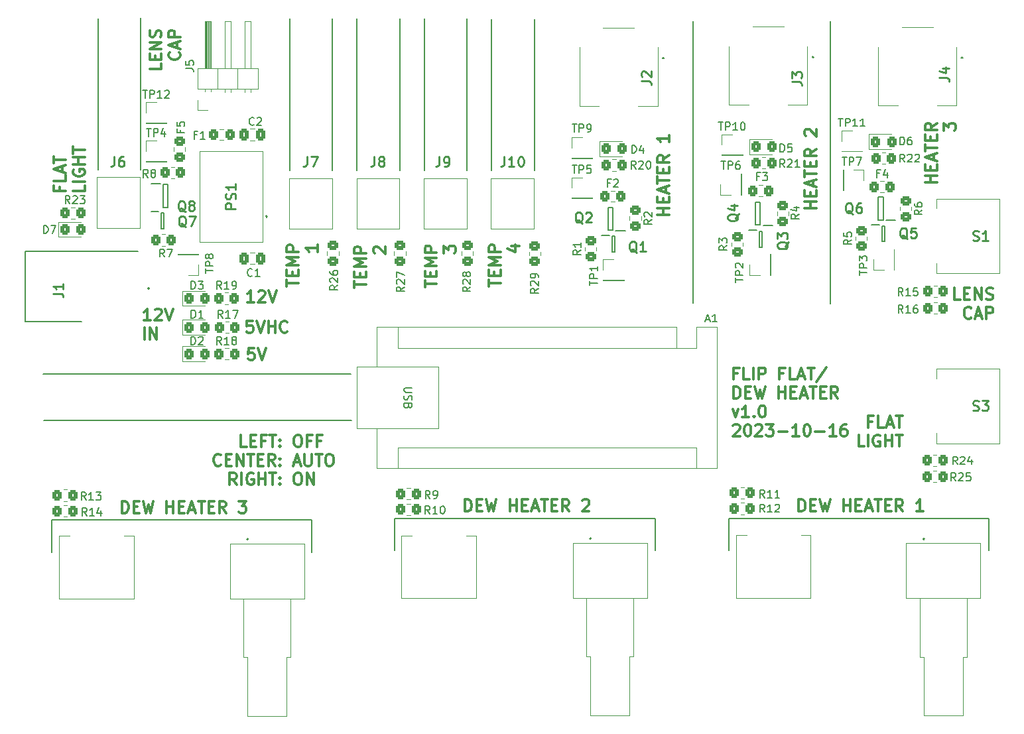
<source format=gto>
%TF.GenerationSoftware,KiCad,Pcbnew,7.0.8*%
%TF.CreationDate,2024-02-03T19:33:36-05:00*%
%TF.ProjectId,TelescopeController,54656c65-7363-46f7-9065-436f6e74726f,rev?*%
%TF.SameCoordinates,Original*%
%TF.FileFunction,Legend,Top*%
%TF.FilePolarity,Positive*%
%FSLAX46Y46*%
G04 Gerber Fmt 4.6, Leading zero omitted, Abs format (unit mm)*
G04 Created by KiCad (PCBNEW 7.0.8) date 2024-02-03 19:33:36*
%MOMM*%
%LPD*%
G01*
G04 APERTURE LIST*
G04 Aperture macros list*
%AMRoundRect*
0 Rectangle with rounded corners*
0 $1 Rounding radius*
0 $2 $3 $4 $5 $6 $7 $8 $9 X,Y pos of 4 corners*
0 Add a 4 corners polygon primitive as box body*
4,1,4,$2,$3,$4,$5,$6,$7,$8,$9,$2,$3,0*
0 Add four circle primitives for the rounded corners*
1,1,$1+$1,$2,$3*
1,1,$1+$1,$4,$5*
1,1,$1+$1,$6,$7*
1,1,$1+$1,$8,$9*
0 Add four rect primitives between the rounded corners*
20,1,$1+$1,$2,$3,$4,$5,0*
20,1,$1+$1,$4,$5,$6,$7,0*
20,1,$1+$1,$6,$7,$8,$9,0*
20,1,$1+$1,$8,$9,$2,$3,0*%
G04 Aperture macros list end*
%ADD10C,0.200000*%
%ADD11C,0.150000*%
%ADD12C,0.300000*%
%ADD13C,0.254000*%
%ADD14C,0.120000*%
%ADD15C,0.100000*%
%ADD16RoundRect,0.250000X0.350000X0.450000X-0.350000X0.450000X-0.350000X-0.450000X0.350000X-0.450000X0*%
%ADD17R,1.500000X1.500000*%
%ADD18C,1.500000*%
%ADD19C,1.950000*%
%ADD20R,1.700000X1.700000*%
%ADD21RoundRect,0.250000X-0.350000X-0.450000X0.350000X-0.450000X0.350000X0.450000X-0.350000X0.450000X0*%
%ADD22RoundRect,0.250000X-0.325000X-0.450000X0.325000X-0.450000X0.325000X0.450000X-0.325000X0.450000X0*%
%ADD23C,2.476000*%
%ADD24C,4.227000*%
%ADD25C,4.039000*%
%ADD26C,1.550000*%
%ADD27RoundRect,0.250000X-0.450000X0.350000X-0.450000X-0.350000X0.450000X-0.350000X0.450000X0.350000X0*%
%ADD28RoundRect,0.250000X-0.337500X-0.475000X0.337500X-0.475000X0.337500X0.475000X-0.337500X0.475000X0*%
%ADD29R,1.200000X0.600000*%
%ADD30R,1.000000X0.500000*%
%ADD31C,1.800000*%
%ADD32RoundRect,0.250000X0.325000X0.450000X-0.325000X0.450000X-0.325000X-0.450000X0.325000X-0.450000X0*%
%ADD33C,3.000000*%
%ADD34R,1.600000X1.600000*%
%ADD35O,1.600000X1.600000*%
%ADD36C,5.600000*%
%ADD37O,1.700000X1.700000*%
%ADD38RoundRect,0.250000X-0.450000X0.325000X-0.450000X-0.325000X0.450000X-0.325000X0.450000X0.325000X0*%
G04 APERTURE END LIST*
D10*
X153600000Y-143400000D02*
X186800000Y-143400000D01*
X111000000Y-147500000D02*
X111000000Y-143400000D01*
X100400000Y-147700000D02*
X100400000Y-143600000D01*
D11*
X120200000Y-98925000D02*
X120200000Y-79575000D01*
D10*
X144200000Y-147500000D02*
X144200000Y-143400000D01*
X153600000Y-147500000D02*
X153600000Y-143400000D01*
D11*
X166600000Y-79950000D02*
X166600000Y-115950000D01*
X103000000Y-98925000D02*
X103000000Y-79575000D01*
X97550000Y-98950000D02*
X97550000Y-79600000D01*
X78550000Y-98875000D02*
X78550000Y-79525000D01*
D10*
X186800000Y-147500000D02*
X186800000Y-143400000D01*
D11*
X149100000Y-79900000D02*
X149100000Y-115900000D01*
D10*
X67200000Y-143600000D02*
X100400000Y-143600000D01*
D11*
X105400000Y-124950000D02*
X66100000Y-124950000D01*
X73100000Y-98900000D02*
X73100000Y-79550000D01*
D10*
X67200000Y-147700000D02*
X67200000Y-143600000D01*
D11*
X111600000Y-98925000D02*
X111600000Y-79575000D01*
X114750000Y-98950000D02*
X114750000Y-79600000D01*
X106150000Y-98950000D02*
X106150000Y-79600000D01*
X105500000Y-130850000D02*
X66200000Y-130850000D01*
X128800000Y-98975000D02*
X128800000Y-79625000D01*
D10*
X111000000Y-143400000D02*
X144200000Y-143400000D01*
D11*
X123350000Y-99000000D02*
X123350000Y-79650000D01*
D12*
X114835828Y-113868796D02*
X114835828Y-113011654D01*
X116335828Y-113440225D02*
X114835828Y-113440225D01*
X115550114Y-112511654D02*
X115550114Y-112011654D01*
X116335828Y-111797368D02*
X116335828Y-112511654D01*
X116335828Y-112511654D02*
X114835828Y-112511654D01*
X114835828Y-112511654D02*
X114835828Y-111797368D01*
X116335828Y-111154511D02*
X114835828Y-111154511D01*
X114835828Y-111154511D02*
X115907257Y-110654511D01*
X115907257Y-110654511D02*
X114835828Y-110154511D01*
X114835828Y-110154511D02*
X116335828Y-110154511D01*
X116335828Y-109440225D02*
X114835828Y-109440225D01*
X114835828Y-109440225D02*
X114835828Y-108868796D01*
X114835828Y-108868796D02*
X114907257Y-108725939D01*
X114907257Y-108725939D02*
X114978685Y-108654510D01*
X114978685Y-108654510D02*
X115121542Y-108583082D01*
X115121542Y-108583082D02*
X115335828Y-108583082D01*
X115335828Y-108583082D02*
X115478685Y-108654510D01*
X115478685Y-108654510D02*
X115550114Y-108725939D01*
X115550114Y-108725939D02*
X115621542Y-108868796D01*
X115621542Y-108868796D02*
X115621542Y-109440225D01*
X117250828Y-109511653D02*
X117250828Y-108583081D01*
X117250828Y-108583081D02*
X117822257Y-109083081D01*
X117822257Y-109083081D02*
X117822257Y-108868796D01*
X117822257Y-108868796D02*
X117893685Y-108725939D01*
X117893685Y-108725939D02*
X117965114Y-108654510D01*
X117965114Y-108654510D02*
X118107971Y-108583081D01*
X118107971Y-108583081D02*
X118465114Y-108583081D01*
X118465114Y-108583081D02*
X118607971Y-108654510D01*
X118607971Y-108654510D02*
X118679400Y-108725939D01*
X118679400Y-108725939D02*
X118750828Y-108868796D01*
X118750828Y-108868796D02*
X118750828Y-109297367D01*
X118750828Y-109297367D02*
X118679400Y-109440224D01*
X118679400Y-109440224D02*
X118607971Y-109511653D01*
X171906203Y-131025114D02*
X171406203Y-131025114D01*
X171406203Y-131810828D02*
X171406203Y-130310828D01*
X171406203Y-130310828D02*
X172120489Y-130310828D01*
X173406203Y-131810828D02*
X172691917Y-131810828D01*
X172691917Y-131810828D02*
X172691917Y-130310828D01*
X173834775Y-131382257D02*
X174549061Y-131382257D01*
X173691918Y-131810828D02*
X174191918Y-130310828D01*
X174191918Y-130310828D02*
X174691918Y-131810828D01*
X174977632Y-130310828D02*
X175834775Y-130310828D01*
X175406203Y-131810828D02*
X175406203Y-130310828D01*
X170906202Y-134225828D02*
X170191916Y-134225828D01*
X170191916Y-134225828D02*
X170191916Y-132725828D01*
X171406202Y-134225828D02*
X171406202Y-132725828D01*
X172906203Y-132797257D02*
X172763346Y-132725828D01*
X172763346Y-132725828D02*
X172549060Y-132725828D01*
X172549060Y-132725828D02*
X172334774Y-132797257D01*
X172334774Y-132797257D02*
X172191917Y-132940114D01*
X172191917Y-132940114D02*
X172120488Y-133082971D01*
X172120488Y-133082971D02*
X172049060Y-133368685D01*
X172049060Y-133368685D02*
X172049060Y-133582971D01*
X172049060Y-133582971D02*
X172120488Y-133868685D01*
X172120488Y-133868685D02*
X172191917Y-134011542D01*
X172191917Y-134011542D02*
X172334774Y-134154400D01*
X172334774Y-134154400D02*
X172549060Y-134225828D01*
X172549060Y-134225828D02*
X172691917Y-134225828D01*
X172691917Y-134225828D02*
X172906203Y-134154400D01*
X172906203Y-134154400D02*
X172977631Y-134082971D01*
X172977631Y-134082971D02*
X172977631Y-133582971D01*
X172977631Y-133582971D02*
X172691917Y-133582971D01*
X173620488Y-134225828D02*
X173620488Y-132725828D01*
X173620488Y-133440114D02*
X174477631Y-133440114D01*
X174477631Y-134225828D02*
X174477631Y-132725828D01*
X174977632Y-132725828D02*
X175834775Y-132725828D01*
X175406203Y-134225828D02*
X175406203Y-132725828D01*
X79790225Y-118135828D02*
X78933082Y-118135828D01*
X79361653Y-118135828D02*
X79361653Y-116635828D01*
X79361653Y-116635828D02*
X79218796Y-116850114D01*
X79218796Y-116850114D02*
X79075939Y-116992971D01*
X79075939Y-116992971D02*
X78933082Y-117064400D01*
X80361653Y-116778685D02*
X80433081Y-116707257D01*
X80433081Y-116707257D02*
X80575939Y-116635828D01*
X80575939Y-116635828D02*
X80933081Y-116635828D01*
X80933081Y-116635828D02*
X81075939Y-116707257D01*
X81075939Y-116707257D02*
X81147367Y-116778685D01*
X81147367Y-116778685D02*
X81218796Y-116921542D01*
X81218796Y-116921542D02*
X81218796Y-117064400D01*
X81218796Y-117064400D02*
X81147367Y-117278685D01*
X81147367Y-117278685D02*
X80290224Y-118135828D01*
X80290224Y-118135828D02*
X81218796Y-118135828D01*
X81647367Y-116635828D02*
X82147367Y-118135828D01*
X82147367Y-118135828D02*
X82647367Y-116635828D01*
X79004510Y-120550828D02*
X79004510Y-119050828D01*
X79718796Y-120550828D02*
X79718796Y-119050828D01*
X79718796Y-119050828D02*
X80575939Y-120550828D01*
X80575939Y-120550828D02*
X80575939Y-119050828D01*
X98490225Y-132770828D02*
X98775939Y-132770828D01*
X98775939Y-132770828D02*
X98918796Y-132842257D01*
X98918796Y-132842257D02*
X99061653Y-132985114D01*
X99061653Y-132985114D02*
X99133082Y-133270828D01*
X99133082Y-133270828D02*
X99133082Y-133770828D01*
X99133082Y-133770828D02*
X99061653Y-134056542D01*
X99061653Y-134056542D02*
X98918796Y-134199400D01*
X98918796Y-134199400D02*
X98775939Y-134270828D01*
X98775939Y-134270828D02*
X98490225Y-134270828D01*
X98490225Y-134270828D02*
X98347368Y-134199400D01*
X98347368Y-134199400D02*
X98204510Y-134056542D01*
X98204510Y-134056542D02*
X98133082Y-133770828D01*
X98133082Y-133770828D02*
X98133082Y-133270828D01*
X98133082Y-133270828D02*
X98204510Y-132985114D01*
X98204510Y-132985114D02*
X98347368Y-132842257D01*
X98347368Y-132842257D02*
X98490225Y-132770828D01*
X100275939Y-133485114D02*
X99775939Y-133485114D01*
X99775939Y-134270828D02*
X99775939Y-132770828D01*
X99775939Y-132770828D02*
X100490225Y-132770828D01*
X101561653Y-133485114D02*
X101061653Y-133485114D01*
X101061653Y-134270828D02*
X101061653Y-132770828D01*
X101061653Y-132770828D02*
X101775939Y-132770828D01*
X98133082Y-136257257D02*
X98847368Y-136257257D01*
X97990225Y-136685828D02*
X98490225Y-135185828D01*
X98490225Y-135185828D02*
X98990225Y-136685828D01*
X99490224Y-135185828D02*
X99490224Y-136400114D01*
X99490224Y-136400114D02*
X99561653Y-136542971D01*
X99561653Y-136542971D02*
X99633082Y-136614400D01*
X99633082Y-136614400D02*
X99775939Y-136685828D01*
X99775939Y-136685828D02*
X100061653Y-136685828D01*
X100061653Y-136685828D02*
X100204510Y-136614400D01*
X100204510Y-136614400D02*
X100275939Y-136542971D01*
X100275939Y-136542971D02*
X100347367Y-136400114D01*
X100347367Y-136400114D02*
X100347367Y-135185828D01*
X100847368Y-135185828D02*
X101704511Y-135185828D01*
X101275939Y-136685828D02*
X101275939Y-135185828D01*
X102490225Y-135185828D02*
X102775939Y-135185828D01*
X102775939Y-135185828D02*
X102918796Y-135257257D01*
X102918796Y-135257257D02*
X103061653Y-135400114D01*
X103061653Y-135400114D02*
X103133082Y-135685828D01*
X103133082Y-135685828D02*
X103133082Y-136185828D01*
X103133082Y-136185828D02*
X103061653Y-136471542D01*
X103061653Y-136471542D02*
X102918796Y-136614400D01*
X102918796Y-136614400D02*
X102775939Y-136685828D01*
X102775939Y-136685828D02*
X102490225Y-136685828D01*
X102490225Y-136685828D02*
X102347368Y-136614400D01*
X102347368Y-136614400D02*
X102204510Y-136471542D01*
X102204510Y-136471542D02*
X102133082Y-136185828D01*
X102133082Y-136185828D02*
X102133082Y-135685828D01*
X102133082Y-135685828D02*
X102204510Y-135400114D01*
X102204510Y-135400114D02*
X102347368Y-135257257D01*
X102347368Y-135257257D02*
X102490225Y-135185828D01*
X98490225Y-137600828D02*
X98775939Y-137600828D01*
X98775939Y-137600828D02*
X98918796Y-137672257D01*
X98918796Y-137672257D02*
X99061653Y-137815114D01*
X99061653Y-137815114D02*
X99133082Y-138100828D01*
X99133082Y-138100828D02*
X99133082Y-138600828D01*
X99133082Y-138600828D02*
X99061653Y-138886542D01*
X99061653Y-138886542D02*
X98918796Y-139029400D01*
X98918796Y-139029400D02*
X98775939Y-139100828D01*
X98775939Y-139100828D02*
X98490225Y-139100828D01*
X98490225Y-139100828D02*
X98347368Y-139029400D01*
X98347368Y-139029400D02*
X98204510Y-138886542D01*
X98204510Y-138886542D02*
X98133082Y-138600828D01*
X98133082Y-138600828D02*
X98133082Y-138100828D01*
X98133082Y-138100828D02*
X98204510Y-137815114D01*
X98204510Y-137815114D02*
X98347368Y-137672257D01*
X98347368Y-137672257D02*
X98490225Y-137600828D01*
X99775939Y-139100828D02*
X99775939Y-137600828D01*
X99775939Y-137600828D02*
X100633082Y-139100828D01*
X100633082Y-139100828D02*
X100633082Y-137600828D01*
X105835828Y-113968796D02*
X105835828Y-113111654D01*
X107335828Y-113540225D02*
X105835828Y-113540225D01*
X106550114Y-112611654D02*
X106550114Y-112111654D01*
X107335828Y-111897368D02*
X107335828Y-112611654D01*
X107335828Y-112611654D02*
X105835828Y-112611654D01*
X105835828Y-112611654D02*
X105835828Y-111897368D01*
X107335828Y-111254511D02*
X105835828Y-111254511D01*
X105835828Y-111254511D02*
X106907257Y-110754511D01*
X106907257Y-110754511D02*
X105835828Y-110254511D01*
X105835828Y-110254511D02*
X107335828Y-110254511D01*
X107335828Y-109540225D02*
X105835828Y-109540225D01*
X105835828Y-109540225D02*
X105835828Y-108968796D01*
X105835828Y-108968796D02*
X105907257Y-108825939D01*
X105907257Y-108825939D02*
X105978685Y-108754510D01*
X105978685Y-108754510D02*
X106121542Y-108683082D01*
X106121542Y-108683082D02*
X106335828Y-108683082D01*
X106335828Y-108683082D02*
X106478685Y-108754510D01*
X106478685Y-108754510D02*
X106550114Y-108825939D01*
X106550114Y-108825939D02*
X106621542Y-108968796D01*
X106621542Y-108968796D02*
X106621542Y-109540225D01*
X108393685Y-109540224D02*
X108322257Y-109468796D01*
X108322257Y-109468796D02*
X108250828Y-109325939D01*
X108250828Y-109325939D02*
X108250828Y-108968796D01*
X108250828Y-108968796D02*
X108322257Y-108825939D01*
X108322257Y-108825939D02*
X108393685Y-108754510D01*
X108393685Y-108754510D02*
X108536542Y-108683081D01*
X108536542Y-108683081D02*
X108679400Y-108683081D01*
X108679400Y-108683081D02*
X108893685Y-108754510D01*
X108893685Y-108754510D02*
X109750828Y-109611653D01*
X109750828Y-109611653D02*
X109750828Y-108683081D01*
X154754510Y-124870114D02*
X154254510Y-124870114D01*
X154254510Y-125655828D02*
X154254510Y-124155828D01*
X154254510Y-124155828D02*
X154968796Y-124155828D01*
X156254510Y-125655828D02*
X155540224Y-125655828D01*
X155540224Y-125655828D02*
X155540224Y-124155828D01*
X156754510Y-125655828D02*
X156754510Y-124155828D01*
X157468796Y-125655828D02*
X157468796Y-124155828D01*
X157468796Y-124155828D02*
X158040225Y-124155828D01*
X158040225Y-124155828D02*
X158183082Y-124227257D01*
X158183082Y-124227257D02*
X158254511Y-124298685D01*
X158254511Y-124298685D02*
X158325939Y-124441542D01*
X158325939Y-124441542D02*
X158325939Y-124655828D01*
X158325939Y-124655828D02*
X158254511Y-124798685D01*
X158254511Y-124798685D02*
X158183082Y-124870114D01*
X158183082Y-124870114D02*
X158040225Y-124941542D01*
X158040225Y-124941542D02*
X157468796Y-124941542D01*
X160611653Y-124870114D02*
X160111653Y-124870114D01*
X160111653Y-125655828D02*
X160111653Y-124155828D01*
X160111653Y-124155828D02*
X160825939Y-124155828D01*
X162111653Y-125655828D02*
X161397367Y-125655828D01*
X161397367Y-125655828D02*
X161397367Y-124155828D01*
X162540225Y-125227257D02*
X163254511Y-125227257D01*
X162397368Y-125655828D02*
X162897368Y-124155828D01*
X162897368Y-124155828D02*
X163397368Y-125655828D01*
X163683082Y-124155828D02*
X164540225Y-124155828D01*
X164111653Y-125655828D02*
X164111653Y-124155828D01*
X166111653Y-124084400D02*
X164825939Y-126012971D01*
X154254510Y-128070828D02*
X154254510Y-126570828D01*
X154254510Y-126570828D02*
X154611653Y-126570828D01*
X154611653Y-126570828D02*
X154825939Y-126642257D01*
X154825939Y-126642257D02*
X154968796Y-126785114D01*
X154968796Y-126785114D02*
X155040225Y-126927971D01*
X155040225Y-126927971D02*
X155111653Y-127213685D01*
X155111653Y-127213685D02*
X155111653Y-127427971D01*
X155111653Y-127427971D02*
X155040225Y-127713685D01*
X155040225Y-127713685D02*
X154968796Y-127856542D01*
X154968796Y-127856542D02*
X154825939Y-127999400D01*
X154825939Y-127999400D02*
X154611653Y-128070828D01*
X154611653Y-128070828D02*
X154254510Y-128070828D01*
X155754510Y-127285114D02*
X156254510Y-127285114D01*
X156468796Y-128070828D02*
X155754510Y-128070828D01*
X155754510Y-128070828D02*
X155754510Y-126570828D01*
X155754510Y-126570828D02*
X156468796Y-126570828D01*
X156968796Y-126570828D02*
X157325939Y-128070828D01*
X157325939Y-128070828D02*
X157611653Y-126999400D01*
X157611653Y-126999400D02*
X157897368Y-128070828D01*
X157897368Y-128070828D02*
X158254511Y-126570828D01*
X159968796Y-128070828D02*
X159968796Y-126570828D01*
X159968796Y-127285114D02*
X160825939Y-127285114D01*
X160825939Y-128070828D02*
X160825939Y-126570828D01*
X161540225Y-127285114D02*
X162040225Y-127285114D01*
X162254511Y-128070828D02*
X161540225Y-128070828D01*
X161540225Y-128070828D02*
X161540225Y-126570828D01*
X161540225Y-126570828D02*
X162254511Y-126570828D01*
X162825940Y-127642257D02*
X163540226Y-127642257D01*
X162683083Y-128070828D02*
X163183083Y-126570828D01*
X163183083Y-126570828D02*
X163683083Y-128070828D01*
X163968797Y-126570828D02*
X164825940Y-126570828D01*
X164397368Y-128070828D02*
X164397368Y-126570828D01*
X165325939Y-127285114D02*
X165825939Y-127285114D01*
X166040225Y-128070828D02*
X165325939Y-128070828D01*
X165325939Y-128070828D02*
X165325939Y-126570828D01*
X165325939Y-126570828D02*
X166040225Y-126570828D01*
X167540225Y-128070828D02*
X167040225Y-127356542D01*
X166683082Y-128070828D02*
X166683082Y-126570828D01*
X166683082Y-126570828D02*
X167254511Y-126570828D01*
X167254511Y-126570828D02*
X167397368Y-126642257D01*
X167397368Y-126642257D02*
X167468797Y-126713685D01*
X167468797Y-126713685D02*
X167540225Y-126856542D01*
X167540225Y-126856542D02*
X167540225Y-127070828D01*
X167540225Y-127070828D02*
X167468797Y-127213685D01*
X167468797Y-127213685D02*
X167397368Y-127285114D01*
X167397368Y-127285114D02*
X167254511Y-127356542D01*
X167254511Y-127356542D02*
X166683082Y-127356542D01*
X154111653Y-129485828D02*
X154468796Y-130485828D01*
X154468796Y-130485828D02*
X154825939Y-129485828D01*
X156183082Y-130485828D02*
X155325939Y-130485828D01*
X155754510Y-130485828D02*
X155754510Y-128985828D01*
X155754510Y-128985828D02*
X155611653Y-129200114D01*
X155611653Y-129200114D02*
X155468796Y-129342971D01*
X155468796Y-129342971D02*
X155325939Y-129414400D01*
X156825938Y-130342971D02*
X156897367Y-130414400D01*
X156897367Y-130414400D02*
X156825938Y-130485828D01*
X156825938Y-130485828D02*
X156754510Y-130414400D01*
X156754510Y-130414400D02*
X156825938Y-130342971D01*
X156825938Y-130342971D02*
X156825938Y-130485828D01*
X157825939Y-128985828D02*
X157968796Y-128985828D01*
X157968796Y-128985828D02*
X158111653Y-129057257D01*
X158111653Y-129057257D02*
X158183082Y-129128685D01*
X158183082Y-129128685D02*
X158254510Y-129271542D01*
X158254510Y-129271542D02*
X158325939Y-129557257D01*
X158325939Y-129557257D02*
X158325939Y-129914400D01*
X158325939Y-129914400D02*
X158254510Y-130200114D01*
X158254510Y-130200114D02*
X158183082Y-130342971D01*
X158183082Y-130342971D02*
X158111653Y-130414400D01*
X158111653Y-130414400D02*
X157968796Y-130485828D01*
X157968796Y-130485828D02*
X157825939Y-130485828D01*
X157825939Y-130485828D02*
X157683082Y-130414400D01*
X157683082Y-130414400D02*
X157611653Y-130342971D01*
X157611653Y-130342971D02*
X157540224Y-130200114D01*
X157540224Y-130200114D02*
X157468796Y-129914400D01*
X157468796Y-129914400D02*
X157468796Y-129557257D01*
X157468796Y-129557257D02*
X157540224Y-129271542D01*
X157540224Y-129271542D02*
X157611653Y-129128685D01*
X157611653Y-129128685D02*
X157683082Y-129057257D01*
X157683082Y-129057257D02*
X157825939Y-128985828D01*
X154183082Y-131543685D02*
X154254510Y-131472257D01*
X154254510Y-131472257D02*
X154397368Y-131400828D01*
X154397368Y-131400828D02*
X154754510Y-131400828D01*
X154754510Y-131400828D02*
X154897368Y-131472257D01*
X154897368Y-131472257D02*
X154968796Y-131543685D01*
X154968796Y-131543685D02*
X155040225Y-131686542D01*
X155040225Y-131686542D02*
X155040225Y-131829400D01*
X155040225Y-131829400D02*
X154968796Y-132043685D01*
X154968796Y-132043685D02*
X154111653Y-132900828D01*
X154111653Y-132900828D02*
X155040225Y-132900828D01*
X155968796Y-131400828D02*
X156111653Y-131400828D01*
X156111653Y-131400828D02*
X156254510Y-131472257D01*
X156254510Y-131472257D02*
X156325939Y-131543685D01*
X156325939Y-131543685D02*
X156397367Y-131686542D01*
X156397367Y-131686542D02*
X156468796Y-131972257D01*
X156468796Y-131972257D02*
X156468796Y-132329400D01*
X156468796Y-132329400D02*
X156397367Y-132615114D01*
X156397367Y-132615114D02*
X156325939Y-132757971D01*
X156325939Y-132757971D02*
X156254510Y-132829400D01*
X156254510Y-132829400D02*
X156111653Y-132900828D01*
X156111653Y-132900828D02*
X155968796Y-132900828D01*
X155968796Y-132900828D02*
X155825939Y-132829400D01*
X155825939Y-132829400D02*
X155754510Y-132757971D01*
X155754510Y-132757971D02*
X155683081Y-132615114D01*
X155683081Y-132615114D02*
X155611653Y-132329400D01*
X155611653Y-132329400D02*
X155611653Y-131972257D01*
X155611653Y-131972257D02*
X155683081Y-131686542D01*
X155683081Y-131686542D02*
X155754510Y-131543685D01*
X155754510Y-131543685D02*
X155825939Y-131472257D01*
X155825939Y-131472257D02*
X155968796Y-131400828D01*
X157040224Y-131543685D02*
X157111652Y-131472257D01*
X157111652Y-131472257D02*
X157254510Y-131400828D01*
X157254510Y-131400828D02*
X157611652Y-131400828D01*
X157611652Y-131400828D02*
X157754510Y-131472257D01*
X157754510Y-131472257D02*
X157825938Y-131543685D01*
X157825938Y-131543685D02*
X157897367Y-131686542D01*
X157897367Y-131686542D02*
X157897367Y-131829400D01*
X157897367Y-131829400D02*
X157825938Y-132043685D01*
X157825938Y-132043685D02*
X156968795Y-132900828D01*
X156968795Y-132900828D02*
X157897367Y-132900828D01*
X158397366Y-131400828D02*
X159325938Y-131400828D01*
X159325938Y-131400828D02*
X158825938Y-131972257D01*
X158825938Y-131972257D02*
X159040223Y-131972257D01*
X159040223Y-131972257D02*
X159183081Y-132043685D01*
X159183081Y-132043685D02*
X159254509Y-132115114D01*
X159254509Y-132115114D02*
X159325938Y-132257971D01*
X159325938Y-132257971D02*
X159325938Y-132615114D01*
X159325938Y-132615114D02*
X159254509Y-132757971D01*
X159254509Y-132757971D02*
X159183081Y-132829400D01*
X159183081Y-132829400D02*
X159040223Y-132900828D01*
X159040223Y-132900828D02*
X158611652Y-132900828D01*
X158611652Y-132900828D02*
X158468795Y-132829400D01*
X158468795Y-132829400D02*
X158397366Y-132757971D01*
X159968794Y-132329400D02*
X161111652Y-132329400D01*
X162611652Y-132900828D02*
X161754509Y-132900828D01*
X162183080Y-132900828D02*
X162183080Y-131400828D01*
X162183080Y-131400828D02*
X162040223Y-131615114D01*
X162040223Y-131615114D02*
X161897366Y-131757971D01*
X161897366Y-131757971D02*
X161754509Y-131829400D01*
X163540223Y-131400828D02*
X163683080Y-131400828D01*
X163683080Y-131400828D02*
X163825937Y-131472257D01*
X163825937Y-131472257D02*
X163897366Y-131543685D01*
X163897366Y-131543685D02*
X163968794Y-131686542D01*
X163968794Y-131686542D02*
X164040223Y-131972257D01*
X164040223Y-131972257D02*
X164040223Y-132329400D01*
X164040223Y-132329400D02*
X163968794Y-132615114D01*
X163968794Y-132615114D02*
X163897366Y-132757971D01*
X163897366Y-132757971D02*
X163825937Y-132829400D01*
X163825937Y-132829400D02*
X163683080Y-132900828D01*
X163683080Y-132900828D02*
X163540223Y-132900828D01*
X163540223Y-132900828D02*
X163397366Y-132829400D01*
X163397366Y-132829400D02*
X163325937Y-132757971D01*
X163325937Y-132757971D02*
X163254508Y-132615114D01*
X163254508Y-132615114D02*
X163183080Y-132329400D01*
X163183080Y-132329400D02*
X163183080Y-131972257D01*
X163183080Y-131972257D02*
X163254508Y-131686542D01*
X163254508Y-131686542D02*
X163325937Y-131543685D01*
X163325937Y-131543685D02*
X163397366Y-131472257D01*
X163397366Y-131472257D02*
X163540223Y-131400828D01*
X164683079Y-132329400D02*
X165825937Y-132329400D01*
X167325937Y-132900828D02*
X166468794Y-132900828D01*
X166897365Y-132900828D02*
X166897365Y-131400828D01*
X166897365Y-131400828D02*
X166754508Y-131615114D01*
X166754508Y-131615114D02*
X166611651Y-131757971D01*
X166611651Y-131757971D02*
X166468794Y-131829400D01*
X168611651Y-131400828D02*
X168325936Y-131400828D01*
X168325936Y-131400828D02*
X168183079Y-131472257D01*
X168183079Y-131472257D02*
X168111651Y-131543685D01*
X168111651Y-131543685D02*
X167968793Y-131757971D01*
X167968793Y-131757971D02*
X167897365Y-132043685D01*
X167897365Y-132043685D02*
X167897365Y-132615114D01*
X167897365Y-132615114D02*
X167968793Y-132757971D01*
X167968793Y-132757971D02*
X168040222Y-132829400D01*
X168040222Y-132829400D02*
X168183079Y-132900828D01*
X168183079Y-132900828D02*
X168468793Y-132900828D01*
X168468793Y-132900828D02*
X168611651Y-132829400D01*
X168611651Y-132829400D02*
X168683079Y-132757971D01*
X168683079Y-132757971D02*
X168754508Y-132615114D01*
X168754508Y-132615114D02*
X168754508Y-132257971D01*
X168754508Y-132257971D02*
X168683079Y-132115114D01*
X168683079Y-132115114D02*
X168611651Y-132043685D01*
X168611651Y-132043685D02*
X168468793Y-131972257D01*
X168468793Y-131972257D02*
X168183079Y-131972257D01*
X168183079Y-131972257D02*
X168040222Y-132043685D01*
X168040222Y-132043685D02*
X167968793Y-132115114D01*
X167968793Y-132115114D02*
X167897365Y-132257971D01*
X180185828Y-100504511D02*
X178685828Y-100504511D01*
X179400114Y-100504511D02*
X179400114Y-99647368D01*
X180185828Y-99647368D02*
X178685828Y-99647368D01*
X179400114Y-98933082D02*
X179400114Y-98433082D01*
X180185828Y-98218796D02*
X180185828Y-98933082D01*
X180185828Y-98933082D02*
X178685828Y-98933082D01*
X178685828Y-98933082D02*
X178685828Y-98218796D01*
X179757257Y-97647367D02*
X179757257Y-96933082D01*
X180185828Y-97790224D02*
X178685828Y-97290224D01*
X178685828Y-97290224D02*
X180185828Y-96790224D01*
X178685828Y-96504510D02*
X178685828Y-95647368D01*
X180185828Y-96075939D02*
X178685828Y-96075939D01*
X179400114Y-95147368D02*
X179400114Y-94647368D01*
X180185828Y-94433082D02*
X180185828Y-95147368D01*
X180185828Y-95147368D02*
X178685828Y-95147368D01*
X178685828Y-95147368D02*
X178685828Y-94433082D01*
X180185828Y-92933082D02*
X179471542Y-93433082D01*
X180185828Y-93790225D02*
X178685828Y-93790225D01*
X178685828Y-93790225D02*
X178685828Y-93218796D01*
X178685828Y-93218796D02*
X178757257Y-93075939D01*
X178757257Y-93075939D02*
X178828685Y-93004510D01*
X178828685Y-93004510D02*
X178971542Y-92933082D01*
X178971542Y-92933082D02*
X179185828Y-92933082D01*
X179185828Y-92933082D02*
X179328685Y-93004510D01*
X179328685Y-93004510D02*
X179400114Y-93075939D01*
X179400114Y-93075939D02*
X179471542Y-93218796D01*
X179471542Y-93218796D02*
X179471542Y-93790225D01*
X181100828Y-93861653D02*
X181100828Y-92933081D01*
X181100828Y-92933081D02*
X181672257Y-93433081D01*
X181672257Y-93433081D02*
X181672257Y-93218796D01*
X181672257Y-93218796D02*
X181743685Y-93075939D01*
X181743685Y-93075939D02*
X181815114Y-93004510D01*
X181815114Y-93004510D02*
X181957971Y-92933081D01*
X181957971Y-92933081D02*
X182315114Y-92933081D01*
X182315114Y-92933081D02*
X182457971Y-93004510D01*
X182457971Y-93004510D02*
X182529400Y-93075939D01*
X182529400Y-93075939D02*
X182600828Y-93218796D01*
X182600828Y-93218796D02*
X182600828Y-93647367D01*
X182600828Y-93647367D02*
X182529400Y-93790224D01*
X182529400Y-93790224D02*
X182457971Y-93861653D01*
X162554510Y-142500828D02*
X162554510Y-141000828D01*
X162554510Y-141000828D02*
X162911653Y-141000828D01*
X162911653Y-141000828D02*
X163125939Y-141072257D01*
X163125939Y-141072257D02*
X163268796Y-141215114D01*
X163268796Y-141215114D02*
X163340225Y-141357971D01*
X163340225Y-141357971D02*
X163411653Y-141643685D01*
X163411653Y-141643685D02*
X163411653Y-141857971D01*
X163411653Y-141857971D02*
X163340225Y-142143685D01*
X163340225Y-142143685D02*
X163268796Y-142286542D01*
X163268796Y-142286542D02*
X163125939Y-142429400D01*
X163125939Y-142429400D02*
X162911653Y-142500828D01*
X162911653Y-142500828D02*
X162554510Y-142500828D01*
X164054510Y-141715114D02*
X164554510Y-141715114D01*
X164768796Y-142500828D02*
X164054510Y-142500828D01*
X164054510Y-142500828D02*
X164054510Y-141000828D01*
X164054510Y-141000828D02*
X164768796Y-141000828D01*
X165268796Y-141000828D02*
X165625939Y-142500828D01*
X165625939Y-142500828D02*
X165911653Y-141429400D01*
X165911653Y-141429400D02*
X166197368Y-142500828D01*
X166197368Y-142500828D02*
X166554511Y-141000828D01*
X168268796Y-142500828D02*
X168268796Y-141000828D01*
X168268796Y-141715114D02*
X169125939Y-141715114D01*
X169125939Y-142500828D02*
X169125939Y-141000828D01*
X169840225Y-141715114D02*
X170340225Y-141715114D01*
X170554511Y-142500828D02*
X169840225Y-142500828D01*
X169840225Y-142500828D02*
X169840225Y-141000828D01*
X169840225Y-141000828D02*
X170554511Y-141000828D01*
X171125940Y-142072257D02*
X171840226Y-142072257D01*
X170983083Y-142500828D02*
X171483083Y-141000828D01*
X171483083Y-141000828D02*
X171983083Y-142500828D01*
X172268797Y-141000828D02*
X173125940Y-141000828D01*
X172697368Y-142500828D02*
X172697368Y-141000828D01*
X173625939Y-141715114D02*
X174125939Y-141715114D01*
X174340225Y-142500828D02*
X173625939Y-142500828D01*
X173625939Y-142500828D02*
X173625939Y-141000828D01*
X173625939Y-141000828D02*
X174340225Y-141000828D01*
X175840225Y-142500828D02*
X175340225Y-141786542D01*
X174983082Y-142500828D02*
X174983082Y-141000828D01*
X174983082Y-141000828D02*
X175554511Y-141000828D01*
X175554511Y-141000828D02*
X175697368Y-141072257D01*
X175697368Y-141072257D02*
X175768797Y-141143685D01*
X175768797Y-141143685D02*
X175840225Y-141286542D01*
X175840225Y-141286542D02*
X175840225Y-141500828D01*
X175840225Y-141500828D02*
X175768797Y-141643685D01*
X175768797Y-141643685D02*
X175697368Y-141715114D01*
X175697368Y-141715114D02*
X175554511Y-141786542D01*
X175554511Y-141786542D02*
X174983082Y-141786542D01*
X178411654Y-142500828D02*
X177554511Y-142500828D01*
X177983082Y-142500828D02*
X177983082Y-141000828D01*
X177983082Y-141000828D02*
X177840225Y-141215114D01*
X177840225Y-141215114D02*
X177697368Y-141357971D01*
X177697368Y-141357971D02*
X177554511Y-141429400D01*
X68200114Y-101095489D02*
X68200114Y-101595489D01*
X68985828Y-101595489D02*
X67485828Y-101595489D01*
X67485828Y-101595489D02*
X67485828Y-100881203D01*
X68985828Y-99595489D02*
X68985828Y-100309775D01*
X68985828Y-100309775D02*
X67485828Y-100309775D01*
X68557257Y-99166917D02*
X68557257Y-98452632D01*
X68985828Y-99309774D02*
X67485828Y-98809774D01*
X67485828Y-98809774D02*
X68985828Y-98309774D01*
X67485828Y-98024060D02*
X67485828Y-97166918D01*
X68985828Y-97595489D02*
X67485828Y-97595489D01*
X71400828Y-100881203D02*
X71400828Y-101595489D01*
X71400828Y-101595489D02*
X69900828Y-101595489D01*
X71400828Y-100381203D02*
X69900828Y-100381203D01*
X69972257Y-98881202D02*
X69900828Y-99024060D01*
X69900828Y-99024060D02*
X69900828Y-99238345D01*
X69900828Y-99238345D02*
X69972257Y-99452631D01*
X69972257Y-99452631D02*
X70115114Y-99595488D01*
X70115114Y-99595488D02*
X70257971Y-99666917D01*
X70257971Y-99666917D02*
X70543685Y-99738345D01*
X70543685Y-99738345D02*
X70757971Y-99738345D01*
X70757971Y-99738345D02*
X71043685Y-99666917D01*
X71043685Y-99666917D02*
X71186542Y-99595488D01*
X71186542Y-99595488D02*
X71329400Y-99452631D01*
X71329400Y-99452631D02*
X71400828Y-99238345D01*
X71400828Y-99238345D02*
X71400828Y-99095488D01*
X71400828Y-99095488D02*
X71329400Y-98881202D01*
X71329400Y-98881202D02*
X71257971Y-98809774D01*
X71257971Y-98809774D02*
X70757971Y-98809774D01*
X70757971Y-98809774D02*
X70757971Y-99095488D01*
X71400828Y-98166917D02*
X69900828Y-98166917D01*
X70615114Y-98166917D02*
X70615114Y-97309774D01*
X71400828Y-97309774D02*
X69900828Y-97309774D01*
X69900828Y-96809773D02*
X69900828Y-95952631D01*
X71400828Y-96381202D02*
X69900828Y-96381202D01*
X93010225Y-115775828D02*
X92153082Y-115775828D01*
X92581653Y-115775828D02*
X92581653Y-114275828D01*
X92581653Y-114275828D02*
X92438796Y-114490114D01*
X92438796Y-114490114D02*
X92295939Y-114632971D01*
X92295939Y-114632971D02*
X92153082Y-114704400D01*
X93581653Y-114418685D02*
X93653081Y-114347257D01*
X93653081Y-114347257D02*
X93795939Y-114275828D01*
X93795939Y-114275828D02*
X94153081Y-114275828D01*
X94153081Y-114275828D02*
X94295939Y-114347257D01*
X94295939Y-114347257D02*
X94367367Y-114418685D01*
X94367367Y-114418685D02*
X94438796Y-114561542D01*
X94438796Y-114561542D02*
X94438796Y-114704400D01*
X94438796Y-114704400D02*
X94367367Y-114918685D01*
X94367367Y-114918685D02*
X93510224Y-115775828D01*
X93510224Y-115775828D02*
X94438796Y-115775828D01*
X94867367Y-114275828D02*
X95367367Y-115775828D01*
X95367367Y-115775828D02*
X95867367Y-114275828D01*
X92059774Y-134270828D02*
X91345488Y-134270828D01*
X91345488Y-134270828D02*
X91345488Y-132770828D01*
X92559774Y-133485114D02*
X93059774Y-133485114D01*
X93274060Y-134270828D02*
X92559774Y-134270828D01*
X92559774Y-134270828D02*
X92559774Y-132770828D01*
X92559774Y-132770828D02*
X93274060Y-132770828D01*
X94416917Y-133485114D02*
X93916917Y-133485114D01*
X93916917Y-134270828D02*
X93916917Y-132770828D01*
X93916917Y-132770828D02*
X94631203Y-132770828D01*
X94988346Y-132770828D02*
X95845489Y-132770828D01*
X95416917Y-134270828D02*
X95416917Y-132770828D01*
X96345488Y-134127971D02*
X96416917Y-134199400D01*
X96416917Y-134199400D02*
X96345488Y-134270828D01*
X96345488Y-134270828D02*
X96274060Y-134199400D01*
X96274060Y-134199400D02*
X96345488Y-134127971D01*
X96345488Y-134127971D02*
X96345488Y-134270828D01*
X96345488Y-133342257D02*
X96416917Y-133413685D01*
X96416917Y-133413685D02*
X96345488Y-133485114D01*
X96345488Y-133485114D02*
X96274060Y-133413685D01*
X96274060Y-133413685D02*
X96345488Y-133342257D01*
X96345488Y-133342257D02*
X96345488Y-133485114D01*
X88774059Y-136542971D02*
X88702631Y-136614400D01*
X88702631Y-136614400D02*
X88488345Y-136685828D01*
X88488345Y-136685828D02*
X88345488Y-136685828D01*
X88345488Y-136685828D02*
X88131202Y-136614400D01*
X88131202Y-136614400D02*
X87988345Y-136471542D01*
X87988345Y-136471542D02*
X87916916Y-136328685D01*
X87916916Y-136328685D02*
X87845488Y-136042971D01*
X87845488Y-136042971D02*
X87845488Y-135828685D01*
X87845488Y-135828685D02*
X87916916Y-135542971D01*
X87916916Y-135542971D02*
X87988345Y-135400114D01*
X87988345Y-135400114D02*
X88131202Y-135257257D01*
X88131202Y-135257257D02*
X88345488Y-135185828D01*
X88345488Y-135185828D02*
X88488345Y-135185828D01*
X88488345Y-135185828D02*
X88702631Y-135257257D01*
X88702631Y-135257257D02*
X88774059Y-135328685D01*
X89416916Y-135900114D02*
X89916916Y-135900114D01*
X90131202Y-136685828D02*
X89416916Y-136685828D01*
X89416916Y-136685828D02*
X89416916Y-135185828D01*
X89416916Y-135185828D02*
X90131202Y-135185828D01*
X90774059Y-136685828D02*
X90774059Y-135185828D01*
X90774059Y-135185828D02*
X91631202Y-136685828D01*
X91631202Y-136685828D02*
X91631202Y-135185828D01*
X92131203Y-135185828D02*
X92988346Y-135185828D01*
X92559774Y-136685828D02*
X92559774Y-135185828D01*
X93488345Y-135900114D02*
X93988345Y-135900114D01*
X94202631Y-136685828D02*
X93488345Y-136685828D01*
X93488345Y-136685828D02*
X93488345Y-135185828D01*
X93488345Y-135185828D02*
X94202631Y-135185828D01*
X95702631Y-136685828D02*
X95202631Y-135971542D01*
X94845488Y-136685828D02*
X94845488Y-135185828D01*
X94845488Y-135185828D02*
X95416917Y-135185828D01*
X95416917Y-135185828D02*
X95559774Y-135257257D01*
X95559774Y-135257257D02*
X95631203Y-135328685D01*
X95631203Y-135328685D02*
X95702631Y-135471542D01*
X95702631Y-135471542D02*
X95702631Y-135685828D01*
X95702631Y-135685828D02*
X95631203Y-135828685D01*
X95631203Y-135828685D02*
X95559774Y-135900114D01*
X95559774Y-135900114D02*
X95416917Y-135971542D01*
X95416917Y-135971542D02*
X94845488Y-135971542D01*
X96345488Y-136542971D02*
X96416917Y-136614400D01*
X96416917Y-136614400D02*
X96345488Y-136685828D01*
X96345488Y-136685828D02*
X96274060Y-136614400D01*
X96274060Y-136614400D02*
X96345488Y-136542971D01*
X96345488Y-136542971D02*
X96345488Y-136685828D01*
X96345488Y-135757257D02*
X96416917Y-135828685D01*
X96416917Y-135828685D02*
X96345488Y-135900114D01*
X96345488Y-135900114D02*
X96274060Y-135828685D01*
X96274060Y-135828685D02*
X96345488Y-135757257D01*
X96345488Y-135757257D02*
X96345488Y-135900114D01*
X90774059Y-139100828D02*
X90274059Y-138386542D01*
X89916916Y-139100828D02*
X89916916Y-137600828D01*
X89916916Y-137600828D02*
X90488345Y-137600828D01*
X90488345Y-137600828D02*
X90631202Y-137672257D01*
X90631202Y-137672257D02*
X90702631Y-137743685D01*
X90702631Y-137743685D02*
X90774059Y-137886542D01*
X90774059Y-137886542D02*
X90774059Y-138100828D01*
X90774059Y-138100828D02*
X90702631Y-138243685D01*
X90702631Y-138243685D02*
X90631202Y-138315114D01*
X90631202Y-138315114D02*
X90488345Y-138386542D01*
X90488345Y-138386542D02*
X89916916Y-138386542D01*
X91416916Y-139100828D02*
X91416916Y-137600828D01*
X92916917Y-137672257D02*
X92774060Y-137600828D01*
X92774060Y-137600828D02*
X92559774Y-137600828D01*
X92559774Y-137600828D02*
X92345488Y-137672257D01*
X92345488Y-137672257D02*
X92202631Y-137815114D01*
X92202631Y-137815114D02*
X92131202Y-137957971D01*
X92131202Y-137957971D02*
X92059774Y-138243685D01*
X92059774Y-138243685D02*
X92059774Y-138457971D01*
X92059774Y-138457971D02*
X92131202Y-138743685D01*
X92131202Y-138743685D02*
X92202631Y-138886542D01*
X92202631Y-138886542D02*
X92345488Y-139029400D01*
X92345488Y-139029400D02*
X92559774Y-139100828D01*
X92559774Y-139100828D02*
X92702631Y-139100828D01*
X92702631Y-139100828D02*
X92916917Y-139029400D01*
X92916917Y-139029400D02*
X92988345Y-138957971D01*
X92988345Y-138957971D02*
X92988345Y-138457971D01*
X92988345Y-138457971D02*
X92702631Y-138457971D01*
X93631202Y-139100828D02*
X93631202Y-137600828D01*
X93631202Y-138315114D02*
X94488345Y-138315114D01*
X94488345Y-139100828D02*
X94488345Y-137600828D01*
X94988346Y-137600828D02*
X95845489Y-137600828D01*
X95416917Y-139100828D02*
X95416917Y-137600828D01*
X96345488Y-138957971D02*
X96416917Y-139029400D01*
X96416917Y-139029400D02*
X96345488Y-139100828D01*
X96345488Y-139100828D02*
X96274060Y-139029400D01*
X96274060Y-139029400D02*
X96345488Y-138957971D01*
X96345488Y-138957971D02*
X96345488Y-139100828D01*
X96345488Y-138172257D02*
X96416917Y-138243685D01*
X96416917Y-138243685D02*
X96345488Y-138315114D01*
X96345488Y-138315114D02*
X96274060Y-138243685D01*
X96274060Y-138243685D02*
X96345488Y-138172257D01*
X96345488Y-138172257D02*
X96345488Y-138315114D01*
X81185828Y-85297368D02*
X81185828Y-86011654D01*
X81185828Y-86011654D02*
X79685828Y-86011654D01*
X80400114Y-84797368D02*
X80400114Y-84297368D01*
X81185828Y-84083082D02*
X81185828Y-84797368D01*
X81185828Y-84797368D02*
X79685828Y-84797368D01*
X79685828Y-84797368D02*
X79685828Y-84083082D01*
X81185828Y-83440225D02*
X79685828Y-83440225D01*
X79685828Y-83440225D02*
X81185828Y-82583082D01*
X81185828Y-82583082D02*
X79685828Y-82583082D01*
X81114400Y-81940224D02*
X81185828Y-81725939D01*
X81185828Y-81725939D02*
X81185828Y-81368796D01*
X81185828Y-81368796D02*
X81114400Y-81225939D01*
X81114400Y-81225939D02*
X81042971Y-81154510D01*
X81042971Y-81154510D02*
X80900114Y-81083081D01*
X80900114Y-81083081D02*
X80757257Y-81083081D01*
X80757257Y-81083081D02*
X80614400Y-81154510D01*
X80614400Y-81154510D02*
X80542971Y-81225939D01*
X80542971Y-81225939D02*
X80471542Y-81368796D01*
X80471542Y-81368796D02*
X80400114Y-81654510D01*
X80400114Y-81654510D02*
X80328685Y-81797367D01*
X80328685Y-81797367D02*
X80257257Y-81868796D01*
X80257257Y-81868796D02*
X80114400Y-81940224D01*
X80114400Y-81940224D02*
X79971542Y-81940224D01*
X79971542Y-81940224D02*
X79828685Y-81868796D01*
X79828685Y-81868796D02*
X79757257Y-81797367D01*
X79757257Y-81797367D02*
X79685828Y-81654510D01*
X79685828Y-81654510D02*
X79685828Y-81297367D01*
X79685828Y-81297367D02*
X79757257Y-81083081D01*
X83457971Y-83868796D02*
X83529400Y-83940224D01*
X83529400Y-83940224D02*
X83600828Y-84154510D01*
X83600828Y-84154510D02*
X83600828Y-84297367D01*
X83600828Y-84297367D02*
X83529400Y-84511653D01*
X83529400Y-84511653D02*
X83386542Y-84654510D01*
X83386542Y-84654510D02*
X83243685Y-84725939D01*
X83243685Y-84725939D02*
X82957971Y-84797367D01*
X82957971Y-84797367D02*
X82743685Y-84797367D01*
X82743685Y-84797367D02*
X82457971Y-84725939D01*
X82457971Y-84725939D02*
X82315114Y-84654510D01*
X82315114Y-84654510D02*
X82172257Y-84511653D01*
X82172257Y-84511653D02*
X82100828Y-84297367D01*
X82100828Y-84297367D02*
X82100828Y-84154510D01*
X82100828Y-84154510D02*
X82172257Y-83940224D01*
X82172257Y-83940224D02*
X82243685Y-83868796D01*
X83172257Y-83297367D02*
X83172257Y-82583082D01*
X83600828Y-83440224D02*
X82100828Y-82940224D01*
X82100828Y-82940224D02*
X83600828Y-82440224D01*
X83600828Y-81940225D02*
X82100828Y-81940225D01*
X82100828Y-81940225D02*
X82100828Y-81368796D01*
X82100828Y-81368796D02*
X82172257Y-81225939D01*
X82172257Y-81225939D02*
X82243685Y-81154510D01*
X82243685Y-81154510D02*
X82386542Y-81083082D01*
X82386542Y-81083082D02*
X82600828Y-81083082D01*
X82600828Y-81083082D02*
X82743685Y-81154510D01*
X82743685Y-81154510D02*
X82815114Y-81225939D01*
X82815114Y-81225939D02*
X82886542Y-81368796D01*
X82886542Y-81368796D02*
X82886542Y-81940225D01*
X164800828Y-103825939D02*
X163300828Y-103825939D01*
X164015114Y-103825939D02*
X164015114Y-102968796D01*
X164800828Y-102968796D02*
X163300828Y-102968796D01*
X164015114Y-102254510D02*
X164015114Y-101754510D01*
X164800828Y-101540224D02*
X164800828Y-102254510D01*
X164800828Y-102254510D02*
X163300828Y-102254510D01*
X163300828Y-102254510D02*
X163300828Y-101540224D01*
X164372257Y-100968795D02*
X164372257Y-100254510D01*
X164800828Y-101111652D02*
X163300828Y-100611652D01*
X163300828Y-100611652D02*
X164800828Y-100111652D01*
X163300828Y-99825938D02*
X163300828Y-98968796D01*
X164800828Y-99397367D02*
X163300828Y-99397367D01*
X164015114Y-98468796D02*
X164015114Y-97968796D01*
X164800828Y-97754510D02*
X164800828Y-98468796D01*
X164800828Y-98468796D02*
X163300828Y-98468796D01*
X163300828Y-98468796D02*
X163300828Y-97754510D01*
X164800828Y-96254510D02*
X164086542Y-96754510D01*
X164800828Y-97111653D02*
X163300828Y-97111653D01*
X163300828Y-97111653D02*
X163300828Y-96540224D01*
X163300828Y-96540224D02*
X163372257Y-96397367D01*
X163372257Y-96397367D02*
X163443685Y-96325938D01*
X163443685Y-96325938D02*
X163586542Y-96254510D01*
X163586542Y-96254510D02*
X163800828Y-96254510D01*
X163800828Y-96254510D02*
X163943685Y-96325938D01*
X163943685Y-96325938D02*
X164015114Y-96397367D01*
X164015114Y-96397367D02*
X164086542Y-96540224D01*
X164086542Y-96540224D02*
X164086542Y-97111653D01*
X163443685Y-94540224D02*
X163372257Y-94468796D01*
X163372257Y-94468796D02*
X163300828Y-94325939D01*
X163300828Y-94325939D02*
X163300828Y-93968796D01*
X163300828Y-93968796D02*
X163372257Y-93825939D01*
X163372257Y-93825939D02*
X163443685Y-93754510D01*
X163443685Y-93754510D02*
X163586542Y-93683081D01*
X163586542Y-93683081D02*
X163729400Y-93683081D01*
X163729400Y-93683081D02*
X163943685Y-93754510D01*
X163943685Y-93754510D02*
X164800828Y-94611653D01*
X164800828Y-94611653D02*
X164800828Y-93683081D01*
X146000828Y-104625939D02*
X144500828Y-104625939D01*
X145215114Y-104625939D02*
X145215114Y-103768796D01*
X146000828Y-103768796D02*
X144500828Y-103768796D01*
X145215114Y-103054510D02*
X145215114Y-102554510D01*
X146000828Y-102340224D02*
X146000828Y-103054510D01*
X146000828Y-103054510D02*
X144500828Y-103054510D01*
X144500828Y-103054510D02*
X144500828Y-102340224D01*
X145572257Y-101768795D02*
X145572257Y-101054510D01*
X146000828Y-101911652D02*
X144500828Y-101411652D01*
X144500828Y-101411652D02*
X146000828Y-100911652D01*
X144500828Y-100625938D02*
X144500828Y-99768796D01*
X146000828Y-100197367D02*
X144500828Y-100197367D01*
X145215114Y-99268796D02*
X145215114Y-98768796D01*
X146000828Y-98554510D02*
X146000828Y-99268796D01*
X146000828Y-99268796D02*
X144500828Y-99268796D01*
X144500828Y-99268796D02*
X144500828Y-98554510D01*
X146000828Y-97054510D02*
X145286542Y-97554510D01*
X146000828Y-97911653D02*
X144500828Y-97911653D01*
X144500828Y-97911653D02*
X144500828Y-97340224D01*
X144500828Y-97340224D02*
X144572257Y-97197367D01*
X144572257Y-97197367D02*
X144643685Y-97125938D01*
X144643685Y-97125938D02*
X144786542Y-97054510D01*
X144786542Y-97054510D02*
X145000828Y-97054510D01*
X145000828Y-97054510D02*
X145143685Y-97125938D01*
X145143685Y-97125938D02*
X145215114Y-97197367D01*
X145215114Y-97197367D02*
X145286542Y-97340224D01*
X145286542Y-97340224D02*
X145286542Y-97911653D01*
X146000828Y-94483081D02*
X146000828Y-95340224D01*
X146000828Y-94911653D02*
X144500828Y-94911653D01*
X144500828Y-94911653D02*
X144715114Y-95054510D01*
X144715114Y-95054510D02*
X144857971Y-95197367D01*
X144857971Y-95197367D02*
X144929400Y-95340224D01*
X92838796Y-118175828D02*
X92124510Y-118175828D01*
X92124510Y-118175828D02*
X92053082Y-118890114D01*
X92053082Y-118890114D02*
X92124510Y-118818685D01*
X92124510Y-118818685D02*
X92267368Y-118747257D01*
X92267368Y-118747257D02*
X92624510Y-118747257D01*
X92624510Y-118747257D02*
X92767368Y-118818685D01*
X92767368Y-118818685D02*
X92838796Y-118890114D01*
X92838796Y-118890114D02*
X92910225Y-119032971D01*
X92910225Y-119032971D02*
X92910225Y-119390114D01*
X92910225Y-119390114D02*
X92838796Y-119532971D01*
X92838796Y-119532971D02*
X92767368Y-119604400D01*
X92767368Y-119604400D02*
X92624510Y-119675828D01*
X92624510Y-119675828D02*
X92267368Y-119675828D01*
X92267368Y-119675828D02*
X92124510Y-119604400D01*
X92124510Y-119604400D02*
X92053082Y-119532971D01*
X93338796Y-118175828D02*
X93838796Y-119675828D01*
X93838796Y-119675828D02*
X94338796Y-118175828D01*
X94838795Y-119675828D02*
X94838795Y-118175828D01*
X94838795Y-118890114D02*
X95695938Y-118890114D01*
X95695938Y-119675828D02*
X95695938Y-118175828D01*
X97267367Y-119532971D02*
X97195939Y-119604400D01*
X97195939Y-119604400D02*
X96981653Y-119675828D01*
X96981653Y-119675828D02*
X96838796Y-119675828D01*
X96838796Y-119675828D02*
X96624510Y-119604400D01*
X96624510Y-119604400D02*
X96481653Y-119461542D01*
X96481653Y-119461542D02*
X96410224Y-119318685D01*
X96410224Y-119318685D02*
X96338796Y-119032971D01*
X96338796Y-119032971D02*
X96338796Y-118818685D01*
X96338796Y-118818685D02*
X96410224Y-118532971D01*
X96410224Y-118532971D02*
X96481653Y-118390114D01*
X96481653Y-118390114D02*
X96624510Y-118247257D01*
X96624510Y-118247257D02*
X96838796Y-118175828D01*
X96838796Y-118175828D02*
X96981653Y-118175828D01*
X96981653Y-118175828D02*
X97195939Y-118247257D01*
X97195939Y-118247257D02*
X97267367Y-118318685D01*
X97185828Y-113768796D02*
X97185828Y-112911654D01*
X98685828Y-113340225D02*
X97185828Y-113340225D01*
X97900114Y-112411654D02*
X97900114Y-111911654D01*
X98685828Y-111697368D02*
X98685828Y-112411654D01*
X98685828Y-112411654D02*
X97185828Y-112411654D01*
X97185828Y-112411654D02*
X97185828Y-111697368D01*
X98685828Y-111054511D02*
X97185828Y-111054511D01*
X97185828Y-111054511D02*
X98257257Y-110554511D01*
X98257257Y-110554511D02*
X97185828Y-110054511D01*
X97185828Y-110054511D02*
X98685828Y-110054511D01*
X98685828Y-109340225D02*
X97185828Y-109340225D01*
X97185828Y-109340225D02*
X97185828Y-108768796D01*
X97185828Y-108768796D02*
X97257257Y-108625939D01*
X97257257Y-108625939D02*
X97328685Y-108554510D01*
X97328685Y-108554510D02*
X97471542Y-108483082D01*
X97471542Y-108483082D02*
X97685828Y-108483082D01*
X97685828Y-108483082D02*
X97828685Y-108554510D01*
X97828685Y-108554510D02*
X97900114Y-108625939D01*
X97900114Y-108625939D02*
X97971542Y-108768796D01*
X97971542Y-108768796D02*
X97971542Y-109340225D01*
X101100828Y-108483081D02*
X101100828Y-109340224D01*
X101100828Y-108911653D02*
X99600828Y-108911653D01*
X99600828Y-108911653D02*
X99815114Y-109054510D01*
X99815114Y-109054510D02*
X99957971Y-109197367D01*
X99957971Y-109197367D02*
X100029400Y-109340224D01*
X122985828Y-113768796D02*
X122985828Y-112911654D01*
X124485828Y-113340225D02*
X122985828Y-113340225D01*
X123700114Y-112411654D02*
X123700114Y-111911654D01*
X124485828Y-111697368D02*
X124485828Y-112411654D01*
X124485828Y-112411654D02*
X122985828Y-112411654D01*
X122985828Y-112411654D02*
X122985828Y-111697368D01*
X124485828Y-111054511D02*
X122985828Y-111054511D01*
X122985828Y-111054511D02*
X124057257Y-110554511D01*
X124057257Y-110554511D02*
X122985828Y-110054511D01*
X122985828Y-110054511D02*
X124485828Y-110054511D01*
X124485828Y-109340225D02*
X122985828Y-109340225D01*
X122985828Y-109340225D02*
X122985828Y-108768796D01*
X122985828Y-108768796D02*
X123057257Y-108625939D01*
X123057257Y-108625939D02*
X123128685Y-108554510D01*
X123128685Y-108554510D02*
X123271542Y-108483082D01*
X123271542Y-108483082D02*
X123485828Y-108483082D01*
X123485828Y-108483082D02*
X123628685Y-108554510D01*
X123628685Y-108554510D02*
X123700114Y-108625939D01*
X123700114Y-108625939D02*
X123771542Y-108768796D01*
X123771542Y-108768796D02*
X123771542Y-109340225D01*
X125900828Y-108625939D02*
X126900828Y-108625939D01*
X125329400Y-108983081D02*
X126400828Y-109340224D01*
X126400828Y-109340224D02*
X126400828Y-108411653D01*
X183152631Y-115485828D02*
X182438345Y-115485828D01*
X182438345Y-115485828D02*
X182438345Y-113985828D01*
X183652631Y-114700114D02*
X184152631Y-114700114D01*
X184366917Y-115485828D02*
X183652631Y-115485828D01*
X183652631Y-115485828D02*
X183652631Y-113985828D01*
X183652631Y-113985828D02*
X184366917Y-113985828D01*
X185009774Y-115485828D02*
X185009774Y-113985828D01*
X185009774Y-113985828D02*
X185866917Y-115485828D01*
X185866917Y-115485828D02*
X185866917Y-113985828D01*
X186509775Y-115414400D02*
X186724061Y-115485828D01*
X186724061Y-115485828D02*
X187081203Y-115485828D01*
X187081203Y-115485828D02*
X187224061Y-115414400D01*
X187224061Y-115414400D02*
X187295489Y-115342971D01*
X187295489Y-115342971D02*
X187366918Y-115200114D01*
X187366918Y-115200114D02*
X187366918Y-115057257D01*
X187366918Y-115057257D02*
X187295489Y-114914400D01*
X187295489Y-114914400D02*
X187224061Y-114842971D01*
X187224061Y-114842971D02*
X187081203Y-114771542D01*
X187081203Y-114771542D02*
X186795489Y-114700114D01*
X186795489Y-114700114D02*
X186652632Y-114628685D01*
X186652632Y-114628685D02*
X186581203Y-114557257D01*
X186581203Y-114557257D02*
X186509775Y-114414400D01*
X186509775Y-114414400D02*
X186509775Y-114271542D01*
X186509775Y-114271542D02*
X186581203Y-114128685D01*
X186581203Y-114128685D02*
X186652632Y-114057257D01*
X186652632Y-114057257D02*
X186795489Y-113985828D01*
X186795489Y-113985828D02*
X187152632Y-113985828D01*
X187152632Y-113985828D02*
X187366918Y-114057257D01*
X184581203Y-117757971D02*
X184509775Y-117829400D01*
X184509775Y-117829400D02*
X184295489Y-117900828D01*
X184295489Y-117900828D02*
X184152632Y-117900828D01*
X184152632Y-117900828D02*
X183938346Y-117829400D01*
X183938346Y-117829400D02*
X183795489Y-117686542D01*
X183795489Y-117686542D02*
X183724060Y-117543685D01*
X183724060Y-117543685D02*
X183652632Y-117257971D01*
X183652632Y-117257971D02*
X183652632Y-117043685D01*
X183652632Y-117043685D02*
X183724060Y-116757971D01*
X183724060Y-116757971D02*
X183795489Y-116615114D01*
X183795489Y-116615114D02*
X183938346Y-116472257D01*
X183938346Y-116472257D02*
X184152632Y-116400828D01*
X184152632Y-116400828D02*
X184295489Y-116400828D01*
X184295489Y-116400828D02*
X184509775Y-116472257D01*
X184509775Y-116472257D02*
X184581203Y-116543685D01*
X185152632Y-117472257D02*
X185866918Y-117472257D01*
X185009775Y-117900828D02*
X185509775Y-116400828D01*
X185509775Y-116400828D02*
X186009775Y-117900828D01*
X186509774Y-117900828D02*
X186509774Y-116400828D01*
X186509774Y-116400828D02*
X187081203Y-116400828D01*
X187081203Y-116400828D02*
X187224060Y-116472257D01*
X187224060Y-116472257D02*
X187295489Y-116543685D01*
X187295489Y-116543685D02*
X187366917Y-116686542D01*
X187366917Y-116686542D02*
X187366917Y-116900828D01*
X187366917Y-116900828D02*
X187295489Y-117043685D01*
X187295489Y-117043685D02*
X187224060Y-117115114D01*
X187224060Y-117115114D02*
X187081203Y-117186542D01*
X187081203Y-117186542D02*
X186509774Y-117186542D01*
X93038796Y-121675828D02*
X92324510Y-121675828D01*
X92324510Y-121675828D02*
X92253082Y-122390114D01*
X92253082Y-122390114D02*
X92324510Y-122318685D01*
X92324510Y-122318685D02*
X92467368Y-122247257D01*
X92467368Y-122247257D02*
X92824510Y-122247257D01*
X92824510Y-122247257D02*
X92967368Y-122318685D01*
X92967368Y-122318685D02*
X93038796Y-122390114D01*
X93038796Y-122390114D02*
X93110225Y-122532971D01*
X93110225Y-122532971D02*
X93110225Y-122890114D01*
X93110225Y-122890114D02*
X93038796Y-123032971D01*
X93038796Y-123032971D02*
X92967368Y-123104400D01*
X92967368Y-123104400D02*
X92824510Y-123175828D01*
X92824510Y-123175828D02*
X92467368Y-123175828D01*
X92467368Y-123175828D02*
X92324510Y-123104400D01*
X92324510Y-123104400D02*
X92253082Y-123032971D01*
X93538796Y-121675828D02*
X94038796Y-123175828D01*
X94038796Y-123175828D02*
X94538796Y-121675828D01*
X119954510Y-142500828D02*
X119954510Y-141000828D01*
X119954510Y-141000828D02*
X120311653Y-141000828D01*
X120311653Y-141000828D02*
X120525939Y-141072257D01*
X120525939Y-141072257D02*
X120668796Y-141215114D01*
X120668796Y-141215114D02*
X120740225Y-141357971D01*
X120740225Y-141357971D02*
X120811653Y-141643685D01*
X120811653Y-141643685D02*
X120811653Y-141857971D01*
X120811653Y-141857971D02*
X120740225Y-142143685D01*
X120740225Y-142143685D02*
X120668796Y-142286542D01*
X120668796Y-142286542D02*
X120525939Y-142429400D01*
X120525939Y-142429400D02*
X120311653Y-142500828D01*
X120311653Y-142500828D02*
X119954510Y-142500828D01*
X121454510Y-141715114D02*
X121954510Y-141715114D01*
X122168796Y-142500828D02*
X121454510Y-142500828D01*
X121454510Y-142500828D02*
X121454510Y-141000828D01*
X121454510Y-141000828D02*
X122168796Y-141000828D01*
X122668796Y-141000828D02*
X123025939Y-142500828D01*
X123025939Y-142500828D02*
X123311653Y-141429400D01*
X123311653Y-141429400D02*
X123597368Y-142500828D01*
X123597368Y-142500828D02*
X123954511Y-141000828D01*
X125668796Y-142500828D02*
X125668796Y-141000828D01*
X125668796Y-141715114D02*
X126525939Y-141715114D01*
X126525939Y-142500828D02*
X126525939Y-141000828D01*
X127240225Y-141715114D02*
X127740225Y-141715114D01*
X127954511Y-142500828D02*
X127240225Y-142500828D01*
X127240225Y-142500828D02*
X127240225Y-141000828D01*
X127240225Y-141000828D02*
X127954511Y-141000828D01*
X128525940Y-142072257D02*
X129240226Y-142072257D01*
X128383083Y-142500828D02*
X128883083Y-141000828D01*
X128883083Y-141000828D02*
X129383083Y-142500828D01*
X129668797Y-141000828D02*
X130525940Y-141000828D01*
X130097368Y-142500828D02*
X130097368Y-141000828D01*
X131025939Y-141715114D02*
X131525939Y-141715114D01*
X131740225Y-142500828D02*
X131025939Y-142500828D01*
X131025939Y-142500828D02*
X131025939Y-141000828D01*
X131025939Y-141000828D02*
X131740225Y-141000828D01*
X133240225Y-142500828D02*
X132740225Y-141786542D01*
X132383082Y-142500828D02*
X132383082Y-141000828D01*
X132383082Y-141000828D02*
X132954511Y-141000828D01*
X132954511Y-141000828D02*
X133097368Y-141072257D01*
X133097368Y-141072257D02*
X133168797Y-141143685D01*
X133168797Y-141143685D02*
X133240225Y-141286542D01*
X133240225Y-141286542D02*
X133240225Y-141500828D01*
X133240225Y-141500828D02*
X133168797Y-141643685D01*
X133168797Y-141643685D02*
X133097368Y-141715114D01*
X133097368Y-141715114D02*
X132954511Y-141786542D01*
X132954511Y-141786542D02*
X132383082Y-141786542D01*
X134954511Y-141143685D02*
X135025939Y-141072257D01*
X135025939Y-141072257D02*
X135168797Y-141000828D01*
X135168797Y-141000828D02*
X135525939Y-141000828D01*
X135525939Y-141000828D02*
X135668797Y-141072257D01*
X135668797Y-141072257D02*
X135740225Y-141143685D01*
X135740225Y-141143685D02*
X135811654Y-141286542D01*
X135811654Y-141286542D02*
X135811654Y-141429400D01*
X135811654Y-141429400D02*
X135740225Y-141643685D01*
X135740225Y-141643685D02*
X134883082Y-142500828D01*
X134883082Y-142500828D02*
X135811654Y-142500828D01*
X76154510Y-142700828D02*
X76154510Y-141200828D01*
X76154510Y-141200828D02*
X76511653Y-141200828D01*
X76511653Y-141200828D02*
X76725939Y-141272257D01*
X76725939Y-141272257D02*
X76868796Y-141415114D01*
X76868796Y-141415114D02*
X76940225Y-141557971D01*
X76940225Y-141557971D02*
X77011653Y-141843685D01*
X77011653Y-141843685D02*
X77011653Y-142057971D01*
X77011653Y-142057971D02*
X76940225Y-142343685D01*
X76940225Y-142343685D02*
X76868796Y-142486542D01*
X76868796Y-142486542D02*
X76725939Y-142629400D01*
X76725939Y-142629400D02*
X76511653Y-142700828D01*
X76511653Y-142700828D02*
X76154510Y-142700828D01*
X77654510Y-141915114D02*
X78154510Y-141915114D01*
X78368796Y-142700828D02*
X77654510Y-142700828D01*
X77654510Y-142700828D02*
X77654510Y-141200828D01*
X77654510Y-141200828D02*
X78368796Y-141200828D01*
X78868796Y-141200828D02*
X79225939Y-142700828D01*
X79225939Y-142700828D02*
X79511653Y-141629400D01*
X79511653Y-141629400D02*
X79797368Y-142700828D01*
X79797368Y-142700828D02*
X80154511Y-141200828D01*
X81868796Y-142700828D02*
X81868796Y-141200828D01*
X81868796Y-141915114D02*
X82725939Y-141915114D01*
X82725939Y-142700828D02*
X82725939Y-141200828D01*
X83440225Y-141915114D02*
X83940225Y-141915114D01*
X84154511Y-142700828D02*
X83440225Y-142700828D01*
X83440225Y-142700828D02*
X83440225Y-141200828D01*
X83440225Y-141200828D02*
X84154511Y-141200828D01*
X84725940Y-142272257D02*
X85440226Y-142272257D01*
X84583083Y-142700828D02*
X85083083Y-141200828D01*
X85083083Y-141200828D02*
X85583083Y-142700828D01*
X85868797Y-141200828D02*
X86725940Y-141200828D01*
X86297368Y-142700828D02*
X86297368Y-141200828D01*
X87225939Y-141915114D02*
X87725939Y-141915114D01*
X87940225Y-142700828D02*
X87225939Y-142700828D01*
X87225939Y-142700828D02*
X87225939Y-141200828D01*
X87225939Y-141200828D02*
X87940225Y-141200828D01*
X89440225Y-142700828D02*
X88940225Y-141986542D01*
X88583082Y-142700828D02*
X88583082Y-141200828D01*
X88583082Y-141200828D02*
X89154511Y-141200828D01*
X89154511Y-141200828D02*
X89297368Y-141272257D01*
X89297368Y-141272257D02*
X89368797Y-141343685D01*
X89368797Y-141343685D02*
X89440225Y-141486542D01*
X89440225Y-141486542D02*
X89440225Y-141700828D01*
X89440225Y-141700828D02*
X89368797Y-141843685D01*
X89368797Y-141843685D02*
X89297368Y-141915114D01*
X89297368Y-141915114D02*
X89154511Y-141986542D01*
X89154511Y-141986542D02*
X88583082Y-141986542D01*
X91083082Y-141200828D02*
X92011654Y-141200828D01*
X92011654Y-141200828D02*
X91511654Y-141772257D01*
X91511654Y-141772257D02*
X91725939Y-141772257D01*
X91725939Y-141772257D02*
X91868797Y-141843685D01*
X91868797Y-141843685D02*
X91940225Y-141915114D01*
X91940225Y-141915114D02*
X92011654Y-142057971D01*
X92011654Y-142057971D02*
X92011654Y-142415114D01*
X92011654Y-142415114D02*
X91940225Y-142557971D01*
X91940225Y-142557971D02*
X91868797Y-142629400D01*
X91868797Y-142629400D02*
X91725939Y-142700828D01*
X91725939Y-142700828D02*
X91297368Y-142700828D01*
X91297368Y-142700828D02*
X91154511Y-142629400D01*
X91154511Y-142629400D02*
X91083082Y-142557971D01*
D11*
X88857142Y-114104819D02*
X88523809Y-113628628D01*
X88285714Y-114104819D02*
X88285714Y-113104819D01*
X88285714Y-113104819D02*
X88666666Y-113104819D01*
X88666666Y-113104819D02*
X88761904Y-113152438D01*
X88761904Y-113152438D02*
X88809523Y-113200057D01*
X88809523Y-113200057D02*
X88857142Y-113295295D01*
X88857142Y-113295295D02*
X88857142Y-113438152D01*
X88857142Y-113438152D02*
X88809523Y-113533390D01*
X88809523Y-113533390D02*
X88761904Y-113581009D01*
X88761904Y-113581009D02*
X88666666Y-113628628D01*
X88666666Y-113628628D02*
X88285714Y-113628628D01*
X89809523Y-114104819D02*
X89238095Y-114104819D01*
X89523809Y-114104819D02*
X89523809Y-113104819D01*
X89523809Y-113104819D02*
X89428571Y-113247676D01*
X89428571Y-113247676D02*
X89333333Y-113342914D01*
X89333333Y-113342914D02*
X89238095Y-113390533D01*
X90285714Y-114104819D02*
X90476190Y-114104819D01*
X90476190Y-114104819D02*
X90571428Y-114057200D01*
X90571428Y-114057200D02*
X90619047Y-114009580D01*
X90619047Y-114009580D02*
X90714285Y-113866723D01*
X90714285Y-113866723D02*
X90761904Y-113676247D01*
X90761904Y-113676247D02*
X90761904Y-113295295D01*
X90761904Y-113295295D02*
X90714285Y-113200057D01*
X90714285Y-113200057D02*
X90666666Y-113152438D01*
X90666666Y-113152438D02*
X90571428Y-113104819D01*
X90571428Y-113104819D02*
X90380952Y-113104819D01*
X90380952Y-113104819D02*
X90285714Y-113152438D01*
X90285714Y-113152438D02*
X90238095Y-113200057D01*
X90238095Y-113200057D02*
X90190476Y-113295295D01*
X90190476Y-113295295D02*
X90190476Y-113533390D01*
X90190476Y-113533390D02*
X90238095Y-113628628D01*
X90238095Y-113628628D02*
X90285714Y-113676247D01*
X90285714Y-113676247D02*
X90380952Y-113723866D01*
X90380952Y-113723866D02*
X90571428Y-113723866D01*
X90571428Y-113723866D02*
X90666666Y-113676247D01*
X90666666Y-113676247D02*
X90714285Y-113628628D01*
X90714285Y-113628628D02*
X90761904Y-113533390D01*
D13*
X184787380Y-129573842D02*
X184968809Y-129634318D01*
X184968809Y-129634318D02*
X185271190Y-129634318D01*
X185271190Y-129634318D02*
X185392142Y-129573842D01*
X185392142Y-129573842D02*
X185452618Y-129513365D01*
X185452618Y-129513365D02*
X185513095Y-129392413D01*
X185513095Y-129392413D02*
X185513095Y-129271461D01*
X185513095Y-129271461D02*
X185452618Y-129150508D01*
X185452618Y-129150508D02*
X185392142Y-129090032D01*
X185392142Y-129090032D02*
X185271190Y-129029556D01*
X185271190Y-129029556D02*
X185029285Y-128969080D01*
X185029285Y-128969080D02*
X184908333Y-128908603D01*
X184908333Y-128908603D02*
X184847856Y-128848127D01*
X184847856Y-128848127D02*
X184787380Y-128727175D01*
X184787380Y-128727175D02*
X184787380Y-128606222D01*
X184787380Y-128606222D02*
X184847856Y-128485270D01*
X184847856Y-128485270D02*
X184908333Y-128424794D01*
X184908333Y-128424794D02*
X185029285Y-128364318D01*
X185029285Y-128364318D02*
X185331666Y-128364318D01*
X185331666Y-128364318D02*
X185513095Y-128424794D01*
X185936428Y-128364318D02*
X186722619Y-128364318D01*
X186722619Y-128364318D02*
X186299285Y-128848127D01*
X186299285Y-128848127D02*
X186480714Y-128848127D01*
X186480714Y-128848127D02*
X186601666Y-128908603D01*
X186601666Y-128908603D02*
X186662142Y-128969080D01*
X186662142Y-128969080D02*
X186722619Y-129090032D01*
X186722619Y-129090032D02*
X186722619Y-129392413D01*
X186722619Y-129392413D02*
X186662142Y-129513365D01*
X186662142Y-129513365D02*
X186601666Y-129573842D01*
X186601666Y-129573842D02*
X186480714Y-129634318D01*
X186480714Y-129634318D02*
X186117857Y-129634318D01*
X186117857Y-129634318D02*
X185996904Y-129573842D01*
X185996904Y-129573842D02*
X185936428Y-129513365D01*
X108376667Y-97204318D02*
X108376667Y-98111461D01*
X108376667Y-98111461D02*
X108316190Y-98292889D01*
X108316190Y-98292889D02*
X108195238Y-98413842D01*
X108195238Y-98413842D02*
X108013809Y-98474318D01*
X108013809Y-98474318D02*
X107892857Y-98474318D01*
X109162857Y-97748603D02*
X109041905Y-97688127D01*
X109041905Y-97688127D02*
X108981428Y-97627651D01*
X108981428Y-97627651D02*
X108920952Y-97506699D01*
X108920952Y-97506699D02*
X108920952Y-97446222D01*
X108920952Y-97446222D02*
X108981428Y-97325270D01*
X108981428Y-97325270D02*
X109041905Y-97264794D01*
X109041905Y-97264794D02*
X109162857Y-97204318D01*
X109162857Y-97204318D02*
X109404762Y-97204318D01*
X109404762Y-97204318D02*
X109525714Y-97264794D01*
X109525714Y-97264794D02*
X109586190Y-97325270D01*
X109586190Y-97325270D02*
X109646667Y-97446222D01*
X109646667Y-97446222D02*
X109646667Y-97506699D01*
X109646667Y-97506699D02*
X109586190Y-97627651D01*
X109586190Y-97627651D02*
X109525714Y-97688127D01*
X109525714Y-97688127D02*
X109404762Y-97748603D01*
X109404762Y-97748603D02*
X109162857Y-97748603D01*
X109162857Y-97748603D02*
X109041905Y-97809080D01*
X109041905Y-97809080D02*
X108981428Y-97869556D01*
X108981428Y-97869556D02*
X108920952Y-97990508D01*
X108920952Y-97990508D02*
X108920952Y-98232413D01*
X108920952Y-98232413D02*
X108981428Y-98353365D01*
X108981428Y-98353365D02*
X109041905Y-98413842D01*
X109041905Y-98413842D02*
X109162857Y-98474318D01*
X109162857Y-98474318D02*
X109404762Y-98474318D01*
X109404762Y-98474318D02*
X109525714Y-98413842D01*
X109525714Y-98413842D02*
X109586190Y-98353365D01*
X109586190Y-98353365D02*
X109646667Y-98232413D01*
X109646667Y-98232413D02*
X109646667Y-97990508D01*
X109646667Y-97990508D02*
X109586190Y-97869556D01*
X109586190Y-97869556D02*
X109525714Y-97809080D01*
X109525714Y-97809080D02*
X109404762Y-97748603D01*
D11*
X167611905Y-92324819D02*
X168183333Y-92324819D01*
X167897619Y-93324819D02*
X167897619Y-92324819D01*
X168516667Y-93324819D02*
X168516667Y-92324819D01*
X168516667Y-92324819D02*
X168897619Y-92324819D01*
X168897619Y-92324819D02*
X168992857Y-92372438D01*
X168992857Y-92372438D02*
X169040476Y-92420057D01*
X169040476Y-92420057D02*
X169088095Y-92515295D01*
X169088095Y-92515295D02*
X169088095Y-92658152D01*
X169088095Y-92658152D02*
X169040476Y-92753390D01*
X169040476Y-92753390D02*
X168992857Y-92801009D01*
X168992857Y-92801009D02*
X168897619Y-92848628D01*
X168897619Y-92848628D02*
X168516667Y-92848628D01*
X170040476Y-93324819D02*
X169469048Y-93324819D01*
X169754762Y-93324819D02*
X169754762Y-92324819D01*
X169754762Y-92324819D02*
X169659524Y-92467676D01*
X169659524Y-92467676D02*
X169564286Y-92562914D01*
X169564286Y-92562914D02*
X169469048Y-92610533D01*
X170992857Y-93324819D02*
X170421429Y-93324819D01*
X170707143Y-93324819D02*
X170707143Y-92324819D01*
X170707143Y-92324819D02*
X170611905Y-92467676D01*
X170611905Y-92467676D02*
X170516667Y-92562914D01*
X170516667Y-92562914D02*
X170421429Y-92610533D01*
X176057142Y-97904819D02*
X175723809Y-97428628D01*
X175485714Y-97904819D02*
X175485714Y-96904819D01*
X175485714Y-96904819D02*
X175866666Y-96904819D01*
X175866666Y-96904819D02*
X175961904Y-96952438D01*
X175961904Y-96952438D02*
X176009523Y-97000057D01*
X176009523Y-97000057D02*
X176057142Y-97095295D01*
X176057142Y-97095295D02*
X176057142Y-97238152D01*
X176057142Y-97238152D02*
X176009523Y-97333390D01*
X176009523Y-97333390D02*
X175961904Y-97381009D01*
X175961904Y-97381009D02*
X175866666Y-97428628D01*
X175866666Y-97428628D02*
X175485714Y-97428628D01*
X176438095Y-97000057D02*
X176485714Y-96952438D01*
X176485714Y-96952438D02*
X176580952Y-96904819D01*
X176580952Y-96904819D02*
X176819047Y-96904819D01*
X176819047Y-96904819D02*
X176914285Y-96952438D01*
X176914285Y-96952438D02*
X176961904Y-97000057D01*
X176961904Y-97000057D02*
X177009523Y-97095295D01*
X177009523Y-97095295D02*
X177009523Y-97190533D01*
X177009523Y-97190533D02*
X176961904Y-97333390D01*
X176961904Y-97333390D02*
X176390476Y-97904819D01*
X176390476Y-97904819D02*
X177009523Y-97904819D01*
X177390476Y-97000057D02*
X177438095Y-96952438D01*
X177438095Y-96952438D02*
X177533333Y-96904819D01*
X177533333Y-96904819D02*
X177771428Y-96904819D01*
X177771428Y-96904819D02*
X177866666Y-96952438D01*
X177866666Y-96952438D02*
X177914285Y-97000057D01*
X177914285Y-97000057D02*
X177961904Y-97095295D01*
X177961904Y-97095295D02*
X177961904Y-97190533D01*
X177961904Y-97190533D02*
X177914285Y-97333390D01*
X177914285Y-97333390D02*
X177342857Y-97904819D01*
X177342857Y-97904819D02*
X177961904Y-97904819D01*
X88857142Y-121204819D02*
X88523809Y-120728628D01*
X88285714Y-121204819D02*
X88285714Y-120204819D01*
X88285714Y-120204819D02*
X88666666Y-120204819D01*
X88666666Y-120204819D02*
X88761904Y-120252438D01*
X88761904Y-120252438D02*
X88809523Y-120300057D01*
X88809523Y-120300057D02*
X88857142Y-120395295D01*
X88857142Y-120395295D02*
X88857142Y-120538152D01*
X88857142Y-120538152D02*
X88809523Y-120633390D01*
X88809523Y-120633390D02*
X88761904Y-120681009D01*
X88761904Y-120681009D02*
X88666666Y-120728628D01*
X88666666Y-120728628D02*
X88285714Y-120728628D01*
X89809523Y-121204819D02*
X89238095Y-121204819D01*
X89523809Y-121204819D02*
X89523809Y-120204819D01*
X89523809Y-120204819D02*
X89428571Y-120347676D01*
X89428571Y-120347676D02*
X89333333Y-120442914D01*
X89333333Y-120442914D02*
X89238095Y-120490533D01*
X90380952Y-120633390D02*
X90285714Y-120585771D01*
X90285714Y-120585771D02*
X90238095Y-120538152D01*
X90238095Y-120538152D02*
X90190476Y-120442914D01*
X90190476Y-120442914D02*
X90190476Y-120395295D01*
X90190476Y-120395295D02*
X90238095Y-120300057D01*
X90238095Y-120300057D02*
X90285714Y-120252438D01*
X90285714Y-120252438D02*
X90380952Y-120204819D01*
X90380952Y-120204819D02*
X90571428Y-120204819D01*
X90571428Y-120204819D02*
X90666666Y-120252438D01*
X90666666Y-120252438D02*
X90714285Y-120300057D01*
X90714285Y-120300057D02*
X90761904Y-120395295D01*
X90761904Y-120395295D02*
X90761904Y-120442914D01*
X90761904Y-120442914D02*
X90714285Y-120538152D01*
X90714285Y-120538152D02*
X90666666Y-120585771D01*
X90666666Y-120585771D02*
X90571428Y-120633390D01*
X90571428Y-120633390D02*
X90380952Y-120633390D01*
X90380952Y-120633390D02*
X90285714Y-120681009D01*
X90285714Y-120681009D02*
X90238095Y-120728628D01*
X90238095Y-120728628D02*
X90190476Y-120823866D01*
X90190476Y-120823866D02*
X90190476Y-121014342D01*
X90190476Y-121014342D02*
X90238095Y-121109580D01*
X90238095Y-121109580D02*
X90285714Y-121157200D01*
X90285714Y-121157200D02*
X90380952Y-121204819D01*
X90380952Y-121204819D02*
X90571428Y-121204819D01*
X90571428Y-121204819D02*
X90666666Y-121157200D01*
X90666666Y-121157200D02*
X90714285Y-121109580D01*
X90714285Y-121109580D02*
X90761904Y-121014342D01*
X90761904Y-121014342D02*
X90761904Y-120823866D01*
X90761904Y-120823866D02*
X90714285Y-120728628D01*
X90714285Y-120728628D02*
X90666666Y-120681009D01*
X90666666Y-120681009D02*
X90571428Y-120633390D01*
X158207142Y-142604819D02*
X157873809Y-142128628D01*
X157635714Y-142604819D02*
X157635714Y-141604819D01*
X157635714Y-141604819D02*
X158016666Y-141604819D01*
X158016666Y-141604819D02*
X158111904Y-141652438D01*
X158111904Y-141652438D02*
X158159523Y-141700057D01*
X158159523Y-141700057D02*
X158207142Y-141795295D01*
X158207142Y-141795295D02*
X158207142Y-141938152D01*
X158207142Y-141938152D02*
X158159523Y-142033390D01*
X158159523Y-142033390D02*
X158111904Y-142081009D01*
X158111904Y-142081009D02*
X158016666Y-142128628D01*
X158016666Y-142128628D02*
X157635714Y-142128628D01*
X159159523Y-142604819D02*
X158588095Y-142604819D01*
X158873809Y-142604819D02*
X158873809Y-141604819D01*
X158873809Y-141604819D02*
X158778571Y-141747676D01*
X158778571Y-141747676D02*
X158683333Y-141842914D01*
X158683333Y-141842914D02*
X158588095Y-141890533D01*
X159540476Y-141700057D02*
X159588095Y-141652438D01*
X159588095Y-141652438D02*
X159683333Y-141604819D01*
X159683333Y-141604819D02*
X159921428Y-141604819D01*
X159921428Y-141604819D02*
X160016666Y-141652438D01*
X160016666Y-141652438D02*
X160064285Y-141700057D01*
X160064285Y-141700057D02*
X160111904Y-141795295D01*
X160111904Y-141795295D02*
X160111904Y-141890533D01*
X160111904Y-141890533D02*
X160064285Y-142033390D01*
X160064285Y-142033390D02*
X159492857Y-142604819D01*
X159492857Y-142604819D02*
X160111904Y-142604819D01*
X175857142Y-114954819D02*
X175523809Y-114478628D01*
X175285714Y-114954819D02*
X175285714Y-113954819D01*
X175285714Y-113954819D02*
X175666666Y-113954819D01*
X175666666Y-113954819D02*
X175761904Y-114002438D01*
X175761904Y-114002438D02*
X175809523Y-114050057D01*
X175809523Y-114050057D02*
X175857142Y-114145295D01*
X175857142Y-114145295D02*
X175857142Y-114288152D01*
X175857142Y-114288152D02*
X175809523Y-114383390D01*
X175809523Y-114383390D02*
X175761904Y-114431009D01*
X175761904Y-114431009D02*
X175666666Y-114478628D01*
X175666666Y-114478628D02*
X175285714Y-114478628D01*
X176809523Y-114954819D02*
X176238095Y-114954819D01*
X176523809Y-114954819D02*
X176523809Y-113954819D01*
X176523809Y-113954819D02*
X176428571Y-114097676D01*
X176428571Y-114097676D02*
X176333333Y-114192914D01*
X176333333Y-114192914D02*
X176238095Y-114240533D01*
X177714285Y-113954819D02*
X177238095Y-113954819D01*
X177238095Y-113954819D02*
X177190476Y-114431009D01*
X177190476Y-114431009D02*
X177238095Y-114383390D01*
X177238095Y-114383390D02*
X177333333Y-114335771D01*
X177333333Y-114335771D02*
X177571428Y-114335771D01*
X177571428Y-114335771D02*
X177666666Y-114383390D01*
X177666666Y-114383390D02*
X177714285Y-114431009D01*
X177714285Y-114431009D02*
X177761904Y-114526247D01*
X177761904Y-114526247D02*
X177761904Y-114764342D01*
X177761904Y-114764342D02*
X177714285Y-114859580D01*
X177714285Y-114859580D02*
X177666666Y-114907200D01*
X177666666Y-114907200D02*
X177571428Y-114954819D01*
X177571428Y-114954819D02*
X177333333Y-114954819D01*
X177333333Y-114954819D02*
X177238095Y-114907200D01*
X177238095Y-114907200D02*
X177190476Y-114859580D01*
X133638095Y-98324819D02*
X134209523Y-98324819D01*
X133923809Y-99324819D02*
X133923809Y-98324819D01*
X134542857Y-99324819D02*
X134542857Y-98324819D01*
X134542857Y-98324819D02*
X134923809Y-98324819D01*
X134923809Y-98324819D02*
X135019047Y-98372438D01*
X135019047Y-98372438D02*
X135066666Y-98420057D01*
X135066666Y-98420057D02*
X135114285Y-98515295D01*
X135114285Y-98515295D02*
X135114285Y-98658152D01*
X135114285Y-98658152D02*
X135066666Y-98753390D01*
X135066666Y-98753390D02*
X135019047Y-98801009D01*
X135019047Y-98801009D02*
X134923809Y-98848628D01*
X134923809Y-98848628D02*
X134542857Y-98848628D01*
X136019047Y-98324819D02*
X135542857Y-98324819D01*
X135542857Y-98324819D02*
X135495238Y-98801009D01*
X135495238Y-98801009D02*
X135542857Y-98753390D01*
X135542857Y-98753390D02*
X135638095Y-98705771D01*
X135638095Y-98705771D02*
X135876190Y-98705771D01*
X135876190Y-98705771D02*
X135971428Y-98753390D01*
X135971428Y-98753390D02*
X136019047Y-98801009D01*
X136019047Y-98801009D02*
X136066666Y-98896247D01*
X136066666Y-98896247D02*
X136066666Y-99134342D01*
X136066666Y-99134342D02*
X136019047Y-99229580D01*
X136019047Y-99229580D02*
X135971428Y-99277200D01*
X135971428Y-99277200D02*
X135876190Y-99324819D01*
X135876190Y-99324819D02*
X135638095Y-99324819D01*
X135638095Y-99324819D02*
X135542857Y-99277200D01*
X135542857Y-99277200D02*
X135495238Y-99229580D01*
X138466666Y-100556009D02*
X138133333Y-100556009D01*
X138133333Y-101079819D02*
X138133333Y-100079819D01*
X138133333Y-100079819D02*
X138609523Y-100079819D01*
X138942857Y-100175057D02*
X138990476Y-100127438D01*
X138990476Y-100127438D02*
X139085714Y-100079819D01*
X139085714Y-100079819D02*
X139323809Y-100079819D01*
X139323809Y-100079819D02*
X139419047Y-100127438D01*
X139419047Y-100127438D02*
X139466666Y-100175057D01*
X139466666Y-100175057D02*
X139514285Y-100270295D01*
X139514285Y-100270295D02*
X139514285Y-100365533D01*
X139514285Y-100365533D02*
X139466666Y-100508390D01*
X139466666Y-100508390D02*
X138895238Y-101079819D01*
X138895238Y-101079819D02*
X139514285Y-101079819D01*
X160186905Y-96604819D02*
X160186905Y-95604819D01*
X160186905Y-95604819D02*
X160425000Y-95604819D01*
X160425000Y-95604819D02*
X160567857Y-95652438D01*
X160567857Y-95652438D02*
X160663095Y-95747676D01*
X160663095Y-95747676D02*
X160710714Y-95842914D01*
X160710714Y-95842914D02*
X160758333Y-96033390D01*
X160758333Y-96033390D02*
X160758333Y-96176247D01*
X160758333Y-96176247D02*
X160710714Y-96366723D01*
X160710714Y-96366723D02*
X160663095Y-96461961D01*
X160663095Y-96461961D02*
X160567857Y-96557200D01*
X160567857Y-96557200D02*
X160425000Y-96604819D01*
X160425000Y-96604819D02*
X160186905Y-96604819D01*
X161663095Y-95604819D02*
X161186905Y-95604819D01*
X161186905Y-95604819D02*
X161139286Y-96081009D01*
X161139286Y-96081009D02*
X161186905Y-96033390D01*
X161186905Y-96033390D02*
X161282143Y-95985771D01*
X161282143Y-95985771D02*
X161520238Y-95985771D01*
X161520238Y-95985771D02*
X161615476Y-96033390D01*
X161615476Y-96033390D02*
X161663095Y-96081009D01*
X161663095Y-96081009D02*
X161710714Y-96176247D01*
X161710714Y-96176247D02*
X161710714Y-96414342D01*
X161710714Y-96414342D02*
X161663095Y-96509580D01*
X161663095Y-96509580D02*
X161615476Y-96557200D01*
X161615476Y-96557200D02*
X161520238Y-96604819D01*
X161520238Y-96604819D02*
X161282143Y-96604819D01*
X161282143Y-96604819D02*
X161186905Y-96557200D01*
X161186905Y-96557200D02*
X161139286Y-96509580D01*
D13*
X180504318Y-87098332D02*
X181411461Y-87098332D01*
X181411461Y-87098332D02*
X181592889Y-87158809D01*
X181592889Y-87158809D02*
X181713842Y-87279761D01*
X181713842Y-87279761D02*
X181774318Y-87461190D01*
X181774318Y-87461190D02*
X181774318Y-87582142D01*
X180927651Y-85949285D02*
X181774318Y-85949285D01*
X180443842Y-86251666D02*
X181350984Y-86554047D01*
X181350984Y-86554047D02*
X181350984Y-85767856D01*
X90674318Y-103842143D02*
X89404318Y-103842143D01*
X89404318Y-103842143D02*
X89404318Y-103358333D01*
X89404318Y-103358333D02*
X89464794Y-103237381D01*
X89464794Y-103237381D02*
X89525270Y-103176904D01*
X89525270Y-103176904D02*
X89646222Y-103116428D01*
X89646222Y-103116428D02*
X89827651Y-103116428D01*
X89827651Y-103116428D02*
X89948603Y-103176904D01*
X89948603Y-103176904D02*
X90009080Y-103237381D01*
X90009080Y-103237381D02*
X90069556Y-103358333D01*
X90069556Y-103358333D02*
X90069556Y-103842143D01*
X90613842Y-102632619D02*
X90674318Y-102451190D01*
X90674318Y-102451190D02*
X90674318Y-102148809D01*
X90674318Y-102148809D02*
X90613842Y-102027857D01*
X90613842Y-102027857D02*
X90553365Y-101967381D01*
X90553365Y-101967381D02*
X90432413Y-101906904D01*
X90432413Y-101906904D02*
X90311461Y-101906904D01*
X90311461Y-101906904D02*
X90190508Y-101967381D01*
X90190508Y-101967381D02*
X90130032Y-102027857D01*
X90130032Y-102027857D02*
X90069556Y-102148809D01*
X90069556Y-102148809D02*
X90009080Y-102390714D01*
X90009080Y-102390714D02*
X89948603Y-102511666D01*
X89948603Y-102511666D02*
X89888127Y-102572143D01*
X89888127Y-102572143D02*
X89767175Y-102632619D01*
X89767175Y-102632619D02*
X89646222Y-102632619D01*
X89646222Y-102632619D02*
X89525270Y-102572143D01*
X89525270Y-102572143D02*
X89464794Y-102511666D01*
X89464794Y-102511666D02*
X89404318Y-102390714D01*
X89404318Y-102390714D02*
X89404318Y-102088333D01*
X89404318Y-102088333D02*
X89464794Y-101906904D01*
X90674318Y-100697380D02*
X90674318Y-101423095D01*
X90674318Y-101060238D02*
X89404318Y-101060238D01*
X89404318Y-101060238D02*
X89585746Y-101181190D01*
X89585746Y-101181190D02*
X89706699Y-101302142D01*
X89706699Y-101302142D02*
X89767175Y-101423095D01*
D11*
X157516666Y-99731009D02*
X157183333Y-99731009D01*
X157183333Y-100254819D02*
X157183333Y-99254819D01*
X157183333Y-99254819D02*
X157659523Y-99254819D01*
X157945238Y-99254819D02*
X158564285Y-99254819D01*
X158564285Y-99254819D02*
X158230952Y-99635771D01*
X158230952Y-99635771D02*
X158373809Y-99635771D01*
X158373809Y-99635771D02*
X158469047Y-99683390D01*
X158469047Y-99683390D02*
X158516666Y-99731009D01*
X158516666Y-99731009D02*
X158564285Y-99826247D01*
X158564285Y-99826247D02*
X158564285Y-100064342D01*
X158564285Y-100064342D02*
X158516666Y-100159580D01*
X158516666Y-100159580D02*
X158469047Y-100207200D01*
X158469047Y-100207200D02*
X158373809Y-100254819D01*
X158373809Y-100254819D02*
X158088095Y-100254819D01*
X158088095Y-100254819D02*
X157992857Y-100207200D01*
X157992857Y-100207200D02*
X157945238Y-100159580D01*
D13*
X99776667Y-97204318D02*
X99776667Y-98111461D01*
X99776667Y-98111461D02*
X99716190Y-98292889D01*
X99716190Y-98292889D02*
X99595238Y-98413842D01*
X99595238Y-98413842D02*
X99413809Y-98474318D01*
X99413809Y-98474318D02*
X99292857Y-98474318D01*
X100260476Y-97204318D02*
X101107143Y-97204318D01*
X101107143Y-97204318D02*
X100562857Y-98474318D01*
D11*
X120654819Y-113842857D02*
X120178628Y-114176190D01*
X120654819Y-114414285D02*
X119654819Y-114414285D01*
X119654819Y-114414285D02*
X119654819Y-114033333D01*
X119654819Y-114033333D02*
X119702438Y-113938095D01*
X119702438Y-113938095D02*
X119750057Y-113890476D01*
X119750057Y-113890476D02*
X119845295Y-113842857D01*
X119845295Y-113842857D02*
X119988152Y-113842857D01*
X119988152Y-113842857D02*
X120083390Y-113890476D01*
X120083390Y-113890476D02*
X120131009Y-113938095D01*
X120131009Y-113938095D02*
X120178628Y-114033333D01*
X120178628Y-114033333D02*
X120178628Y-114414285D01*
X119750057Y-113461904D02*
X119702438Y-113414285D01*
X119702438Y-113414285D02*
X119654819Y-113319047D01*
X119654819Y-113319047D02*
X119654819Y-113080952D01*
X119654819Y-113080952D02*
X119702438Y-112985714D01*
X119702438Y-112985714D02*
X119750057Y-112938095D01*
X119750057Y-112938095D02*
X119845295Y-112890476D01*
X119845295Y-112890476D02*
X119940533Y-112890476D01*
X119940533Y-112890476D02*
X120083390Y-112938095D01*
X120083390Y-112938095D02*
X120654819Y-113509523D01*
X120654819Y-113509523D02*
X120654819Y-112890476D01*
X120083390Y-112319047D02*
X120035771Y-112414285D01*
X120035771Y-112414285D02*
X119988152Y-112461904D01*
X119988152Y-112461904D02*
X119892914Y-112509523D01*
X119892914Y-112509523D02*
X119845295Y-112509523D01*
X119845295Y-112509523D02*
X119750057Y-112461904D01*
X119750057Y-112461904D02*
X119702438Y-112414285D01*
X119702438Y-112414285D02*
X119654819Y-112319047D01*
X119654819Y-112319047D02*
X119654819Y-112128571D01*
X119654819Y-112128571D02*
X119702438Y-112033333D01*
X119702438Y-112033333D02*
X119750057Y-111985714D01*
X119750057Y-111985714D02*
X119845295Y-111938095D01*
X119845295Y-111938095D02*
X119892914Y-111938095D01*
X119892914Y-111938095D02*
X119988152Y-111985714D01*
X119988152Y-111985714D02*
X120035771Y-112033333D01*
X120035771Y-112033333D02*
X120083390Y-112128571D01*
X120083390Y-112128571D02*
X120083390Y-112319047D01*
X120083390Y-112319047D02*
X120131009Y-112414285D01*
X120131009Y-112414285D02*
X120178628Y-112461904D01*
X120178628Y-112461904D02*
X120273866Y-112509523D01*
X120273866Y-112509523D02*
X120464342Y-112509523D01*
X120464342Y-112509523D02*
X120559580Y-112461904D01*
X120559580Y-112461904D02*
X120607200Y-112414285D01*
X120607200Y-112414285D02*
X120654819Y-112319047D01*
X120654819Y-112319047D02*
X120654819Y-112128571D01*
X120654819Y-112128571D02*
X120607200Y-112033333D01*
X120607200Y-112033333D02*
X120559580Y-111985714D01*
X120559580Y-111985714D02*
X120464342Y-111938095D01*
X120464342Y-111938095D02*
X120273866Y-111938095D01*
X120273866Y-111938095D02*
X120178628Y-111985714D01*
X120178628Y-111985714D02*
X120131009Y-112033333D01*
X120131009Y-112033333D02*
X120083390Y-112128571D01*
X154454819Y-113236904D02*
X154454819Y-112665476D01*
X155454819Y-112951190D02*
X154454819Y-112951190D01*
X155454819Y-112332142D02*
X154454819Y-112332142D01*
X154454819Y-112332142D02*
X154454819Y-111951190D01*
X154454819Y-111951190D02*
X154502438Y-111855952D01*
X154502438Y-111855952D02*
X154550057Y-111808333D01*
X154550057Y-111808333D02*
X154645295Y-111760714D01*
X154645295Y-111760714D02*
X154788152Y-111760714D01*
X154788152Y-111760714D02*
X154883390Y-111808333D01*
X154883390Y-111808333D02*
X154931009Y-111855952D01*
X154931009Y-111855952D02*
X154978628Y-111951190D01*
X154978628Y-111951190D02*
X154978628Y-112332142D01*
X154550057Y-111379761D02*
X154502438Y-111332142D01*
X154502438Y-111332142D02*
X154454819Y-111236904D01*
X154454819Y-111236904D02*
X154454819Y-110998809D01*
X154454819Y-110998809D02*
X154502438Y-110903571D01*
X154502438Y-110903571D02*
X154550057Y-110855952D01*
X154550057Y-110855952D02*
X154645295Y-110808333D01*
X154645295Y-110808333D02*
X154740533Y-110808333D01*
X154740533Y-110808333D02*
X154883390Y-110855952D01*
X154883390Y-110855952D02*
X155454819Y-111427380D01*
X155454819Y-111427380D02*
X155454819Y-110808333D01*
X71657142Y-143054819D02*
X71323809Y-142578628D01*
X71085714Y-143054819D02*
X71085714Y-142054819D01*
X71085714Y-142054819D02*
X71466666Y-142054819D01*
X71466666Y-142054819D02*
X71561904Y-142102438D01*
X71561904Y-142102438D02*
X71609523Y-142150057D01*
X71609523Y-142150057D02*
X71657142Y-142245295D01*
X71657142Y-142245295D02*
X71657142Y-142388152D01*
X71657142Y-142388152D02*
X71609523Y-142483390D01*
X71609523Y-142483390D02*
X71561904Y-142531009D01*
X71561904Y-142531009D02*
X71466666Y-142578628D01*
X71466666Y-142578628D02*
X71085714Y-142578628D01*
X72609523Y-143054819D02*
X72038095Y-143054819D01*
X72323809Y-143054819D02*
X72323809Y-142054819D01*
X72323809Y-142054819D02*
X72228571Y-142197676D01*
X72228571Y-142197676D02*
X72133333Y-142292914D01*
X72133333Y-142292914D02*
X72038095Y-142340533D01*
X73466666Y-142388152D02*
X73466666Y-143054819D01*
X73228571Y-142007200D02*
X72990476Y-142721485D01*
X72990476Y-142721485D02*
X73609523Y-142721485D01*
X92783333Y-112409580D02*
X92735714Y-112457200D01*
X92735714Y-112457200D02*
X92592857Y-112504819D01*
X92592857Y-112504819D02*
X92497619Y-112504819D01*
X92497619Y-112504819D02*
X92354762Y-112457200D01*
X92354762Y-112457200D02*
X92259524Y-112361961D01*
X92259524Y-112361961D02*
X92211905Y-112266723D01*
X92211905Y-112266723D02*
X92164286Y-112076247D01*
X92164286Y-112076247D02*
X92164286Y-111933390D01*
X92164286Y-111933390D02*
X92211905Y-111742914D01*
X92211905Y-111742914D02*
X92259524Y-111647676D01*
X92259524Y-111647676D02*
X92354762Y-111552438D01*
X92354762Y-111552438D02*
X92497619Y-111504819D01*
X92497619Y-111504819D02*
X92592857Y-111504819D01*
X92592857Y-111504819D02*
X92735714Y-111552438D01*
X92735714Y-111552438D02*
X92783333Y-111600057D01*
X93735714Y-112504819D02*
X93164286Y-112504819D01*
X93450000Y-112504819D02*
X93450000Y-111504819D01*
X93450000Y-111504819D02*
X93354762Y-111647676D01*
X93354762Y-111647676D02*
X93259524Y-111742914D01*
X93259524Y-111742914D02*
X93164286Y-111790533D01*
D13*
X75176667Y-97204318D02*
X75176667Y-98111461D01*
X75176667Y-98111461D02*
X75116190Y-98292889D01*
X75116190Y-98292889D02*
X74995238Y-98413842D01*
X74995238Y-98413842D02*
X74813809Y-98474318D01*
X74813809Y-98474318D02*
X74692857Y-98474318D01*
X76325714Y-97204318D02*
X76083809Y-97204318D01*
X76083809Y-97204318D02*
X75962857Y-97264794D01*
X75962857Y-97264794D02*
X75902381Y-97325270D01*
X75902381Y-97325270D02*
X75781428Y-97506699D01*
X75781428Y-97506699D02*
X75720952Y-97748603D01*
X75720952Y-97748603D02*
X75720952Y-98232413D01*
X75720952Y-98232413D02*
X75781428Y-98353365D01*
X75781428Y-98353365D02*
X75841905Y-98413842D01*
X75841905Y-98413842D02*
X75962857Y-98474318D01*
X75962857Y-98474318D02*
X76204762Y-98474318D01*
X76204762Y-98474318D02*
X76325714Y-98413842D01*
X76325714Y-98413842D02*
X76386190Y-98353365D01*
X76386190Y-98353365D02*
X76446667Y-98232413D01*
X76446667Y-98232413D02*
X76446667Y-97930032D01*
X76446667Y-97930032D02*
X76386190Y-97809080D01*
X76386190Y-97809080D02*
X76325714Y-97748603D01*
X76325714Y-97748603D02*
X76204762Y-97688127D01*
X76204762Y-97688127D02*
X75962857Y-97688127D01*
X75962857Y-97688127D02*
X75841905Y-97748603D01*
X75841905Y-97748603D02*
X75781428Y-97809080D01*
X75781428Y-97809080D02*
X75720952Y-97930032D01*
D11*
X178304819Y-104016666D02*
X177828628Y-104349999D01*
X178304819Y-104588094D02*
X177304819Y-104588094D01*
X177304819Y-104588094D02*
X177304819Y-104207142D01*
X177304819Y-104207142D02*
X177352438Y-104111904D01*
X177352438Y-104111904D02*
X177400057Y-104064285D01*
X177400057Y-104064285D02*
X177495295Y-104016666D01*
X177495295Y-104016666D02*
X177638152Y-104016666D01*
X177638152Y-104016666D02*
X177733390Y-104064285D01*
X177733390Y-104064285D02*
X177781009Y-104111904D01*
X177781009Y-104111904D02*
X177828628Y-104207142D01*
X177828628Y-104207142D02*
X177828628Y-104588094D01*
X177304819Y-103159523D02*
X177304819Y-103349999D01*
X177304819Y-103349999D02*
X177352438Y-103445237D01*
X177352438Y-103445237D02*
X177400057Y-103492856D01*
X177400057Y-103492856D02*
X177542914Y-103588094D01*
X177542914Y-103588094D02*
X177733390Y-103635713D01*
X177733390Y-103635713D02*
X178114342Y-103635713D01*
X178114342Y-103635713D02*
X178209580Y-103588094D01*
X178209580Y-103588094D02*
X178257200Y-103540475D01*
X178257200Y-103540475D02*
X178304819Y-103445237D01*
X178304819Y-103445237D02*
X178304819Y-103254761D01*
X178304819Y-103254761D02*
X178257200Y-103159523D01*
X178257200Y-103159523D02*
X178209580Y-103111904D01*
X178209580Y-103111904D02*
X178114342Y-103064285D01*
X178114342Y-103064285D02*
X177876247Y-103064285D01*
X177876247Y-103064285D02*
X177781009Y-103111904D01*
X177781009Y-103111904D02*
X177733390Y-103159523D01*
X177733390Y-103159523D02*
X177685771Y-103254761D01*
X177685771Y-103254761D02*
X177685771Y-103445237D01*
X177685771Y-103445237D02*
X177733390Y-103540475D01*
X177733390Y-103540475D02*
X177781009Y-103588094D01*
X177781009Y-103588094D02*
X177876247Y-103635713D01*
D13*
X169454047Y-104520270D02*
X169333095Y-104459794D01*
X169333095Y-104459794D02*
X169212142Y-104338842D01*
X169212142Y-104338842D02*
X169030714Y-104157413D01*
X169030714Y-104157413D02*
X168909761Y-104096937D01*
X168909761Y-104096937D02*
X168788809Y-104096937D01*
X168849285Y-104399318D02*
X168728333Y-104338842D01*
X168728333Y-104338842D02*
X168607380Y-104217889D01*
X168607380Y-104217889D02*
X168546904Y-103975984D01*
X168546904Y-103975984D02*
X168546904Y-103552651D01*
X168546904Y-103552651D02*
X168607380Y-103310746D01*
X168607380Y-103310746D02*
X168728333Y-103189794D01*
X168728333Y-103189794D02*
X168849285Y-103129318D01*
X168849285Y-103129318D02*
X169091190Y-103129318D01*
X169091190Y-103129318D02*
X169212142Y-103189794D01*
X169212142Y-103189794D02*
X169333095Y-103310746D01*
X169333095Y-103310746D02*
X169393571Y-103552651D01*
X169393571Y-103552651D02*
X169393571Y-103975984D01*
X169393571Y-103975984D02*
X169333095Y-104217889D01*
X169333095Y-104217889D02*
X169212142Y-104338842D01*
X169212142Y-104338842D02*
X169091190Y-104399318D01*
X169091190Y-104399318D02*
X168849285Y-104399318D01*
X170482142Y-103129318D02*
X170240237Y-103129318D01*
X170240237Y-103129318D02*
X170119285Y-103189794D01*
X170119285Y-103189794D02*
X170058809Y-103250270D01*
X170058809Y-103250270D02*
X169937856Y-103431699D01*
X169937856Y-103431699D02*
X169877380Y-103673603D01*
X169877380Y-103673603D02*
X169877380Y-104157413D01*
X169877380Y-104157413D02*
X169937856Y-104278365D01*
X169937856Y-104278365D02*
X169998333Y-104338842D01*
X169998333Y-104338842D02*
X170119285Y-104399318D01*
X170119285Y-104399318D02*
X170361190Y-104399318D01*
X170361190Y-104399318D02*
X170482142Y-104338842D01*
X170482142Y-104338842D02*
X170542618Y-104278365D01*
X170542618Y-104278365D02*
X170603095Y-104157413D01*
X170603095Y-104157413D02*
X170603095Y-103855032D01*
X170603095Y-103855032D02*
X170542618Y-103734080D01*
X170542618Y-103734080D02*
X170482142Y-103673603D01*
X170482142Y-103673603D02*
X170361190Y-103613127D01*
X170361190Y-103613127D02*
X170119285Y-103613127D01*
X170119285Y-103613127D02*
X169998333Y-103673603D01*
X169998333Y-103673603D02*
X169937856Y-103734080D01*
X169937856Y-103734080D02*
X169877380Y-103855032D01*
D11*
X175486905Y-95704819D02*
X175486905Y-94704819D01*
X175486905Y-94704819D02*
X175725000Y-94704819D01*
X175725000Y-94704819D02*
X175867857Y-94752438D01*
X175867857Y-94752438D02*
X175963095Y-94847676D01*
X175963095Y-94847676D02*
X176010714Y-94942914D01*
X176010714Y-94942914D02*
X176058333Y-95133390D01*
X176058333Y-95133390D02*
X176058333Y-95276247D01*
X176058333Y-95276247D02*
X176010714Y-95466723D01*
X176010714Y-95466723D02*
X175963095Y-95561961D01*
X175963095Y-95561961D02*
X175867857Y-95657200D01*
X175867857Y-95657200D02*
X175725000Y-95704819D01*
X175725000Y-95704819D02*
X175486905Y-95704819D01*
X176915476Y-94704819D02*
X176725000Y-94704819D01*
X176725000Y-94704819D02*
X176629762Y-94752438D01*
X176629762Y-94752438D02*
X176582143Y-94800057D01*
X176582143Y-94800057D02*
X176486905Y-94942914D01*
X176486905Y-94942914D02*
X176439286Y-95133390D01*
X176439286Y-95133390D02*
X176439286Y-95514342D01*
X176439286Y-95514342D02*
X176486905Y-95609580D01*
X176486905Y-95609580D02*
X176534524Y-95657200D01*
X176534524Y-95657200D02*
X176629762Y-95704819D01*
X176629762Y-95704819D02*
X176820238Y-95704819D01*
X176820238Y-95704819D02*
X176915476Y-95657200D01*
X176915476Y-95657200D02*
X176963095Y-95609580D01*
X176963095Y-95609580D02*
X177010714Y-95514342D01*
X177010714Y-95514342D02*
X177010714Y-95276247D01*
X177010714Y-95276247D02*
X176963095Y-95181009D01*
X176963095Y-95181009D02*
X176915476Y-95133390D01*
X176915476Y-95133390D02*
X176820238Y-95085771D01*
X176820238Y-95085771D02*
X176629762Y-95085771D01*
X176629762Y-95085771D02*
X176534524Y-95133390D01*
X176534524Y-95133390D02*
X176486905Y-95181009D01*
X176486905Y-95181009D02*
X176439286Y-95276247D01*
D13*
X161245270Y-108070952D02*
X161184794Y-108191904D01*
X161184794Y-108191904D02*
X161063842Y-108312857D01*
X161063842Y-108312857D02*
X160882413Y-108494285D01*
X160882413Y-108494285D02*
X160821937Y-108615238D01*
X160821937Y-108615238D02*
X160821937Y-108736190D01*
X161124318Y-108675714D02*
X161063842Y-108796666D01*
X161063842Y-108796666D02*
X160942889Y-108917619D01*
X160942889Y-108917619D02*
X160700984Y-108978095D01*
X160700984Y-108978095D02*
X160277651Y-108978095D01*
X160277651Y-108978095D02*
X160035746Y-108917619D01*
X160035746Y-108917619D02*
X159914794Y-108796666D01*
X159914794Y-108796666D02*
X159854318Y-108675714D01*
X159854318Y-108675714D02*
X159854318Y-108433809D01*
X159854318Y-108433809D02*
X159914794Y-108312857D01*
X159914794Y-108312857D02*
X160035746Y-108191904D01*
X160035746Y-108191904D02*
X160277651Y-108131428D01*
X160277651Y-108131428D02*
X160700984Y-108131428D01*
X160700984Y-108131428D02*
X160942889Y-108191904D01*
X160942889Y-108191904D02*
X161063842Y-108312857D01*
X161063842Y-108312857D02*
X161124318Y-108433809D01*
X161124318Y-108433809D02*
X161124318Y-108675714D01*
X159854318Y-107708095D02*
X159854318Y-106921904D01*
X159854318Y-106921904D02*
X160338127Y-107345238D01*
X160338127Y-107345238D02*
X160338127Y-107163809D01*
X160338127Y-107163809D02*
X160398603Y-107042857D01*
X160398603Y-107042857D02*
X160459080Y-106982381D01*
X160459080Y-106982381D02*
X160580032Y-106921904D01*
X160580032Y-106921904D02*
X160882413Y-106921904D01*
X160882413Y-106921904D02*
X161003365Y-106982381D01*
X161003365Y-106982381D02*
X161063842Y-107042857D01*
X161063842Y-107042857D02*
X161124318Y-107163809D01*
X161124318Y-107163809D02*
X161124318Y-107526666D01*
X161124318Y-107526666D02*
X161063842Y-107647619D01*
X161063842Y-107647619D02*
X161003365Y-107708095D01*
D11*
X115483333Y-140854819D02*
X115150000Y-140378628D01*
X114911905Y-140854819D02*
X114911905Y-139854819D01*
X114911905Y-139854819D02*
X115292857Y-139854819D01*
X115292857Y-139854819D02*
X115388095Y-139902438D01*
X115388095Y-139902438D02*
X115435714Y-139950057D01*
X115435714Y-139950057D02*
X115483333Y-140045295D01*
X115483333Y-140045295D02*
X115483333Y-140188152D01*
X115483333Y-140188152D02*
X115435714Y-140283390D01*
X115435714Y-140283390D02*
X115388095Y-140331009D01*
X115388095Y-140331009D02*
X115292857Y-140378628D01*
X115292857Y-140378628D02*
X114911905Y-140378628D01*
X115959524Y-140854819D02*
X116150000Y-140854819D01*
X116150000Y-140854819D02*
X116245238Y-140807200D01*
X116245238Y-140807200D02*
X116292857Y-140759580D01*
X116292857Y-140759580D02*
X116388095Y-140616723D01*
X116388095Y-140616723D02*
X116435714Y-140426247D01*
X116435714Y-140426247D02*
X116435714Y-140045295D01*
X116435714Y-140045295D02*
X116388095Y-139950057D01*
X116388095Y-139950057D02*
X116340476Y-139902438D01*
X116340476Y-139902438D02*
X116245238Y-139854819D01*
X116245238Y-139854819D02*
X116054762Y-139854819D01*
X116054762Y-139854819D02*
X115959524Y-139902438D01*
X115959524Y-139902438D02*
X115911905Y-139950057D01*
X115911905Y-139950057D02*
X115864286Y-140045295D01*
X115864286Y-140045295D02*
X115864286Y-140283390D01*
X115864286Y-140283390D02*
X115911905Y-140378628D01*
X115911905Y-140378628D02*
X115959524Y-140426247D01*
X115959524Y-140426247D02*
X116054762Y-140473866D01*
X116054762Y-140473866D02*
X116245238Y-140473866D01*
X116245238Y-140473866D02*
X116340476Y-140426247D01*
X116340476Y-140426247D02*
X116388095Y-140378628D01*
X116388095Y-140378628D02*
X116435714Y-140283390D01*
D13*
X184787380Y-107873842D02*
X184968809Y-107934318D01*
X184968809Y-107934318D02*
X185271190Y-107934318D01*
X185271190Y-107934318D02*
X185392142Y-107873842D01*
X185392142Y-107873842D02*
X185452618Y-107813365D01*
X185452618Y-107813365D02*
X185513095Y-107692413D01*
X185513095Y-107692413D02*
X185513095Y-107571461D01*
X185513095Y-107571461D02*
X185452618Y-107450508D01*
X185452618Y-107450508D02*
X185392142Y-107390032D01*
X185392142Y-107390032D02*
X185271190Y-107329556D01*
X185271190Y-107329556D02*
X185029285Y-107269080D01*
X185029285Y-107269080D02*
X184908333Y-107208603D01*
X184908333Y-107208603D02*
X184847856Y-107148127D01*
X184847856Y-107148127D02*
X184787380Y-107027175D01*
X184787380Y-107027175D02*
X184787380Y-106906222D01*
X184787380Y-106906222D02*
X184847856Y-106785270D01*
X184847856Y-106785270D02*
X184908333Y-106724794D01*
X184908333Y-106724794D02*
X185029285Y-106664318D01*
X185029285Y-106664318D02*
X185331666Y-106664318D01*
X185331666Y-106664318D02*
X185513095Y-106724794D01*
X186722619Y-107934318D02*
X185996904Y-107934318D01*
X186359761Y-107934318D02*
X186359761Y-106664318D01*
X186359761Y-106664318D02*
X186238809Y-106845746D01*
X186238809Y-106845746D02*
X186117857Y-106966699D01*
X186117857Y-106966699D02*
X185996904Y-107027175D01*
D11*
X168113095Y-97304819D02*
X168684523Y-97304819D01*
X168398809Y-98304819D02*
X168398809Y-97304819D01*
X169017857Y-98304819D02*
X169017857Y-97304819D01*
X169017857Y-97304819D02*
X169398809Y-97304819D01*
X169398809Y-97304819D02*
X169494047Y-97352438D01*
X169494047Y-97352438D02*
X169541666Y-97400057D01*
X169541666Y-97400057D02*
X169589285Y-97495295D01*
X169589285Y-97495295D02*
X169589285Y-97638152D01*
X169589285Y-97638152D02*
X169541666Y-97733390D01*
X169541666Y-97733390D02*
X169494047Y-97781009D01*
X169494047Y-97781009D02*
X169398809Y-97828628D01*
X169398809Y-97828628D02*
X169017857Y-97828628D01*
X169922619Y-97304819D02*
X170589285Y-97304819D01*
X170589285Y-97304819D02*
X170160714Y-98304819D01*
X89007142Y-117804819D02*
X88673809Y-117328628D01*
X88435714Y-117804819D02*
X88435714Y-116804819D01*
X88435714Y-116804819D02*
X88816666Y-116804819D01*
X88816666Y-116804819D02*
X88911904Y-116852438D01*
X88911904Y-116852438D02*
X88959523Y-116900057D01*
X88959523Y-116900057D02*
X89007142Y-116995295D01*
X89007142Y-116995295D02*
X89007142Y-117138152D01*
X89007142Y-117138152D02*
X88959523Y-117233390D01*
X88959523Y-117233390D02*
X88911904Y-117281009D01*
X88911904Y-117281009D02*
X88816666Y-117328628D01*
X88816666Y-117328628D02*
X88435714Y-117328628D01*
X89959523Y-117804819D02*
X89388095Y-117804819D01*
X89673809Y-117804819D02*
X89673809Y-116804819D01*
X89673809Y-116804819D02*
X89578571Y-116947676D01*
X89578571Y-116947676D02*
X89483333Y-117042914D01*
X89483333Y-117042914D02*
X89388095Y-117090533D01*
X90292857Y-116804819D02*
X90959523Y-116804819D01*
X90959523Y-116804819D02*
X90530952Y-117804819D01*
X152311905Y-92824819D02*
X152883333Y-92824819D01*
X152597619Y-93824819D02*
X152597619Y-92824819D01*
X153216667Y-93824819D02*
X153216667Y-92824819D01*
X153216667Y-92824819D02*
X153597619Y-92824819D01*
X153597619Y-92824819D02*
X153692857Y-92872438D01*
X153692857Y-92872438D02*
X153740476Y-92920057D01*
X153740476Y-92920057D02*
X153788095Y-93015295D01*
X153788095Y-93015295D02*
X153788095Y-93158152D01*
X153788095Y-93158152D02*
X153740476Y-93253390D01*
X153740476Y-93253390D02*
X153692857Y-93301009D01*
X153692857Y-93301009D02*
X153597619Y-93348628D01*
X153597619Y-93348628D02*
X153216667Y-93348628D01*
X154740476Y-93824819D02*
X154169048Y-93824819D01*
X154454762Y-93824819D02*
X154454762Y-92824819D01*
X154454762Y-92824819D02*
X154359524Y-92967676D01*
X154359524Y-92967676D02*
X154264286Y-93062914D01*
X154264286Y-93062914D02*
X154169048Y-93110533D01*
X155359524Y-92824819D02*
X155454762Y-92824819D01*
X155454762Y-92824819D02*
X155550000Y-92872438D01*
X155550000Y-92872438D02*
X155597619Y-92920057D01*
X155597619Y-92920057D02*
X155645238Y-93015295D01*
X155645238Y-93015295D02*
X155692857Y-93205771D01*
X155692857Y-93205771D02*
X155692857Y-93443866D01*
X155692857Y-93443866D02*
X155645238Y-93634342D01*
X155645238Y-93634342D02*
X155597619Y-93729580D01*
X155597619Y-93729580D02*
X155550000Y-93777200D01*
X155550000Y-93777200D02*
X155454762Y-93824819D01*
X155454762Y-93824819D02*
X155359524Y-93824819D01*
X155359524Y-93824819D02*
X155264286Y-93777200D01*
X155264286Y-93777200D02*
X155216667Y-93729580D01*
X155216667Y-93729580D02*
X155169048Y-93634342D01*
X155169048Y-93634342D02*
X155121429Y-93443866D01*
X155121429Y-93443866D02*
X155121429Y-93205771D01*
X155121429Y-93205771D02*
X155169048Y-93015295D01*
X155169048Y-93015295D02*
X155216667Y-92920057D01*
X155216667Y-92920057D02*
X155264286Y-92872438D01*
X155264286Y-92872438D02*
X155359524Y-92824819D01*
X85691666Y-94431009D02*
X85358333Y-94431009D01*
X85358333Y-94954819D02*
X85358333Y-93954819D01*
X85358333Y-93954819D02*
X85834523Y-93954819D01*
X86739285Y-94954819D02*
X86167857Y-94954819D01*
X86453571Y-94954819D02*
X86453571Y-93954819D01*
X86453571Y-93954819D02*
X86358333Y-94097676D01*
X86358333Y-94097676D02*
X86263095Y-94192914D01*
X86263095Y-94192914D02*
X86167857Y-94240533D01*
X172891666Y-99331009D02*
X172558333Y-99331009D01*
X172558333Y-99854819D02*
X172558333Y-98854819D01*
X172558333Y-98854819D02*
X173034523Y-98854819D01*
X173844047Y-99188152D02*
X173844047Y-99854819D01*
X173605952Y-98807200D02*
X173367857Y-99521485D01*
X173367857Y-99521485D02*
X173986904Y-99521485D01*
X66161905Y-107004819D02*
X66161905Y-106004819D01*
X66161905Y-106004819D02*
X66400000Y-106004819D01*
X66400000Y-106004819D02*
X66542857Y-106052438D01*
X66542857Y-106052438D02*
X66638095Y-106147676D01*
X66638095Y-106147676D02*
X66685714Y-106242914D01*
X66685714Y-106242914D02*
X66733333Y-106433390D01*
X66733333Y-106433390D02*
X66733333Y-106576247D01*
X66733333Y-106576247D02*
X66685714Y-106766723D01*
X66685714Y-106766723D02*
X66638095Y-106861961D01*
X66638095Y-106861961D02*
X66542857Y-106957200D01*
X66542857Y-106957200D02*
X66400000Y-107004819D01*
X66400000Y-107004819D02*
X66161905Y-107004819D01*
X67066667Y-106004819D02*
X67733333Y-106004819D01*
X67733333Y-106004819D02*
X67304762Y-107004819D01*
X158207142Y-140754819D02*
X157873809Y-140278628D01*
X157635714Y-140754819D02*
X157635714Y-139754819D01*
X157635714Y-139754819D02*
X158016666Y-139754819D01*
X158016666Y-139754819D02*
X158111904Y-139802438D01*
X158111904Y-139802438D02*
X158159523Y-139850057D01*
X158159523Y-139850057D02*
X158207142Y-139945295D01*
X158207142Y-139945295D02*
X158207142Y-140088152D01*
X158207142Y-140088152D02*
X158159523Y-140183390D01*
X158159523Y-140183390D02*
X158111904Y-140231009D01*
X158111904Y-140231009D02*
X158016666Y-140278628D01*
X158016666Y-140278628D02*
X157635714Y-140278628D01*
X159159523Y-140754819D02*
X158588095Y-140754819D01*
X158873809Y-140754819D02*
X158873809Y-139754819D01*
X158873809Y-139754819D02*
X158778571Y-139897676D01*
X158778571Y-139897676D02*
X158683333Y-139992914D01*
X158683333Y-139992914D02*
X158588095Y-140040533D01*
X160111904Y-140754819D02*
X159540476Y-140754819D01*
X159826190Y-140754819D02*
X159826190Y-139754819D01*
X159826190Y-139754819D02*
X159730952Y-139897676D01*
X159730952Y-139897676D02*
X159635714Y-139992914D01*
X159635714Y-139992914D02*
X159540476Y-140040533D01*
X152638095Y-97804819D02*
X153209523Y-97804819D01*
X152923809Y-98804819D02*
X152923809Y-97804819D01*
X153542857Y-98804819D02*
X153542857Y-97804819D01*
X153542857Y-97804819D02*
X153923809Y-97804819D01*
X153923809Y-97804819D02*
X154019047Y-97852438D01*
X154019047Y-97852438D02*
X154066666Y-97900057D01*
X154066666Y-97900057D02*
X154114285Y-97995295D01*
X154114285Y-97995295D02*
X154114285Y-98138152D01*
X154114285Y-98138152D02*
X154066666Y-98233390D01*
X154066666Y-98233390D02*
X154019047Y-98281009D01*
X154019047Y-98281009D02*
X153923809Y-98328628D01*
X153923809Y-98328628D02*
X153542857Y-98328628D01*
X154971428Y-97804819D02*
X154780952Y-97804819D01*
X154780952Y-97804819D02*
X154685714Y-97852438D01*
X154685714Y-97852438D02*
X154638095Y-97900057D01*
X154638095Y-97900057D02*
X154542857Y-98042914D01*
X154542857Y-98042914D02*
X154495238Y-98233390D01*
X154495238Y-98233390D02*
X154495238Y-98614342D01*
X154495238Y-98614342D02*
X154542857Y-98709580D01*
X154542857Y-98709580D02*
X154590476Y-98757200D01*
X154590476Y-98757200D02*
X154685714Y-98804819D01*
X154685714Y-98804819D02*
X154876190Y-98804819D01*
X154876190Y-98804819D02*
X154971428Y-98757200D01*
X154971428Y-98757200D02*
X155019047Y-98709580D01*
X155019047Y-98709580D02*
X155066666Y-98614342D01*
X155066666Y-98614342D02*
X155066666Y-98376247D01*
X155066666Y-98376247D02*
X155019047Y-98281009D01*
X155019047Y-98281009D02*
X154971428Y-98233390D01*
X154971428Y-98233390D02*
X154876190Y-98185771D01*
X154876190Y-98185771D02*
X154685714Y-98185771D01*
X154685714Y-98185771D02*
X154590476Y-98233390D01*
X154590476Y-98233390D02*
X154542857Y-98281009D01*
X154542857Y-98281009D02*
X154495238Y-98376247D01*
X141757142Y-98754819D02*
X141423809Y-98278628D01*
X141185714Y-98754819D02*
X141185714Y-97754819D01*
X141185714Y-97754819D02*
X141566666Y-97754819D01*
X141566666Y-97754819D02*
X141661904Y-97802438D01*
X141661904Y-97802438D02*
X141709523Y-97850057D01*
X141709523Y-97850057D02*
X141757142Y-97945295D01*
X141757142Y-97945295D02*
X141757142Y-98088152D01*
X141757142Y-98088152D02*
X141709523Y-98183390D01*
X141709523Y-98183390D02*
X141661904Y-98231009D01*
X141661904Y-98231009D02*
X141566666Y-98278628D01*
X141566666Y-98278628D02*
X141185714Y-98278628D01*
X142138095Y-97850057D02*
X142185714Y-97802438D01*
X142185714Y-97802438D02*
X142280952Y-97754819D01*
X142280952Y-97754819D02*
X142519047Y-97754819D01*
X142519047Y-97754819D02*
X142614285Y-97802438D01*
X142614285Y-97802438D02*
X142661904Y-97850057D01*
X142661904Y-97850057D02*
X142709523Y-97945295D01*
X142709523Y-97945295D02*
X142709523Y-98040533D01*
X142709523Y-98040533D02*
X142661904Y-98183390D01*
X142661904Y-98183390D02*
X142090476Y-98754819D01*
X142090476Y-98754819D02*
X142709523Y-98754819D01*
X143328571Y-97754819D02*
X143423809Y-97754819D01*
X143423809Y-97754819D02*
X143519047Y-97802438D01*
X143519047Y-97802438D02*
X143566666Y-97850057D01*
X143566666Y-97850057D02*
X143614285Y-97945295D01*
X143614285Y-97945295D02*
X143661904Y-98135771D01*
X143661904Y-98135771D02*
X143661904Y-98373866D01*
X143661904Y-98373866D02*
X143614285Y-98564342D01*
X143614285Y-98564342D02*
X143566666Y-98659580D01*
X143566666Y-98659580D02*
X143519047Y-98707200D01*
X143519047Y-98707200D02*
X143423809Y-98754819D01*
X143423809Y-98754819D02*
X143328571Y-98754819D01*
X143328571Y-98754819D02*
X143233333Y-98707200D01*
X143233333Y-98707200D02*
X143185714Y-98659580D01*
X143185714Y-98659580D02*
X143138095Y-98564342D01*
X143138095Y-98564342D02*
X143090476Y-98373866D01*
X143090476Y-98373866D02*
X143090476Y-98135771D01*
X143090476Y-98135771D02*
X143138095Y-97945295D01*
X143138095Y-97945295D02*
X143185714Y-97850057D01*
X143185714Y-97850057D02*
X143233333Y-97802438D01*
X143233333Y-97802438D02*
X143328571Y-97754819D01*
D13*
X84329047Y-106195270D02*
X84208095Y-106134794D01*
X84208095Y-106134794D02*
X84087142Y-106013842D01*
X84087142Y-106013842D02*
X83905714Y-105832413D01*
X83905714Y-105832413D02*
X83784761Y-105771937D01*
X83784761Y-105771937D02*
X83663809Y-105771937D01*
X83724285Y-106074318D02*
X83603333Y-106013842D01*
X83603333Y-106013842D02*
X83482380Y-105892889D01*
X83482380Y-105892889D02*
X83421904Y-105650984D01*
X83421904Y-105650984D02*
X83421904Y-105227651D01*
X83421904Y-105227651D02*
X83482380Y-104985746D01*
X83482380Y-104985746D02*
X83603333Y-104864794D01*
X83603333Y-104864794D02*
X83724285Y-104804318D01*
X83724285Y-104804318D02*
X83966190Y-104804318D01*
X83966190Y-104804318D02*
X84087142Y-104864794D01*
X84087142Y-104864794D02*
X84208095Y-104985746D01*
X84208095Y-104985746D02*
X84268571Y-105227651D01*
X84268571Y-105227651D02*
X84268571Y-105650984D01*
X84268571Y-105650984D02*
X84208095Y-105892889D01*
X84208095Y-105892889D02*
X84087142Y-106013842D01*
X84087142Y-106013842D02*
X83966190Y-106074318D01*
X83966190Y-106074318D02*
X83724285Y-106074318D01*
X84691904Y-104804318D02*
X85538571Y-104804318D01*
X85538571Y-104804318D02*
X84994285Y-106074318D01*
D11*
X84986905Y-121204819D02*
X84986905Y-120204819D01*
X84986905Y-120204819D02*
X85225000Y-120204819D01*
X85225000Y-120204819D02*
X85367857Y-120252438D01*
X85367857Y-120252438D02*
X85463095Y-120347676D01*
X85463095Y-120347676D02*
X85510714Y-120442914D01*
X85510714Y-120442914D02*
X85558333Y-120633390D01*
X85558333Y-120633390D02*
X85558333Y-120776247D01*
X85558333Y-120776247D02*
X85510714Y-120966723D01*
X85510714Y-120966723D02*
X85463095Y-121061961D01*
X85463095Y-121061961D02*
X85367857Y-121157200D01*
X85367857Y-121157200D02*
X85225000Y-121204819D01*
X85225000Y-121204819D02*
X84986905Y-121204819D01*
X85939286Y-120300057D02*
X85986905Y-120252438D01*
X85986905Y-120252438D02*
X86082143Y-120204819D01*
X86082143Y-120204819D02*
X86320238Y-120204819D01*
X86320238Y-120204819D02*
X86415476Y-120252438D01*
X86415476Y-120252438D02*
X86463095Y-120300057D01*
X86463095Y-120300057D02*
X86510714Y-120395295D01*
X86510714Y-120395295D02*
X86510714Y-120490533D01*
X86510714Y-120490533D02*
X86463095Y-120633390D01*
X86463095Y-120633390D02*
X85891667Y-121204819D01*
X85891667Y-121204819D02*
X86510714Y-121204819D01*
X134754819Y-109141666D02*
X134278628Y-109474999D01*
X134754819Y-109713094D02*
X133754819Y-109713094D01*
X133754819Y-109713094D02*
X133754819Y-109332142D01*
X133754819Y-109332142D02*
X133802438Y-109236904D01*
X133802438Y-109236904D02*
X133850057Y-109189285D01*
X133850057Y-109189285D02*
X133945295Y-109141666D01*
X133945295Y-109141666D02*
X134088152Y-109141666D01*
X134088152Y-109141666D02*
X134183390Y-109189285D01*
X134183390Y-109189285D02*
X134231009Y-109236904D01*
X134231009Y-109236904D02*
X134278628Y-109332142D01*
X134278628Y-109332142D02*
X134278628Y-109713094D01*
X134754819Y-108189285D02*
X134754819Y-108760713D01*
X134754819Y-108474999D02*
X133754819Y-108474999D01*
X133754819Y-108474999D02*
X133897676Y-108570237D01*
X133897676Y-108570237D02*
X133992914Y-108665475D01*
X133992914Y-108665475D02*
X134040533Y-108760713D01*
D13*
X116676667Y-97204318D02*
X116676667Y-98111461D01*
X116676667Y-98111461D02*
X116616190Y-98292889D01*
X116616190Y-98292889D02*
X116495238Y-98413842D01*
X116495238Y-98413842D02*
X116313809Y-98474318D01*
X116313809Y-98474318D02*
X116192857Y-98474318D01*
X117341905Y-98474318D02*
X117583809Y-98474318D01*
X117583809Y-98474318D02*
X117704762Y-98413842D01*
X117704762Y-98413842D02*
X117765238Y-98353365D01*
X117765238Y-98353365D02*
X117886190Y-98171937D01*
X117886190Y-98171937D02*
X117946667Y-97930032D01*
X117946667Y-97930032D02*
X117946667Y-97446222D01*
X117946667Y-97446222D02*
X117886190Y-97325270D01*
X117886190Y-97325270D02*
X117825714Y-97264794D01*
X117825714Y-97264794D02*
X117704762Y-97204318D01*
X117704762Y-97204318D02*
X117462857Y-97204318D01*
X117462857Y-97204318D02*
X117341905Y-97264794D01*
X117341905Y-97264794D02*
X117281428Y-97325270D01*
X117281428Y-97325270D02*
X117220952Y-97446222D01*
X117220952Y-97446222D02*
X117220952Y-97748603D01*
X117220952Y-97748603D02*
X117281428Y-97869556D01*
X117281428Y-97869556D02*
X117341905Y-97930032D01*
X117341905Y-97930032D02*
X117462857Y-97990508D01*
X117462857Y-97990508D02*
X117704762Y-97990508D01*
X117704762Y-97990508D02*
X117825714Y-97930032D01*
X117825714Y-97930032D02*
X117886190Y-97869556D01*
X117886190Y-97869556D02*
X117946667Y-97748603D01*
D11*
X175857142Y-117154819D02*
X175523809Y-116678628D01*
X175285714Y-117154819D02*
X175285714Y-116154819D01*
X175285714Y-116154819D02*
X175666666Y-116154819D01*
X175666666Y-116154819D02*
X175761904Y-116202438D01*
X175761904Y-116202438D02*
X175809523Y-116250057D01*
X175809523Y-116250057D02*
X175857142Y-116345295D01*
X175857142Y-116345295D02*
X175857142Y-116488152D01*
X175857142Y-116488152D02*
X175809523Y-116583390D01*
X175809523Y-116583390D02*
X175761904Y-116631009D01*
X175761904Y-116631009D02*
X175666666Y-116678628D01*
X175666666Y-116678628D02*
X175285714Y-116678628D01*
X176809523Y-117154819D02*
X176238095Y-117154819D01*
X176523809Y-117154819D02*
X176523809Y-116154819D01*
X176523809Y-116154819D02*
X176428571Y-116297676D01*
X176428571Y-116297676D02*
X176333333Y-116392914D01*
X176333333Y-116392914D02*
X176238095Y-116440533D01*
X177666666Y-116154819D02*
X177476190Y-116154819D01*
X177476190Y-116154819D02*
X177380952Y-116202438D01*
X177380952Y-116202438D02*
X177333333Y-116250057D01*
X177333333Y-116250057D02*
X177238095Y-116392914D01*
X177238095Y-116392914D02*
X177190476Y-116583390D01*
X177190476Y-116583390D02*
X177190476Y-116964342D01*
X177190476Y-116964342D02*
X177238095Y-117059580D01*
X177238095Y-117059580D02*
X177285714Y-117107200D01*
X177285714Y-117107200D02*
X177380952Y-117154819D01*
X177380952Y-117154819D02*
X177571428Y-117154819D01*
X177571428Y-117154819D02*
X177666666Y-117107200D01*
X177666666Y-117107200D02*
X177714285Y-117059580D01*
X177714285Y-117059580D02*
X177761904Y-116964342D01*
X177761904Y-116964342D02*
X177761904Y-116726247D01*
X177761904Y-116726247D02*
X177714285Y-116631009D01*
X177714285Y-116631009D02*
X177666666Y-116583390D01*
X177666666Y-116583390D02*
X177571428Y-116535771D01*
X177571428Y-116535771D02*
X177380952Y-116535771D01*
X177380952Y-116535771D02*
X177285714Y-116583390D01*
X177285714Y-116583390D02*
X177238095Y-116631009D01*
X177238095Y-116631009D02*
X177190476Y-116726247D01*
D13*
X124971905Y-97204318D02*
X124971905Y-98111461D01*
X124971905Y-98111461D02*
X124911428Y-98292889D01*
X124911428Y-98292889D02*
X124790476Y-98413842D01*
X124790476Y-98413842D02*
X124609047Y-98474318D01*
X124609047Y-98474318D02*
X124488095Y-98474318D01*
X126241905Y-98474318D02*
X125516190Y-98474318D01*
X125879047Y-98474318D02*
X125879047Y-97204318D01*
X125879047Y-97204318D02*
X125758095Y-97385746D01*
X125758095Y-97385746D02*
X125637143Y-97506699D01*
X125637143Y-97506699D02*
X125516190Y-97567175D01*
X127028095Y-97204318D02*
X127149048Y-97204318D01*
X127149048Y-97204318D02*
X127270000Y-97264794D01*
X127270000Y-97264794D02*
X127330476Y-97325270D01*
X127330476Y-97325270D02*
X127390952Y-97446222D01*
X127390952Y-97446222D02*
X127451429Y-97688127D01*
X127451429Y-97688127D02*
X127451429Y-97990508D01*
X127451429Y-97990508D02*
X127390952Y-98232413D01*
X127390952Y-98232413D02*
X127330476Y-98353365D01*
X127330476Y-98353365D02*
X127270000Y-98413842D01*
X127270000Y-98413842D02*
X127149048Y-98474318D01*
X127149048Y-98474318D02*
X127028095Y-98474318D01*
X127028095Y-98474318D02*
X126907143Y-98413842D01*
X126907143Y-98413842D02*
X126846667Y-98353365D01*
X126846667Y-98353365D02*
X126786190Y-98232413D01*
X126786190Y-98232413D02*
X126725714Y-97990508D01*
X126725714Y-97990508D02*
X126725714Y-97688127D01*
X126725714Y-97688127D02*
X126786190Y-97446222D01*
X126786190Y-97446222D02*
X126846667Y-97325270D01*
X126846667Y-97325270D02*
X126907143Y-97264794D01*
X126907143Y-97264794D02*
X127028095Y-97204318D01*
D11*
X79288095Y-93624819D02*
X79859523Y-93624819D01*
X79573809Y-94624819D02*
X79573809Y-93624819D01*
X80192857Y-94624819D02*
X80192857Y-93624819D01*
X80192857Y-93624819D02*
X80573809Y-93624819D01*
X80573809Y-93624819D02*
X80669047Y-93672438D01*
X80669047Y-93672438D02*
X80716666Y-93720057D01*
X80716666Y-93720057D02*
X80764285Y-93815295D01*
X80764285Y-93815295D02*
X80764285Y-93958152D01*
X80764285Y-93958152D02*
X80716666Y-94053390D01*
X80716666Y-94053390D02*
X80669047Y-94101009D01*
X80669047Y-94101009D02*
X80573809Y-94148628D01*
X80573809Y-94148628D02*
X80192857Y-94148628D01*
X81621428Y-93958152D02*
X81621428Y-94624819D01*
X81383333Y-93577200D02*
X81145238Y-94291485D01*
X81145238Y-94291485D02*
X81764285Y-94291485D01*
X69507142Y-103204819D02*
X69173809Y-102728628D01*
X68935714Y-103204819D02*
X68935714Y-102204819D01*
X68935714Y-102204819D02*
X69316666Y-102204819D01*
X69316666Y-102204819D02*
X69411904Y-102252438D01*
X69411904Y-102252438D02*
X69459523Y-102300057D01*
X69459523Y-102300057D02*
X69507142Y-102395295D01*
X69507142Y-102395295D02*
X69507142Y-102538152D01*
X69507142Y-102538152D02*
X69459523Y-102633390D01*
X69459523Y-102633390D02*
X69411904Y-102681009D01*
X69411904Y-102681009D02*
X69316666Y-102728628D01*
X69316666Y-102728628D02*
X68935714Y-102728628D01*
X69888095Y-102300057D02*
X69935714Y-102252438D01*
X69935714Y-102252438D02*
X70030952Y-102204819D01*
X70030952Y-102204819D02*
X70269047Y-102204819D01*
X70269047Y-102204819D02*
X70364285Y-102252438D01*
X70364285Y-102252438D02*
X70411904Y-102300057D01*
X70411904Y-102300057D02*
X70459523Y-102395295D01*
X70459523Y-102395295D02*
X70459523Y-102490533D01*
X70459523Y-102490533D02*
X70411904Y-102633390D01*
X70411904Y-102633390D02*
X69840476Y-103204819D01*
X69840476Y-103204819D02*
X70459523Y-103204819D01*
X70792857Y-102204819D02*
X71411904Y-102204819D01*
X71411904Y-102204819D02*
X71078571Y-102585771D01*
X71078571Y-102585771D02*
X71221428Y-102585771D01*
X71221428Y-102585771D02*
X71316666Y-102633390D01*
X71316666Y-102633390D02*
X71364285Y-102681009D01*
X71364285Y-102681009D02*
X71411904Y-102776247D01*
X71411904Y-102776247D02*
X71411904Y-103014342D01*
X71411904Y-103014342D02*
X71364285Y-103109580D01*
X71364285Y-103109580D02*
X71316666Y-103157200D01*
X71316666Y-103157200D02*
X71221428Y-103204819D01*
X71221428Y-103204819D02*
X70935714Y-103204819D01*
X70935714Y-103204819D02*
X70840476Y-103157200D01*
X70840476Y-103157200D02*
X70792857Y-103109580D01*
X169304819Y-107816666D02*
X168828628Y-108149999D01*
X169304819Y-108388094D02*
X168304819Y-108388094D01*
X168304819Y-108388094D02*
X168304819Y-108007142D01*
X168304819Y-108007142D02*
X168352438Y-107911904D01*
X168352438Y-107911904D02*
X168400057Y-107864285D01*
X168400057Y-107864285D02*
X168495295Y-107816666D01*
X168495295Y-107816666D02*
X168638152Y-107816666D01*
X168638152Y-107816666D02*
X168733390Y-107864285D01*
X168733390Y-107864285D02*
X168781009Y-107911904D01*
X168781009Y-107911904D02*
X168828628Y-108007142D01*
X168828628Y-108007142D02*
X168828628Y-108388094D01*
X168304819Y-106911904D02*
X168304819Y-107388094D01*
X168304819Y-107388094D02*
X168781009Y-107435713D01*
X168781009Y-107435713D02*
X168733390Y-107388094D01*
X168733390Y-107388094D02*
X168685771Y-107292856D01*
X168685771Y-107292856D02*
X168685771Y-107054761D01*
X168685771Y-107054761D02*
X168733390Y-106959523D01*
X168733390Y-106959523D02*
X168781009Y-106911904D01*
X168781009Y-106911904D02*
X168876247Y-106864285D01*
X168876247Y-106864285D02*
X169114342Y-106864285D01*
X169114342Y-106864285D02*
X169209580Y-106911904D01*
X169209580Y-106911904D02*
X169257200Y-106959523D01*
X169257200Y-106959523D02*
X169304819Y-107054761D01*
X169304819Y-107054761D02*
X169304819Y-107292856D01*
X169304819Y-107292856D02*
X169257200Y-107388094D01*
X169257200Y-107388094D02*
X169209580Y-107435713D01*
X71557142Y-141054819D02*
X71223809Y-140578628D01*
X70985714Y-141054819D02*
X70985714Y-140054819D01*
X70985714Y-140054819D02*
X71366666Y-140054819D01*
X71366666Y-140054819D02*
X71461904Y-140102438D01*
X71461904Y-140102438D02*
X71509523Y-140150057D01*
X71509523Y-140150057D02*
X71557142Y-140245295D01*
X71557142Y-140245295D02*
X71557142Y-140388152D01*
X71557142Y-140388152D02*
X71509523Y-140483390D01*
X71509523Y-140483390D02*
X71461904Y-140531009D01*
X71461904Y-140531009D02*
X71366666Y-140578628D01*
X71366666Y-140578628D02*
X70985714Y-140578628D01*
X72509523Y-141054819D02*
X71938095Y-141054819D01*
X72223809Y-141054819D02*
X72223809Y-140054819D01*
X72223809Y-140054819D02*
X72128571Y-140197676D01*
X72128571Y-140197676D02*
X72033333Y-140292914D01*
X72033333Y-140292914D02*
X71938095Y-140340533D01*
X72842857Y-140054819D02*
X73461904Y-140054819D01*
X73461904Y-140054819D02*
X73128571Y-140435771D01*
X73128571Y-140435771D02*
X73271428Y-140435771D01*
X73271428Y-140435771D02*
X73366666Y-140483390D01*
X73366666Y-140483390D02*
X73414285Y-140531009D01*
X73414285Y-140531009D02*
X73461904Y-140626247D01*
X73461904Y-140626247D02*
X73461904Y-140864342D01*
X73461904Y-140864342D02*
X73414285Y-140959580D01*
X73414285Y-140959580D02*
X73366666Y-141007200D01*
X73366666Y-141007200D02*
X73271428Y-141054819D01*
X73271428Y-141054819D02*
X72985714Y-141054819D01*
X72985714Y-141054819D02*
X72890476Y-141007200D01*
X72890476Y-141007200D02*
X72842857Y-140959580D01*
X162579819Y-104541666D02*
X162103628Y-104874999D01*
X162579819Y-105113094D02*
X161579819Y-105113094D01*
X161579819Y-105113094D02*
X161579819Y-104732142D01*
X161579819Y-104732142D02*
X161627438Y-104636904D01*
X161627438Y-104636904D02*
X161675057Y-104589285D01*
X161675057Y-104589285D02*
X161770295Y-104541666D01*
X161770295Y-104541666D02*
X161913152Y-104541666D01*
X161913152Y-104541666D02*
X162008390Y-104589285D01*
X162008390Y-104589285D02*
X162056009Y-104636904D01*
X162056009Y-104636904D02*
X162103628Y-104732142D01*
X162103628Y-104732142D02*
X162103628Y-105113094D01*
X161913152Y-103684523D02*
X162579819Y-103684523D01*
X161532200Y-103922618D02*
X162246485Y-104160713D01*
X162246485Y-104160713D02*
X162246485Y-103541666D01*
X81583333Y-110004819D02*
X81250000Y-109528628D01*
X81011905Y-110004819D02*
X81011905Y-109004819D01*
X81011905Y-109004819D02*
X81392857Y-109004819D01*
X81392857Y-109004819D02*
X81488095Y-109052438D01*
X81488095Y-109052438D02*
X81535714Y-109100057D01*
X81535714Y-109100057D02*
X81583333Y-109195295D01*
X81583333Y-109195295D02*
X81583333Y-109338152D01*
X81583333Y-109338152D02*
X81535714Y-109433390D01*
X81535714Y-109433390D02*
X81488095Y-109481009D01*
X81488095Y-109481009D02*
X81392857Y-109528628D01*
X81392857Y-109528628D02*
X81011905Y-109528628D01*
X81916667Y-109004819D02*
X82583333Y-109004819D01*
X82583333Y-109004819D02*
X82154762Y-110004819D01*
X115457142Y-142804819D02*
X115123809Y-142328628D01*
X114885714Y-142804819D02*
X114885714Y-141804819D01*
X114885714Y-141804819D02*
X115266666Y-141804819D01*
X115266666Y-141804819D02*
X115361904Y-141852438D01*
X115361904Y-141852438D02*
X115409523Y-141900057D01*
X115409523Y-141900057D02*
X115457142Y-141995295D01*
X115457142Y-141995295D02*
X115457142Y-142138152D01*
X115457142Y-142138152D02*
X115409523Y-142233390D01*
X115409523Y-142233390D02*
X115361904Y-142281009D01*
X115361904Y-142281009D02*
X115266666Y-142328628D01*
X115266666Y-142328628D02*
X114885714Y-142328628D01*
X116409523Y-142804819D02*
X115838095Y-142804819D01*
X116123809Y-142804819D02*
X116123809Y-141804819D01*
X116123809Y-141804819D02*
X116028571Y-141947676D01*
X116028571Y-141947676D02*
X115933333Y-142042914D01*
X115933333Y-142042914D02*
X115838095Y-142090533D01*
X117028571Y-141804819D02*
X117123809Y-141804819D01*
X117123809Y-141804819D02*
X117219047Y-141852438D01*
X117219047Y-141852438D02*
X117266666Y-141900057D01*
X117266666Y-141900057D02*
X117314285Y-141995295D01*
X117314285Y-141995295D02*
X117361904Y-142185771D01*
X117361904Y-142185771D02*
X117361904Y-142423866D01*
X117361904Y-142423866D02*
X117314285Y-142614342D01*
X117314285Y-142614342D02*
X117266666Y-142709580D01*
X117266666Y-142709580D02*
X117219047Y-142757200D01*
X117219047Y-142757200D02*
X117123809Y-142804819D01*
X117123809Y-142804819D02*
X117028571Y-142804819D01*
X117028571Y-142804819D02*
X116933333Y-142757200D01*
X116933333Y-142757200D02*
X116885714Y-142709580D01*
X116885714Y-142709580D02*
X116838095Y-142614342D01*
X116838095Y-142614342D02*
X116790476Y-142423866D01*
X116790476Y-142423866D02*
X116790476Y-142185771D01*
X116790476Y-142185771D02*
X116838095Y-141995295D01*
X116838095Y-141995295D02*
X116885714Y-141900057D01*
X116885714Y-141900057D02*
X116933333Y-141852438D01*
X116933333Y-141852438D02*
X117028571Y-141804819D01*
D13*
X67393318Y-114688332D02*
X68300461Y-114688332D01*
X68300461Y-114688332D02*
X68481889Y-114748809D01*
X68481889Y-114748809D02*
X68602842Y-114869761D01*
X68602842Y-114869761D02*
X68663318Y-115051190D01*
X68663318Y-115051190D02*
X68663318Y-115172142D01*
X68663318Y-113418332D02*
X68663318Y-114144047D01*
X68663318Y-113781190D02*
X67393318Y-113781190D01*
X67393318Y-113781190D02*
X67574746Y-113902142D01*
X67574746Y-113902142D02*
X67695699Y-114023094D01*
X67695699Y-114023094D02*
X67756175Y-114144047D01*
D11*
X150685714Y-118019104D02*
X151161904Y-118019104D01*
X150590476Y-118304819D02*
X150923809Y-117304819D01*
X150923809Y-117304819D02*
X151257142Y-118304819D01*
X152114285Y-118304819D02*
X151542857Y-118304819D01*
X151828571Y-118304819D02*
X151828571Y-117304819D01*
X151828571Y-117304819D02*
X151733333Y-117447676D01*
X151733333Y-117447676D02*
X151638095Y-117542914D01*
X151638095Y-117542914D02*
X151542857Y-117590533D01*
X113185180Y-126718095D02*
X112375657Y-126718095D01*
X112375657Y-126718095D02*
X112280419Y-126765714D01*
X112280419Y-126765714D02*
X112232800Y-126813333D01*
X112232800Y-126813333D02*
X112185180Y-126908571D01*
X112185180Y-126908571D02*
X112185180Y-127099047D01*
X112185180Y-127099047D02*
X112232800Y-127194285D01*
X112232800Y-127194285D02*
X112280419Y-127241904D01*
X112280419Y-127241904D02*
X112375657Y-127289523D01*
X112375657Y-127289523D02*
X113185180Y-127289523D01*
X112232800Y-127718095D02*
X112185180Y-127860952D01*
X112185180Y-127860952D02*
X112185180Y-128099047D01*
X112185180Y-128099047D02*
X112232800Y-128194285D01*
X112232800Y-128194285D02*
X112280419Y-128241904D01*
X112280419Y-128241904D02*
X112375657Y-128289523D01*
X112375657Y-128289523D02*
X112470895Y-128289523D01*
X112470895Y-128289523D02*
X112566133Y-128241904D01*
X112566133Y-128241904D02*
X112613752Y-128194285D01*
X112613752Y-128194285D02*
X112661371Y-128099047D01*
X112661371Y-128099047D02*
X112708990Y-127908571D01*
X112708990Y-127908571D02*
X112756609Y-127813333D01*
X112756609Y-127813333D02*
X112804228Y-127765714D01*
X112804228Y-127765714D02*
X112899466Y-127718095D01*
X112899466Y-127718095D02*
X112994704Y-127718095D01*
X112994704Y-127718095D02*
X113089942Y-127765714D01*
X113089942Y-127765714D02*
X113137561Y-127813333D01*
X113137561Y-127813333D02*
X113185180Y-127908571D01*
X113185180Y-127908571D02*
X113185180Y-128146666D01*
X113185180Y-128146666D02*
X113137561Y-128289523D01*
X112708990Y-129051428D02*
X112661371Y-129194285D01*
X112661371Y-129194285D02*
X112613752Y-129241904D01*
X112613752Y-129241904D02*
X112518514Y-129289523D01*
X112518514Y-129289523D02*
X112375657Y-129289523D01*
X112375657Y-129289523D02*
X112280419Y-129241904D01*
X112280419Y-129241904D02*
X112232800Y-129194285D01*
X112232800Y-129194285D02*
X112185180Y-129099047D01*
X112185180Y-129099047D02*
X112185180Y-128718095D01*
X112185180Y-128718095D02*
X113185180Y-128718095D01*
X113185180Y-128718095D02*
X113185180Y-129051428D01*
X113185180Y-129051428D02*
X113137561Y-129146666D01*
X113137561Y-129146666D02*
X113089942Y-129194285D01*
X113089942Y-129194285D02*
X112994704Y-129241904D01*
X112994704Y-129241904D02*
X112899466Y-129241904D01*
X112899466Y-129241904D02*
X112804228Y-129194285D01*
X112804228Y-129194285D02*
X112756609Y-129146666D01*
X112756609Y-129146666D02*
X112708990Y-129051428D01*
X112708990Y-129051428D02*
X112708990Y-128718095D01*
D13*
X141879047Y-109445270D02*
X141758095Y-109384794D01*
X141758095Y-109384794D02*
X141637142Y-109263842D01*
X141637142Y-109263842D02*
X141455714Y-109082413D01*
X141455714Y-109082413D02*
X141334761Y-109021937D01*
X141334761Y-109021937D02*
X141213809Y-109021937D01*
X141274285Y-109324318D02*
X141153333Y-109263842D01*
X141153333Y-109263842D02*
X141032380Y-109142889D01*
X141032380Y-109142889D02*
X140971904Y-108900984D01*
X140971904Y-108900984D02*
X140971904Y-108477651D01*
X140971904Y-108477651D02*
X141032380Y-108235746D01*
X141032380Y-108235746D02*
X141153333Y-108114794D01*
X141153333Y-108114794D02*
X141274285Y-108054318D01*
X141274285Y-108054318D02*
X141516190Y-108054318D01*
X141516190Y-108054318D02*
X141637142Y-108114794D01*
X141637142Y-108114794D02*
X141758095Y-108235746D01*
X141758095Y-108235746D02*
X141818571Y-108477651D01*
X141818571Y-108477651D02*
X141818571Y-108900984D01*
X141818571Y-108900984D02*
X141758095Y-109142889D01*
X141758095Y-109142889D02*
X141637142Y-109263842D01*
X141637142Y-109263842D02*
X141516190Y-109324318D01*
X141516190Y-109324318D02*
X141274285Y-109324318D01*
X143028095Y-109324318D02*
X142302380Y-109324318D01*
X142665237Y-109324318D02*
X142665237Y-108054318D01*
X142665237Y-108054318D02*
X142544285Y-108235746D01*
X142544285Y-108235746D02*
X142423333Y-108356699D01*
X142423333Y-108356699D02*
X142302380Y-108417175D01*
D11*
X78811905Y-88724819D02*
X79383333Y-88724819D01*
X79097619Y-89724819D02*
X79097619Y-88724819D01*
X79716667Y-89724819D02*
X79716667Y-88724819D01*
X79716667Y-88724819D02*
X80097619Y-88724819D01*
X80097619Y-88724819D02*
X80192857Y-88772438D01*
X80192857Y-88772438D02*
X80240476Y-88820057D01*
X80240476Y-88820057D02*
X80288095Y-88915295D01*
X80288095Y-88915295D02*
X80288095Y-89058152D01*
X80288095Y-89058152D02*
X80240476Y-89153390D01*
X80240476Y-89153390D02*
X80192857Y-89201009D01*
X80192857Y-89201009D02*
X80097619Y-89248628D01*
X80097619Y-89248628D02*
X79716667Y-89248628D01*
X81240476Y-89724819D02*
X80669048Y-89724819D01*
X80954762Y-89724819D02*
X80954762Y-88724819D01*
X80954762Y-88724819D02*
X80859524Y-88867676D01*
X80859524Y-88867676D02*
X80764286Y-88962914D01*
X80764286Y-88962914D02*
X80669048Y-89010533D01*
X81621429Y-88820057D02*
X81669048Y-88772438D01*
X81669048Y-88772438D02*
X81764286Y-88724819D01*
X81764286Y-88724819D02*
X82002381Y-88724819D01*
X82002381Y-88724819D02*
X82097619Y-88772438D01*
X82097619Y-88772438D02*
X82145238Y-88820057D01*
X82145238Y-88820057D02*
X82192857Y-88915295D01*
X82192857Y-88915295D02*
X82192857Y-89010533D01*
X82192857Y-89010533D02*
X82145238Y-89153390D01*
X82145238Y-89153390D02*
X81573810Y-89724819D01*
X81573810Y-89724819D02*
X82192857Y-89724819D01*
D13*
X161679318Y-87648332D02*
X162586461Y-87648332D01*
X162586461Y-87648332D02*
X162767889Y-87708809D01*
X162767889Y-87708809D02*
X162888842Y-87829761D01*
X162888842Y-87829761D02*
X162949318Y-88011190D01*
X162949318Y-88011190D02*
X162949318Y-88132142D01*
X161679318Y-87164523D02*
X161679318Y-86378332D01*
X161679318Y-86378332D02*
X162163127Y-86801666D01*
X162163127Y-86801666D02*
X162163127Y-86620237D01*
X162163127Y-86620237D02*
X162223603Y-86499285D01*
X162223603Y-86499285D02*
X162284080Y-86438809D01*
X162284080Y-86438809D02*
X162405032Y-86378332D01*
X162405032Y-86378332D02*
X162707413Y-86378332D01*
X162707413Y-86378332D02*
X162828365Y-86438809D01*
X162828365Y-86438809D02*
X162888842Y-86499285D01*
X162888842Y-86499285D02*
X162949318Y-86620237D01*
X162949318Y-86620237D02*
X162949318Y-86983094D01*
X162949318Y-86983094D02*
X162888842Y-87104047D01*
X162888842Y-87104047D02*
X162828365Y-87164523D01*
D11*
X135854819Y-113636904D02*
X135854819Y-113065476D01*
X136854819Y-113351190D02*
X135854819Y-113351190D01*
X136854819Y-112732142D02*
X135854819Y-112732142D01*
X135854819Y-112732142D02*
X135854819Y-112351190D01*
X135854819Y-112351190D02*
X135902438Y-112255952D01*
X135902438Y-112255952D02*
X135950057Y-112208333D01*
X135950057Y-112208333D02*
X136045295Y-112160714D01*
X136045295Y-112160714D02*
X136188152Y-112160714D01*
X136188152Y-112160714D02*
X136283390Y-112208333D01*
X136283390Y-112208333D02*
X136331009Y-112255952D01*
X136331009Y-112255952D02*
X136378628Y-112351190D01*
X136378628Y-112351190D02*
X136378628Y-112732142D01*
X136854819Y-111208333D02*
X136854819Y-111779761D01*
X136854819Y-111494047D02*
X135854819Y-111494047D01*
X135854819Y-111494047D02*
X135997676Y-111589285D01*
X135997676Y-111589285D02*
X136092914Y-111684523D01*
X136092914Y-111684523D02*
X136140533Y-111779761D01*
X160757142Y-98554819D02*
X160423809Y-98078628D01*
X160185714Y-98554819D02*
X160185714Y-97554819D01*
X160185714Y-97554819D02*
X160566666Y-97554819D01*
X160566666Y-97554819D02*
X160661904Y-97602438D01*
X160661904Y-97602438D02*
X160709523Y-97650057D01*
X160709523Y-97650057D02*
X160757142Y-97745295D01*
X160757142Y-97745295D02*
X160757142Y-97888152D01*
X160757142Y-97888152D02*
X160709523Y-97983390D01*
X160709523Y-97983390D02*
X160661904Y-98031009D01*
X160661904Y-98031009D02*
X160566666Y-98078628D01*
X160566666Y-98078628D02*
X160185714Y-98078628D01*
X161138095Y-97650057D02*
X161185714Y-97602438D01*
X161185714Y-97602438D02*
X161280952Y-97554819D01*
X161280952Y-97554819D02*
X161519047Y-97554819D01*
X161519047Y-97554819D02*
X161614285Y-97602438D01*
X161614285Y-97602438D02*
X161661904Y-97650057D01*
X161661904Y-97650057D02*
X161709523Y-97745295D01*
X161709523Y-97745295D02*
X161709523Y-97840533D01*
X161709523Y-97840533D02*
X161661904Y-97983390D01*
X161661904Y-97983390D02*
X161090476Y-98554819D01*
X161090476Y-98554819D02*
X161709523Y-98554819D01*
X162661904Y-98554819D02*
X162090476Y-98554819D01*
X162376190Y-98554819D02*
X162376190Y-97554819D01*
X162376190Y-97554819D02*
X162280952Y-97697676D01*
X162280952Y-97697676D02*
X162185714Y-97792914D01*
X162185714Y-97792914D02*
X162090476Y-97840533D01*
D13*
X84254047Y-104245270D02*
X84133095Y-104184794D01*
X84133095Y-104184794D02*
X84012142Y-104063842D01*
X84012142Y-104063842D02*
X83830714Y-103882413D01*
X83830714Y-103882413D02*
X83709761Y-103821937D01*
X83709761Y-103821937D02*
X83588809Y-103821937D01*
X83649285Y-104124318D02*
X83528333Y-104063842D01*
X83528333Y-104063842D02*
X83407380Y-103942889D01*
X83407380Y-103942889D02*
X83346904Y-103700984D01*
X83346904Y-103700984D02*
X83346904Y-103277651D01*
X83346904Y-103277651D02*
X83407380Y-103035746D01*
X83407380Y-103035746D02*
X83528333Y-102914794D01*
X83528333Y-102914794D02*
X83649285Y-102854318D01*
X83649285Y-102854318D02*
X83891190Y-102854318D01*
X83891190Y-102854318D02*
X84012142Y-102914794D01*
X84012142Y-102914794D02*
X84133095Y-103035746D01*
X84133095Y-103035746D02*
X84193571Y-103277651D01*
X84193571Y-103277651D02*
X84193571Y-103700984D01*
X84193571Y-103700984D02*
X84133095Y-103942889D01*
X84133095Y-103942889D02*
X84012142Y-104063842D01*
X84012142Y-104063842D02*
X83891190Y-104124318D01*
X83891190Y-104124318D02*
X83649285Y-104124318D01*
X84919285Y-103398603D02*
X84798333Y-103338127D01*
X84798333Y-103338127D02*
X84737856Y-103277651D01*
X84737856Y-103277651D02*
X84677380Y-103156699D01*
X84677380Y-103156699D02*
X84677380Y-103096222D01*
X84677380Y-103096222D02*
X84737856Y-102975270D01*
X84737856Y-102975270D02*
X84798333Y-102914794D01*
X84798333Y-102914794D02*
X84919285Y-102854318D01*
X84919285Y-102854318D02*
X85161190Y-102854318D01*
X85161190Y-102854318D02*
X85282142Y-102914794D01*
X85282142Y-102914794D02*
X85342618Y-102975270D01*
X85342618Y-102975270D02*
X85403095Y-103096222D01*
X85403095Y-103096222D02*
X85403095Y-103156699D01*
X85403095Y-103156699D02*
X85342618Y-103277651D01*
X85342618Y-103277651D02*
X85282142Y-103338127D01*
X85282142Y-103338127D02*
X85161190Y-103398603D01*
X85161190Y-103398603D02*
X84919285Y-103398603D01*
X84919285Y-103398603D02*
X84798333Y-103459080D01*
X84798333Y-103459080D02*
X84737856Y-103519556D01*
X84737856Y-103519556D02*
X84677380Y-103640508D01*
X84677380Y-103640508D02*
X84677380Y-103882413D01*
X84677380Y-103882413D02*
X84737856Y-104003365D01*
X84737856Y-104003365D02*
X84798333Y-104063842D01*
X84798333Y-104063842D02*
X84919285Y-104124318D01*
X84919285Y-104124318D02*
X85161190Y-104124318D01*
X85161190Y-104124318D02*
X85282142Y-104063842D01*
X85282142Y-104063842D02*
X85342618Y-104003365D01*
X85342618Y-104003365D02*
X85403095Y-103882413D01*
X85403095Y-103882413D02*
X85403095Y-103640508D01*
X85403095Y-103640508D02*
X85342618Y-103519556D01*
X85342618Y-103519556D02*
X85282142Y-103459080D01*
X85282142Y-103459080D02*
X85161190Y-103398603D01*
D11*
X93033333Y-93109580D02*
X92985714Y-93157200D01*
X92985714Y-93157200D02*
X92842857Y-93204819D01*
X92842857Y-93204819D02*
X92747619Y-93204819D01*
X92747619Y-93204819D02*
X92604762Y-93157200D01*
X92604762Y-93157200D02*
X92509524Y-93061961D01*
X92509524Y-93061961D02*
X92461905Y-92966723D01*
X92461905Y-92966723D02*
X92414286Y-92776247D01*
X92414286Y-92776247D02*
X92414286Y-92633390D01*
X92414286Y-92633390D02*
X92461905Y-92442914D01*
X92461905Y-92442914D02*
X92509524Y-92347676D01*
X92509524Y-92347676D02*
X92604762Y-92252438D01*
X92604762Y-92252438D02*
X92747619Y-92204819D01*
X92747619Y-92204819D02*
X92842857Y-92204819D01*
X92842857Y-92204819D02*
X92985714Y-92252438D01*
X92985714Y-92252438D02*
X93033333Y-92300057D01*
X93414286Y-92300057D02*
X93461905Y-92252438D01*
X93461905Y-92252438D02*
X93557143Y-92204819D01*
X93557143Y-92204819D02*
X93795238Y-92204819D01*
X93795238Y-92204819D02*
X93890476Y-92252438D01*
X93890476Y-92252438D02*
X93938095Y-92300057D01*
X93938095Y-92300057D02*
X93985714Y-92395295D01*
X93985714Y-92395295D02*
X93985714Y-92490533D01*
X93985714Y-92490533D02*
X93938095Y-92633390D01*
X93938095Y-92633390D02*
X93366667Y-93204819D01*
X93366667Y-93204819D02*
X93985714Y-93204819D01*
X182607142Y-138604819D02*
X182273809Y-138128628D01*
X182035714Y-138604819D02*
X182035714Y-137604819D01*
X182035714Y-137604819D02*
X182416666Y-137604819D01*
X182416666Y-137604819D02*
X182511904Y-137652438D01*
X182511904Y-137652438D02*
X182559523Y-137700057D01*
X182559523Y-137700057D02*
X182607142Y-137795295D01*
X182607142Y-137795295D02*
X182607142Y-137938152D01*
X182607142Y-137938152D02*
X182559523Y-138033390D01*
X182559523Y-138033390D02*
X182511904Y-138081009D01*
X182511904Y-138081009D02*
X182416666Y-138128628D01*
X182416666Y-138128628D02*
X182035714Y-138128628D01*
X182988095Y-137700057D02*
X183035714Y-137652438D01*
X183035714Y-137652438D02*
X183130952Y-137604819D01*
X183130952Y-137604819D02*
X183369047Y-137604819D01*
X183369047Y-137604819D02*
X183464285Y-137652438D01*
X183464285Y-137652438D02*
X183511904Y-137700057D01*
X183511904Y-137700057D02*
X183559523Y-137795295D01*
X183559523Y-137795295D02*
X183559523Y-137890533D01*
X183559523Y-137890533D02*
X183511904Y-138033390D01*
X183511904Y-138033390D02*
X182940476Y-138604819D01*
X182940476Y-138604819D02*
X183559523Y-138604819D01*
X184464285Y-137604819D02*
X183988095Y-137604819D01*
X183988095Y-137604819D02*
X183940476Y-138081009D01*
X183940476Y-138081009D02*
X183988095Y-138033390D01*
X183988095Y-138033390D02*
X184083333Y-137985771D01*
X184083333Y-137985771D02*
X184321428Y-137985771D01*
X184321428Y-137985771D02*
X184416666Y-138033390D01*
X184416666Y-138033390D02*
X184464285Y-138081009D01*
X184464285Y-138081009D02*
X184511904Y-138176247D01*
X184511904Y-138176247D02*
X184511904Y-138414342D01*
X184511904Y-138414342D02*
X184464285Y-138509580D01*
X184464285Y-138509580D02*
X184416666Y-138557200D01*
X184416666Y-138557200D02*
X184321428Y-138604819D01*
X184321428Y-138604819D02*
X184083333Y-138604819D01*
X184083333Y-138604819D02*
X183988095Y-138557200D01*
X183988095Y-138557200D02*
X183940476Y-138509580D01*
X170279819Y-112311904D02*
X170279819Y-111740476D01*
X171279819Y-112026190D02*
X170279819Y-112026190D01*
X171279819Y-111407142D02*
X170279819Y-111407142D01*
X170279819Y-111407142D02*
X170279819Y-111026190D01*
X170279819Y-111026190D02*
X170327438Y-110930952D01*
X170327438Y-110930952D02*
X170375057Y-110883333D01*
X170375057Y-110883333D02*
X170470295Y-110835714D01*
X170470295Y-110835714D02*
X170613152Y-110835714D01*
X170613152Y-110835714D02*
X170708390Y-110883333D01*
X170708390Y-110883333D02*
X170756009Y-110930952D01*
X170756009Y-110930952D02*
X170803628Y-111026190D01*
X170803628Y-111026190D02*
X170803628Y-111407142D01*
X170279819Y-110502380D02*
X170279819Y-109883333D01*
X170279819Y-109883333D02*
X170660771Y-110216666D01*
X170660771Y-110216666D02*
X170660771Y-110073809D01*
X170660771Y-110073809D02*
X170708390Y-109978571D01*
X170708390Y-109978571D02*
X170756009Y-109930952D01*
X170756009Y-109930952D02*
X170851247Y-109883333D01*
X170851247Y-109883333D02*
X171089342Y-109883333D01*
X171089342Y-109883333D02*
X171184580Y-109930952D01*
X171184580Y-109930952D02*
X171232200Y-109978571D01*
X171232200Y-109978571D02*
X171279819Y-110073809D01*
X171279819Y-110073809D02*
X171279819Y-110359523D01*
X171279819Y-110359523D02*
X171232200Y-110454761D01*
X171232200Y-110454761D02*
X171184580Y-110502380D01*
X112204819Y-113842857D02*
X111728628Y-114176190D01*
X112204819Y-114414285D02*
X111204819Y-114414285D01*
X111204819Y-114414285D02*
X111204819Y-114033333D01*
X111204819Y-114033333D02*
X111252438Y-113938095D01*
X111252438Y-113938095D02*
X111300057Y-113890476D01*
X111300057Y-113890476D02*
X111395295Y-113842857D01*
X111395295Y-113842857D02*
X111538152Y-113842857D01*
X111538152Y-113842857D02*
X111633390Y-113890476D01*
X111633390Y-113890476D02*
X111681009Y-113938095D01*
X111681009Y-113938095D02*
X111728628Y-114033333D01*
X111728628Y-114033333D02*
X111728628Y-114414285D01*
X111300057Y-113461904D02*
X111252438Y-113414285D01*
X111252438Y-113414285D02*
X111204819Y-113319047D01*
X111204819Y-113319047D02*
X111204819Y-113080952D01*
X111204819Y-113080952D02*
X111252438Y-112985714D01*
X111252438Y-112985714D02*
X111300057Y-112938095D01*
X111300057Y-112938095D02*
X111395295Y-112890476D01*
X111395295Y-112890476D02*
X111490533Y-112890476D01*
X111490533Y-112890476D02*
X111633390Y-112938095D01*
X111633390Y-112938095D02*
X112204819Y-113509523D01*
X112204819Y-113509523D02*
X112204819Y-112890476D01*
X111204819Y-112557142D02*
X111204819Y-111890476D01*
X111204819Y-111890476D02*
X112204819Y-112319047D01*
X143804819Y-105241666D02*
X143328628Y-105574999D01*
X143804819Y-105813094D02*
X142804819Y-105813094D01*
X142804819Y-105813094D02*
X142804819Y-105432142D01*
X142804819Y-105432142D02*
X142852438Y-105336904D01*
X142852438Y-105336904D02*
X142900057Y-105289285D01*
X142900057Y-105289285D02*
X142995295Y-105241666D01*
X142995295Y-105241666D02*
X143138152Y-105241666D01*
X143138152Y-105241666D02*
X143233390Y-105289285D01*
X143233390Y-105289285D02*
X143281009Y-105336904D01*
X143281009Y-105336904D02*
X143328628Y-105432142D01*
X143328628Y-105432142D02*
X143328628Y-105813094D01*
X142900057Y-104860713D02*
X142852438Y-104813094D01*
X142852438Y-104813094D02*
X142804819Y-104717856D01*
X142804819Y-104717856D02*
X142804819Y-104479761D01*
X142804819Y-104479761D02*
X142852438Y-104384523D01*
X142852438Y-104384523D02*
X142900057Y-104336904D01*
X142900057Y-104336904D02*
X142995295Y-104289285D01*
X142995295Y-104289285D02*
X143090533Y-104289285D01*
X143090533Y-104289285D02*
X143233390Y-104336904D01*
X143233390Y-104336904D02*
X143804819Y-104908332D01*
X143804819Y-104908332D02*
X143804819Y-104289285D01*
X141261905Y-96754819D02*
X141261905Y-95754819D01*
X141261905Y-95754819D02*
X141500000Y-95754819D01*
X141500000Y-95754819D02*
X141642857Y-95802438D01*
X141642857Y-95802438D02*
X141738095Y-95897676D01*
X141738095Y-95897676D02*
X141785714Y-95992914D01*
X141785714Y-95992914D02*
X141833333Y-96183390D01*
X141833333Y-96183390D02*
X141833333Y-96326247D01*
X141833333Y-96326247D02*
X141785714Y-96516723D01*
X141785714Y-96516723D02*
X141738095Y-96611961D01*
X141738095Y-96611961D02*
X141642857Y-96707200D01*
X141642857Y-96707200D02*
X141500000Y-96754819D01*
X141500000Y-96754819D02*
X141261905Y-96754819D01*
X142690476Y-96088152D02*
X142690476Y-96754819D01*
X142452381Y-95707200D02*
X142214286Y-96421485D01*
X142214286Y-96421485D02*
X142833333Y-96421485D01*
X182807142Y-136504819D02*
X182473809Y-136028628D01*
X182235714Y-136504819D02*
X182235714Y-135504819D01*
X182235714Y-135504819D02*
X182616666Y-135504819D01*
X182616666Y-135504819D02*
X182711904Y-135552438D01*
X182711904Y-135552438D02*
X182759523Y-135600057D01*
X182759523Y-135600057D02*
X182807142Y-135695295D01*
X182807142Y-135695295D02*
X182807142Y-135838152D01*
X182807142Y-135838152D02*
X182759523Y-135933390D01*
X182759523Y-135933390D02*
X182711904Y-135981009D01*
X182711904Y-135981009D02*
X182616666Y-136028628D01*
X182616666Y-136028628D02*
X182235714Y-136028628D01*
X183188095Y-135600057D02*
X183235714Y-135552438D01*
X183235714Y-135552438D02*
X183330952Y-135504819D01*
X183330952Y-135504819D02*
X183569047Y-135504819D01*
X183569047Y-135504819D02*
X183664285Y-135552438D01*
X183664285Y-135552438D02*
X183711904Y-135600057D01*
X183711904Y-135600057D02*
X183759523Y-135695295D01*
X183759523Y-135695295D02*
X183759523Y-135790533D01*
X183759523Y-135790533D02*
X183711904Y-135933390D01*
X183711904Y-135933390D02*
X183140476Y-136504819D01*
X183140476Y-136504819D02*
X183759523Y-136504819D01*
X184616666Y-135838152D02*
X184616666Y-136504819D01*
X184378571Y-135457200D02*
X184140476Y-136171485D01*
X184140476Y-136171485D02*
X184759523Y-136171485D01*
X153404819Y-108566666D02*
X152928628Y-108899999D01*
X153404819Y-109138094D02*
X152404819Y-109138094D01*
X152404819Y-109138094D02*
X152404819Y-108757142D01*
X152404819Y-108757142D02*
X152452438Y-108661904D01*
X152452438Y-108661904D02*
X152500057Y-108614285D01*
X152500057Y-108614285D02*
X152595295Y-108566666D01*
X152595295Y-108566666D02*
X152738152Y-108566666D01*
X152738152Y-108566666D02*
X152833390Y-108614285D01*
X152833390Y-108614285D02*
X152881009Y-108661904D01*
X152881009Y-108661904D02*
X152928628Y-108757142D01*
X152928628Y-108757142D02*
X152928628Y-109138094D01*
X152404819Y-108233332D02*
X152404819Y-107614285D01*
X152404819Y-107614285D02*
X152785771Y-107947618D01*
X152785771Y-107947618D02*
X152785771Y-107804761D01*
X152785771Y-107804761D02*
X152833390Y-107709523D01*
X152833390Y-107709523D02*
X152881009Y-107661904D01*
X152881009Y-107661904D02*
X152976247Y-107614285D01*
X152976247Y-107614285D02*
X153214342Y-107614285D01*
X153214342Y-107614285D02*
X153309580Y-107661904D01*
X153309580Y-107661904D02*
X153357200Y-107709523D01*
X153357200Y-107709523D02*
X153404819Y-107804761D01*
X153404819Y-107804761D02*
X153404819Y-108090475D01*
X153404819Y-108090475D02*
X153357200Y-108185713D01*
X153357200Y-108185713D02*
X153309580Y-108233332D01*
X85011905Y-117804819D02*
X85011905Y-116804819D01*
X85011905Y-116804819D02*
X85250000Y-116804819D01*
X85250000Y-116804819D02*
X85392857Y-116852438D01*
X85392857Y-116852438D02*
X85488095Y-116947676D01*
X85488095Y-116947676D02*
X85535714Y-117042914D01*
X85535714Y-117042914D02*
X85583333Y-117233390D01*
X85583333Y-117233390D02*
X85583333Y-117376247D01*
X85583333Y-117376247D02*
X85535714Y-117566723D01*
X85535714Y-117566723D02*
X85488095Y-117661961D01*
X85488095Y-117661961D02*
X85392857Y-117757200D01*
X85392857Y-117757200D02*
X85250000Y-117804819D01*
X85250000Y-117804819D02*
X85011905Y-117804819D01*
X86535714Y-117804819D02*
X85964286Y-117804819D01*
X86250000Y-117804819D02*
X86250000Y-116804819D01*
X86250000Y-116804819D02*
X86154762Y-116947676D01*
X86154762Y-116947676D02*
X86059524Y-117042914D01*
X86059524Y-117042914D02*
X85964286Y-117090533D01*
X133638095Y-93054819D02*
X134209523Y-93054819D01*
X133923809Y-94054819D02*
X133923809Y-93054819D01*
X134542857Y-94054819D02*
X134542857Y-93054819D01*
X134542857Y-93054819D02*
X134923809Y-93054819D01*
X134923809Y-93054819D02*
X135019047Y-93102438D01*
X135019047Y-93102438D02*
X135066666Y-93150057D01*
X135066666Y-93150057D02*
X135114285Y-93245295D01*
X135114285Y-93245295D02*
X135114285Y-93388152D01*
X135114285Y-93388152D02*
X135066666Y-93483390D01*
X135066666Y-93483390D02*
X135019047Y-93531009D01*
X135019047Y-93531009D02*
X134923809Y-93578628D01*
X134923809Y-93578628D02*
X134542857Y-93578628D01*
X135590476Y-94054819D02*
X135780952Y-94054819D01*
X135780952Y-94054819D02*
X135876190Y-94007200D01*
X135876190Y-94007200D02*
X135923809Y-93959580D01*
X135923809Y-93959580D02*
X136019047Y-93816723D01*
X136019047Y-93816723D02*
X136066666Y-93626247D01*
X136066666Y-93626247D02*
X136066666Y-93245295D01*
X136066666Y-93245295D02*
X136019047Y-93150057D01*
X136019047Y-93150057D02*
X135971428Y-93102438D01*
X135971428Y-93102438D02*
X135876190Y-93054819D01*
X135876190Y-93054819D02*
X135685714Y-93054819D01*
X135685714Y-93054819D02*
X135590476Y-93102438D01*
X135590476Y-93102438D02*
X135542857Y-93150057D01*
X135542857Y-93150057D02*
X135495238Y-93245295D01*
X135495238Y-93245295D02*
X135495238Y-93483390D01*
X135495238Y-93483390D02*
X135542857Y-93578628D01*
X135542857Y-93578628D02*
X135590476Y-93626247D01*
X135590476Y-93626247D02*
X135685714Y-93673866D01*
X135685714Y-93673866D02*
X135876190Y-93673866D01*
X135876190Y-93673866D02*
X135971428Y-93626247D01*
X135971428Y-93626247D02*
X136019047Y-93578628D01*
X136019047Y-93578628D02*
X136066666Y-93483390D01*
X86804819Y-112061904D02*
X86804819Y-111490476D01*
X87804819Y-111776190D02*
X86804819Y-111776190D01*
X87804819Y-111157142D02*
X86804819Y-111157142D01*
X86804819Y-111157142D02*
X86804819Y-110776190D01*
X86804819Y-110776190D02*
X86852438Y-110680952D01*
X86852438Y-110680952D02*
X86900057Y-110633333D01*
X86900057Y-110633333D02*
X86995295Y-110585714D01*
X86995295Y-110585714D02*
X87138152Y-110585714D01*
X87138152Y-110585714D02*
X87233390Y-110633333D01*
X87233390Y-110633333D02*
X87281009Y-110680952D01*
X87281009Y-110680952D02*
X87328628Y-110776190D01*
X87328628Y-110776190D02*
X87328628Y-111157142D01*
X87233390Y-110014285D02*
X87185771Y-110109523D01*
X87185771Y-110109523D02*
X87138152Y-110157142D01*
X87138152Y-110157142D02*
X87042914Y-110204761D01*
X87042914Y-110204761D02*
X86995295Y-110204761D01*
X86995295Y-110204761D02*
X86900057Y-110157142D01*
X86900057Y-110157142D02*
X86852438Y-110109523D01*
X86852438Y-110109523D02*
X86804819Y-110014285D01*
X86804819Y-110014285D02*
X86804819Y-109823809D01*
X86804819Y-109823809D02*
X86852438Y-109728571D01*
X86852438Y-109728571D02*
X86900057Y-109680952D01*
X86900057Y-109680952D02*
X86995295Y-109633333D01*
X86995295Y-109633333D02*
X87042914Y-109633333D01*
X87042914Y-109633333D02*
X87138152Y-109680952D01*
X87138152Y-109680952D02*
X87185771Y-109728571D01*
X87185771Y-109728571D02*
X87233390Y-109823809D01*
X87233390Y-109823809D02*
X87233390Y-110014285D01*
X87233390Y-110014285D02*
X87281009Y-110109523D01*
X87281009Y-110109523D02*
X87328628Y-110157142D01*
X87328628Y-110157142D02*
X87423866Y-110204761D01*
X87423866Y-110204761D02*
X87614342Y-110204761D01*
X87614342Y-110204761D02*
X87709580Y-110157142D01*
X87709580Y-110157142D02*
X87757200Y-110109523D01*
X87757200Y-110109523D02*
X87804819Y-110014285D01*
X87804819Y-110014285D02*
X87804819Y-109823809D01*
X87804819Y-109823809D02*
X87757200Y-109728571D01*
X87757200Y-109728571D02*
X87709580Y-109680952D01*
X87709580Y-109680952D02*
X87614342Y-109633333D01*
X87614342Y-109633333D02*
X87423866Y-109633333D01*
X87423866Y-109633333D02*
X87328628Y-109680952D01*
X87328628Y-109680952D02*
X87281009Y-109728571D01*
X87281009Y-109728571D02*
X87233390Y-109823809D01*
D13*
X134954047Y-105720270D02*
X134833095Y-105659794D01*
X134833095Y-105659794D02*
X134712142Y-105538842D01*
X134712142Y-105538842D02*
X134530714Y-105357413D01*
X134530714Y-105357413D02*
X134409761Y-105296937D01*
X134409761Y-105296937D02*
X134288809Y-105296937D01*
X134349285Y-105599318D02*
X134228333Y-105538842D01*
X134228333Y-105538842D02*
X134107380Y-105417889D01*
X134107380Y-105417889D02*
X134046904Y-105175984D01*
X134046904Y-105175984D02*
X134046904Y-104752651D01*
X134046904Y-104752651D02*
X134107380Y-104510746D01*
X134107380Y-104510746D02*
X134228333Y-104389794D01*
X134228333Y-104389794D02*
X134349285Y-104329318D01*
X134349285Y-104329318D02*
X134591190Y-104329318D01*
X134591190Y-104329318D02*
X134712142Y-104389794D01*
X134712142Y-104389794D02*
X134833095Y-104510746D01*
X134833095Y-104510746D02*
X134893571Y-104752651D01*
X134893571Y-104752651D02*
X134893571Y-105175984D01*
X134893571Y-105175984D02*
X134833095Y-105417889D01*
X134833095Y-105417889D02*
X134712142Y-105538842D01*
X134712142Y-105538842D02*
X134591190Y-105599318D01*
X134591190Y-105599318D02*
X134349285Y-105599318D01*
X135377380Y-104450270D02*
X135437856Y-104389794D01*
X135437856Y-104389794D02*
X135558809Y-104329318D01*
X135558809Y-104329318D02*
X135861190Y-104329318D01*
X135861190Y-104329318D02*
X135982142Y-104389794D01*
X135982142Y-104389794D02*
X136042618Y-104450270D01*
X136042618Y-104450270D02*
X136103095Y-104571222D01*
X136103095Y-104571222D02*
X136103095Y-104692175D01*
X136103095Y-104692175D02*
X136042618Y-104873603D01*
X136042618Y-104873603D02*
X135316904Y-105599318D01*
X135316904Y-105599318D02*
X136103095Y-105599318D01*
D11*
X79483333Y-99854819D02*
X79150000Y-99378628D01*
X78911905Y-99854819D02*
X78911905Y-98854819D01*
X78911905Y-98854819D02*
X79292857Y-98854819D01*
X79292857Y-98854819D02*
X79388095Y-98902438D01*
X79388095Y-98902438D02*
X79435714Y-98950057D01*
X79435714Y-98950057D02*
X79483333Y-99045295D01*
X79483333Y-99045295D02*
X79483333Y-99188152D01*
X79483333Y-99188152D02*
X79435714Y-99283390D01*
X79435714Y-99283390D02*
X79388095Y-99331009D01*
X79388095Y-99331009D02*
X79292857Y-99378628D01*
X79292857Y-99378628D02*
X78911905Y-99378628D01*
X80054762Y-99283390D02*
X79959524Y-99235771D01*
X79959524Y-99235771D02*
X79911905Y-99188152D01*
X79911905Y-99188152D02*
X79864286Y-99092914D01*
X79864286Y-99092914D02*
X79864286Y-99045295D01*
X79864286Y-99045295D02*
X79911905Y-98950057D01*
X79911905Y-98950057D02*
X79959524Y-98902438D01*
X79959524Y-98902438D02*
X80054762Y-98854819D01*
X80054762Y-98854819D02*
X80245238Y-98854819D01*
X80245238Y-98854819D02*
X80340476Y-98902438D01*
X80340476Y-98902438D02*
X80388095Y-98950057D01*
X80388095Y-98950057D02*
X80435714Y-99045295D01*
X80435714Y-99045295D02*
X80435714Y-99092914D01*
X80435714Y-99092914D02*
X80388095Y-99188152D01*
X80388095Y-99188152D02*
X80340476Y-99235771D01*
X80340476Y-99235771D02*
X80245238Y-99283390D01*
X80245238Y-99283390D02*
X80054762Y-99283390D01*
X80054762Y-99283390D02*
X79959524Y-99331009D01*
X79959524Y-99331009D02*
X79911905Y-99378628D01*
X79911905Y-99378628D02*
X79864286Y-99473866D01*
X79864286Y-99473866D02*
X79864286Y-99664342D01*
X79864286Y-99664342D02*
X79911905Y-99759580D01*
X79911905Y-99759580D02*
X79959524Y-99807200D01*
X79959524Y-99807200D02*
X80054762Y-99854819D01*
X80054762Y-99854819D02*
X80245238Y-99854819D01*
X80245238Y-99854819D02*
X80340476Y-99807200D01*
X80340476Y-99807200D02*
X80388095Y-99759580D01*
X80388095Y-99759580D02*
X80435714Y-99664342D01*
X80435714Y-99664342D02*
X80435714Y-99473866D01*
X80435714Y-99473866D02*
X80388095Y-99378628D01*
X80388095Y-99378628D02*
X80340476Y-99331009D01*
X80340476Y-99331009D02*
X80245238Y-99283390D01*
D13*
X154895270Y-104495952D02*
X154834794Y-104616904D01*
X154834794Y-104616904D02*
X154713842Y-104737857D01*
X154713842Y-104737857D02*
X154532413Y-104919285D01*
X154532413Y-104919285D02*
X154471937Y-105040238D01*
X154471937Y-105040238D02*
X154471937Y-105161190D01*
X154774318Y-105100714D02*
X154713842Y-105221666D01*
X154713842Y-105221666D02*
X154592889Y-105342619D01*
X154592889Y-105342619D02*
X154350984Y-105403095D01*
X154350984Y-105403095D02*
X153927651Y-105403095D01*
X153927651Y-105403095D02*
X153685746Y-105342619D01*
X153685746Y-105342619D02*
X153564794Y-105221666D01*
X153564794Y-105221666D02*
X153504318Y-105100714D01*
X153504318Y-105100714D02*
X153504318Y-104858809D01*
X153504318Y-104858809D02*
X153564794Y-104737857D01*
X153564794Y-104737857D02*
X153685746Y-104616904D01*
X153685746Y-104616904D02*
X153927651Y-104556428D01*
X153927651Y-104556428D02*
X154350984Y-104556428D01*
X154350984Y-104556428D02*
X154592889Y-104616904D01*
X154592889Y-104616904D02*
X154713842Y-104737857D01*
X154713842Y-104737857D02*
X154774318Y-104858809D01*
X154774318Y-104858809D02*
X154774318Y-105100714D01*
X153927651Y-103467857D02*
X154774318Y-103467857D01*
X153443842Y-103770238D02*
X154350984Y-104072619D01*
X154350984Y-104072619D02*
X154350984Y-103286428D01*
D11*
X84986905Y-114104819D02*
X84986905Y-113104819D01*
X84986905Y-113104819D02*
X85225000Y-113104819D01*
X85225000Y-113104819D02*
X85367857Y-113152438D01*
X85367857Y-113152438D02*
X85463095Y-113247676D01*
X85463095Y-113247676D02*
X85510714Y-113342914D01*
X85510714Y-113342914D02*
X85558333Y-113533390D01*
X85558333Y-113533390D02*
X85558333Y-113676247D01*
X85558333Y-113676247D02*
X85510714Y-113866723D01*
X85510714Y-113866723D02*
X85463095Y-113961961D01*
X85463095Y-113961961D02*
X85367857Y-114057200D01*
X85367857Y-114057200D02*
X85225000Y-114104819D01*
X85225000Y-114104819D02*
X84986905Y-114104819D01*
X85891667Y-113104819D02*
X86510714Y-113104819D01*
X86510714Y-113104819D02*
X86177381Y-113485771D01*
X86177381Y-113485771D02*
X86320238Y-113485771D01*
X86320238Y-113485771D02*
X86415476Y-113533390D01*
X86415476Y-113533390D02*
X86463095Y-113581009D01*
X86463095Y-113581009D02*
X86510714Y-113676247D01*
X86510714Y-113676247D02*
X86510714Y-113914342D01*
X86510714Y-113914342D02*
X86463095Y-114009580D01*
X86463095Y-114009580D02*
X86415476Y-114057200D01*
X86415476Y-114057200D02*
X86320238Y-114104819D01*
X86320238Y-114104819D02*
X86034524Y-114104819D01*
X86034524Y-114104819D02*
X85939286Y-114057200D01*
X85939286Y-114057200D02*
X85891667Y-114009580D01*
D13*
X176429047Y-107695270D02*
X176308095Y-107634794D01*
X176308095Y-107634794D02*
X176187142Y-107513842D01*
X176187142Y-107513842D02*
X176005714Y-107332413D01*
X176005714Y-107332413D02*
X175884761Y-107271937D01*
X175884761Y-107271937D02*
X175763809Y-107271937D01*
X175824285Y-107574318D02*
X175703333Y-107513842D01*
X175703333Y-107513842D02*
X175582380Y-107392889D01*
X175582380Y-107392889D02*
X175521904Y-107150984D01*
X175521904Y-107150984D02*
X175521904Y-106727651D01*
X175521904Y-106727651D02*
X175582380Y-106485746D01*
X175582380Y-106485746D02*
X175703333Y-106364794D01*
X175703333Y-106364794D02*
X175824285Y-106304318D01*
X175824285Y-106304318D02*
X176066190Y-106304318D01*
X176066190Y-106304318D02*
X176187142Y-106364794D01*
X176187142Y-106364794D02*
X176308095Y-106485746D01*
X176308095Y-106485746D02*
X176368571Y-106727651D01*
X176368571Y-106727651D02*
X176368571Y-107150984D01*
X176368571Y-107150984D02*
X176308095Y-107392889D01*
X176308095Y-107392889D02*
X176187142Y-107513842D01*
X176187142Y-107513842D02*
X176066190Y-107574318D01*
X176066190Y-107574318D02*
X175824285Y-107574318D01*
X177517618Y-106304318D02*
X176912856Y-106304318D01*
X176912856Y-106304318D02*
X176852380Y-106909080D01*
X176852380Y-106909080D02*
X176912856Y-106848603D01*
X176912856Y-106848603D02*
X177033809Y-106788127D01*
X177033809Y-106788127D02*
X177336190Y-106788127D01*
X177336190Y-106788127D02*
X177457142Y-106848603D01*
X177457142Y-106848603D02*
X177517618Y-106909080D01*
X177517618Y-106909080D02*
X177578095Y-107030032D01*
X177578095Y-107030032D02*
X177578095Y-107332413D01*
X177578095Y-107332413D02*
X177517618Y-107453365D01*
X177517618Y-107453365D02*
X177457142Y-107513842D01*
X177457142Y-107513842D02*
X177336190Y-107574318D01*
X177336190Y-107574318D02*
X177033809Y-107574318D01*
X177033809Y-107574318D02*
X176912856Y-107513842D01*
X176912856Y-107513842D02*
X176852380Y-107453365D01*
X142454318Y-87548332D02*
X143361461Y-87548332D01*
X143361461Y-87548332D02*
X143542889Y-87608809D01*
X143542889Y-87608809D02*
X143663842Y-87729761D01*
X143663842Y-87729761D02*
X143724318Y-87911190D01*
X143724318Y-87911190D02*
X143724318Y-88032142D01*
X142575270Y-87004047D02*
X142514794Y-86943571D01*
X142514794Y-86943571D02*
X142454318Y-86822618D01*
X142454318Y-86822618D02*
X142454318Y-86520237D01*
X142454318Y-86520237D02*
X142514794Y-86399285D01*
X142514794Y-86399285D02*
X142575270Y-86338809D01*
X142575270Y-86338809D02*
X142696222Y-86278332D01*
X142696222Y-86278332D02*
X142817175Y-86278332D01*
X142817175Y-86278332D02*
X142998603Y-86338809D01*
X142998603Y-86338809D02*
X143724318Y-87064523D01*
X143724318Y-87064523D02*
X143724318Y-86278332D01*
D11*
X84299819Y-85948333D02*
X85014104Y-85948333D01*
X85014104Y-85948333D02*
X85156961Y-85995952D01*
X85156961Y-85995952D02*
X85252200Y-86091190D01*
X85252200Y-86091190D02*
X85299819Y-86234047D01*
X85299819Y-86234047D02*
X85299819Y-86329285D01*
X84299819Y-84995952D02*
X84299819Y-85472142D01*
X84299819Y-85472142D02*
X84776009Y-85519761D01*
X84776009Y-85519761D02*
X84728390Y-85472142D01*
X84728390Y-85472142D02*
X84680771Y-85376904D01*
X84680771Y-85376904D02*
X84680771Y-85138809D01*
X84680771Y-85138809D02*
X84728390Y-85043571D01*
X84728390Y-85043571D02*
X84776009Y-84995952D01*
X84776009Y-84995952D02*
X84871247Y-84948333D01*
X84871247Y-84948333D02*
X85109342Y-84948333D01*
X85109342Y-84948333D02*
X85204580Y-84995952D01*
X85204580Y-84995952D02*
X85252200Y-85043571D01*
X85252200Y-85043571D02*
X85299819Y-85138809D01*
X85299819Y-85138809D02*
X85299819Y-85376904D01*
X85299819Y-85376904D02*
X85252200Y-85472142D01*
X85252200Y-85472142D02*
X85204580Y-85519761D01*
X103704819Y-113642857D02*
X103228628Y-113976190D01*
X103704819Y-114214285D02*
X102704819Y-114214285D01*
X102704819Y-114214285D02*
X102704819Y-113833333D01*
X102704819Y-113833333D02*
X102752438Y-113738095D01*
X102752438Y-113738095D02*
X102800057Y-113690476D01*
X102800057Y-113690476D02*
X102895295Y-113642857D01*
X102895295Y-113642857D02*
X103038152Y-113642857D01*
X103038152Y-113642857D02*
X103133390Y-113690476D01*
X103133390Y-113690476D02*
X103181009Y-113738095D01*
X103181009Y-113738095D02*
X103228628Y-113833333D01*
X103228628Y-113833333D02*
X103228628Y-114214285D01*
X102800057Y-113261904D02*
X102752438Y-113214285D01*
X102752438Y-113214285D02*
X102704819Y-113119047D01*
X102704819Y-113119047D02*
X102704819Y-112880952D01*
X102704819Y-112880952D02*
X102752438Y-112785714D01*
X102752438Y-112785714D02*
X102800057Y-112738095D01*
X102800057Y-112738095D02*
X102895295Y-112690476D01*
X102895295Y-112690476D02*
X102990533Y-112690476D01*
X102990533Y-112690476D02*
X103133390Y-112738095D01*
X103133390Y-112738095D02*
X103704819Y-113309523D01*
X103704819Y-113309523D02*
X103704819Y-112690476D01*
X102704819Y-111833333D02*
X102704819Y-112023809D01*
X102704819Y-112023809D02*
X102752438Y-112119047D01*
X102752438Y-112119047D02*
X102800057Y-112166666D01*
X102800057Y-112166666D02*
X102942914Y-112261904D01*
X102942914Y-112261904D02*
X103133390Y-112309523D01*
X103133390Y-112309523D02*
X103514342Y-112309523D01*
X103514342Y-112309523D02*
X103609580Y-112261904D01*
X103609580Y-112261904D02*
X103657200Y-112214285D01*
X103657200Y-112214285D02*
X103704819Y-112119047D01*
X103704819Y-112119047D02*
X103704819Y-111928571D01*
X103704819Y-111928571D02*
X103657200Y-111833333D01*
X103657200Y-111833333D02*
X103609580Y-111785714D01*
X103609580Y-111785714D02*
X103514342Y-111738095D01*
X103514342Y-111738095D02*
X103276247Y-111738095D01*
X103276247Y-111738095D02*
X103181009Y-111785714D01*
X103181009Y-111785714D02*
X103133390Y-111833333D01*
X103133390Y-111833333D02*
X103085771Y-111928571D01*
X103085771Y-111928571D02*
X103085771Y-112119047D01*
X103085771Y-112119047D02*
X103133390Y-112214285D01*
X103133390Y-112214285D02*
X103181009Y-112261904D01*
X103181009Y-112261904D02*
X103276247Y-112309523D01*
X83631009Y-93808333D02*
X83631009Y-94141666D01*
X84154819Y-94141666D02*
X83154819Y-94141666D01*
X83154819Y-94141666D02*
X83154819Y-93665476D01*
X83154819Y-92808333D02*
X83154819Y-93284523D01*
X83154819Y-93284523D02*
X83631009Y-93332142D01*
X83631009Y-93332142D02*
X83583390Y-93284523D01*
X83583390Y-93284523D02*
X83535771Y-93189285D01*
X83535771Y-93189285D02*
X83535771Y-92951190D01*
X83535771Y-92951190D02*
X83583390Y-92855952D01*
X83583390Y-92855952D02*
X83631009Y-92808333D01*
X83631009Y-92808333D02*
X83726247Y-92760714D01*
X83726247Y-92760714D02*
X83964342Y-92760714D01*
X83964342Y-92760714D02*
X84059580Y-92808333D01*
X84059580Y-92808333D02*
X84107200Y-92855952D01*
X84107200Y-92855952D02*
X84154819Y-92951190D01*
X84154819Y-92951190D02*
X84154819Y-93189285D01*
X84154819Y-93189285D02*
X84107200Y-93284523D01*
X84107200Y-93284523D02*
X84059580Y-93332142D01*
X129304819Y-114042857D02*
X128828628Y-114376190D01*
X129304819Y-114614285D02*
X128304819Y-114614285D01*
X128304819Y-114614285D02*
X128304819Y-114233333D01*
X128304819Y-114233333D02*
X128352438Y-114138095D01*
X128352438Y-114138095D02*
X128400057Y-114090476D01*
X128400057Y-114090476D02*
X128495295Y-114042857D01*
X128495295Y-114042857D02*
X128638152Y-114042857D01*
X128638152Y-114042857D02*
X128733390Y-114090476D01*
X128733390Y-114090476D02*
X128781009Y-114138095D01*
X128781009Y-114138095D02*
X128828628Y-114233333D01*
X128828628Y-114233333D02*
X128828628Y-114614285D01*
X128400057Y-113661904D02*
X128352438Y-113614285D01*
X128352438Y-113614285D02*
X128304819Y-113519047D01*
X128304819Y-113519047D02*
X128304819Y-113280952D01*
X128304819Y-113280952D02*
X128352438Y-113185714D01*
X128352438Y-113185714D02*
X128400057Y-113138095D01*
X128400057Y-113138095D02*
X128495295Y-113090476D01*
X128495295Y-113090476D02*
X128590533Y-113090476D01*
X128590533Y-113090476D02*
X128733390Y-113138095D01*
X128733390Y-113138095D02*
X129304819Y-113709523D01*
X129304819Y-113709523D02*
X129304819Y-113090476D01*
X129304819Y-112614285D02*
X129304819Y-112423809D01*
X129304819Y-112423809D02*
X129257200Y-112328571D01*
X129257200Y-112328571D02*
X129209580Y-112280952D01*
X129209580Y-112280952D02*
X129066723Y-112185714D01*
X129066723Y-112185714D02*
X128876247Y-112138095D01*
X128876247Y-112138095D02*
X128495295Y-112138095D01*
X128495295Y-112138095D02*
X128400057Y-112185714D01*
X128400057Y-112185714D02*
X128352438Y-112233333D01*
X128352438Y-112233333D02*
X128304819Y-112328571D01*
X128304819Y-112328571D02*
X128304819Y-112519047D01*
X128304819Y-112519047D02*
X128352438Y-112614285D01*
X128352438Y-112614285D02*
X128400057Y-112661904D01*
X128400057Y-112661904D02*
X128495295Y-112709523D01*
X128495295Y-112709523D02*
X128733390Y-112709523D01*
X128733390Y-112709523D02*
X128828628Y-112661904D01*
X128828628Y-112661904D02*
X128876247Y-112614285D01*
X128876247Y-112614285D02*
X128923866Y-112519047D01*
X128923866Y-112519047D02*
X128923866Y-112328571D01*
X128923866Y-112328571D02*
X128876247Y-112233333D01*
X128876247Y-112233333D02*
X128828628Y-112185714D01*
X128828628Y-112185714D02*
X128733390Y-112138095D01*
D14*
%TO.C,R19*%
X89727064Y-116035000D02*
X89272936Y-116035000D01*
X89727064Y-114565000D02*
X89272936Y-114565000D01*
D15*
%TO.C,S3*%
X188140000Y-133810000D02*
X188140000Y-124310000D01*
X188140000Y-124310000D02*
X180140000Y-124310000D01*
X180140000Y-133810000D02*
X188140000Y-133810000D01*
X180140000Y-132520000D02*
X180140000Y-133810000D01*
X180140000Y-124310000D02*
X180140000Y-125520000D01*
%TO.C,J8*%
X106110000Y-99950000D02*
X111590000Y-99950000D01*
X106110000Y-106450000D02*
X106110000Y-99950000D01*
X111590000Y-99950000D02*
X111590000Y-106450000D01*
X111590000Y-106450000D02*
X106110000Y-106450000D01*
D14*
%TO.C,TP11*%
X168020000Y-93870000D02*
X169350000Y-93870000D01*
X168020000Y-95200000D02*
X168020000Y-93870000D01*
X168020000Y-96470000D02*
X168020000Y-96530000D01*
X168020000Y-96470000D02*
X170680000Y-96470000D01*
X168020000Y-96530000D02*
X170680000Y-96530000D01*
X170680000Y-96470000D02*
X170680000Y-96530000D01*
D15*
%TO.C,S5*%
X154590000Y-153540000D02*
X164090000Y-153540000D01*
X164090000Y-153540000D02*
X164090000Y-145540000D01*
X154590000Y-145540000D02*
X154590000Y-153540000D01*
X155880000Y-145540000D02*
X154590000Y-145540000D01*
X164090000Y-145540000D02*
X162880000Y-145540000D01*
D14*
%TO.C,R22*%
X173172936Y-96665000D02*
X173627064Y-96665000D01*
X173172936Y-98135000D02*
X173627064Y-98135000D01*
%TO.C,R18*%
X89777064Y-123135000D02*
X89322936Y-123135000D01*
X89777064Y-121665000D02*
X89322936Y-121665000D01*
%TO.C,R12*%
X155122936Y-141415000D02*
X155577064Y-141415000D01*
X155122936Y-142885000D02*
X155577064Y-142885000D01*
D15*
%TO.C,S2*%
X111850000Y-153585000D02*
X121350000Y-153585000D01*
X121350000Y-153585000D02*
X121350000Y-145585000D01*
X111850000Y-145585000D02*
X111850000Y-153585000D01*
X113140000Y-145585000D02*
X111850000Y-145585000D01*
X121350000Y-145585000D02*
X120140000Y-145585000D01*
D14*
%TO.C,R15*%
X179772936Y-113665000D02*
X180227064Y-113665000D01*
X179772936Y-115135000D02*
X180227064Y-115135000D01*
%TO.C,TP5*%
X133570000Y-99870000D02*
X134900000Y-99870000D01*
X133570000Y-101200000D02*
X133570000Y-99870000D01*
X133570000Y-102470000D02*
X133570000Y-102530000D01*
X133570000Y-102470000D02*
X136230000Y-102470000D01*
X133570000Y-102530000D02*
X136230000Y-102530000D01*
X136230000Y-102470000D02*
X136230000Y-102530000D01*
%TO.C,F2*%
X138538748Y-101565000D02*
X139061252Y-101565000D01*
X138538748Y-102985000D02*
X139061252Y-102985000D01*
%TO.C,D5*%
X156240000Y-94990000D02*
X156240000Y-96910000D01*
X156240000Y-96910000D02*
X159100000Y-96910000D01*
X159100000Y-94990000D02*
X156240000Y-94990000D01*
D15*
%TO.C,J4*%
X172700000Y-90675000D02*
X172700000Y-83175000D01*
X175200000Y-90675000D02*
X172700000Y-90675000D01*
X180200000Y-90675000D02*
X182700000Y-90675000D01*
X182700000Y-90675000D02*
X182700000Y-83175000D01*
D10*
X183300000Y-84575000D02*
X183300000Y-84575000D01*
X183500000Y-84575000D02*
X183500000Y-84575000D01*
D15*
X179700000Y-80675000D02*
X175700000Y-80675000D01*
D10*
X183500000Y-84575000D02*
G75*
G03*
X183300000Y-84575000I-100000J0D01*
G01*
X183300000Y-84575000D02*
G75*
G03*
X183500000Y-84575000I100000J0D01*
G01*
D15*
%TO.C,PS1*%
X86100000Y-108100000D02*
X86100000Y-96500000D01*
X94100000Y-108100000D02*
X86100000Y-108100000D01*
D10*
X94600000Y-104940000D02*
X94600000Y-104940000D01*
X94600000Y-104740000D02*
X94600000Y-104740000D01*
D15*
X86100000Y-96500000D02*
X94100000Y-96500000D01*
X94100000Y-96500000D02*
X94100000Y-108100000D01*
D10*
X94600000Y-104740000D02*
G75*
G03*
X94600000Y-104940000I0J-100000D01*
G01*
X94600000Y-104940000D02*
G75*
G03*
X94600000Y-104740000I0J100000D01*
G01*
D14*
%TO.C,F3*%
X157438748Y-100840000D02*
X157961252Y-100840000D01*
X157438748Y-102260000D02*
X157961252Y-102260000D01*
D15*
%TO.C,J7*%
X97530000Y-99950000D02*
X103010000Y-99950000D01*
X97530000Y-106450000D02*
X97530000Y-99950000D01*
X103010000Y-99950000D02*
X103010000Y-106450000D01*
X103010000Y-106450000D02*
X97530000Y-106450000D01*
D14*
%TO.C,R28*%
X120985000Y-109322936D02*
X120985000Y-109777064D01*
X119515000Y-109322936D02*
X119515000Y-109777064D01*
%TO.C,TP2*%
X156295000Y-112330000D02*
X156295000Y-111000000D01*
X157625000Y-112330000D02*
X156295000Y-112330000D01*
X158895000Y-112330000D02*
X158955000Y-112330000D01*
X158895000Y-112330000D02*
X158895000Y-109670000D01*
X158955000Y-112330000D02*
X158955000Y-109670000D01*
X158895000Y-109670000D02*
X158955000Y-109670000D01*
%TO.C,R14*%
X68672936Y-141715000D02*
X69127064Y-141715000D01*
X68672936Y-143185000D02*
X69127064Y-143185000D01*
%TO.C,C1*%
X92538748Y-109465000D02*
X93061252Y-109465000D01*
X92538748Y-110935000D02*
X93061252Y-110935000D01*
D15*
%TO.C,J6*%
X72990000Y-99850000D02*
X78470000Y-99850000D01*
X72990000Y-106350000D02*
X72990000Y-99850000D01*
X78470000Y-99850000D02*
X78470000Y-106350000D01*
X78470000Y-106350000D02*
X72990000Y-106350000D01*
D14*
%TO.C,R6*%
X176935000Y-103622936D02*
X176935000Y-104077064D01*
X175465000Y-103622936D02*
X175465000Y-104077064D01*
D10*
%TO.C,Q6*%
X174875000Y-105325000D02*
X173675000Y-105325000D01*
X173325000Y-105300000D02*
X172725000Y-105300000D01*
X173325000Y-102350000D02*
X173325000Y-105300000D01*
X172725000Y-105300000D02*
X172725000Y-102350000D01*
X172725000Y-102350000D02*
X173325000Y-102350000D01*
D14*
%TO.C,D6*%
X171540000Y-94340000D02*
X171540000Y-96260000D01*
X171540000Y-96260000D02*
X174400000Y-96260000D01*
X174400000Y-94340000D02*
X171540000Y-94340000D01*
D10*
%TO.C,Q3*%
X156200000Y-106600000D02*
X157200000Y-106600000D01*
X157550000Y-106750000D02*
X157850000Y-106750000D01*
X157550000Y-108750000D02*
X157550000Y-106750000D01*
X157850000Y-106750000D02*
X157850000Y-108750000D01*
X157850000Y-108750000D02*
X157550000Y-108750000D01*
D14*
%TO.C,R9*%
X112522936Y-139515000D02*
X112977064Y-139515000D01*
X112522936Y-140985000D02*
X112977064Y-140985000D01*
D15*
%TO.C,S1*%
X188140000Y-112110000D02*
X188140000Y-102610000D01*
X188140000Y-102610000D02*
X180140000Y-102610000D01*
X180140000Y-112110000D02*
X188140000Y-112110000D01*
X180140000Y-110820000D02*
X180140000Y-112110000D01*
X180140000Y-102610000D02*
X180140000Y-103820000D01*
D14*
%TO.C,TP7*%
X170855000Y-98870000D02*
X170855000Y-100200000D01*
X169525000Y-98870000D02*
X170855000Y-98870000D01*
X168255000Y-98870000D02*
X168195000Y-98870000D01*
X168255000Y-98870000D02*
X168255000Y-101530000D01*
X168195000Y-98870000D02*
X168195000Y-101530000D01*
X168255000Y-101530000D02*
X168195000Y-101530000D01*
%TO.C,R17*%
X89827064Y-119735000D02*
X89372936Y-119735000D01*
X89827064Y-118265000D02*
X89372936Y-118265000D01*
D10*
%TO.C,VR1*%
X178500000Y-145900000D02*
X178500000Y-145900000D01*
X178500000Y-146100000D02*
X178500000Y-146100000D01*
D15*
X185750000Y-146550000D02*
X185750000Y-153600000D01*
X176250000Y-146550000D02*
X185750000Y-146550000D01*
X185750000Y-153600000D02*
X184000000Y-153600000D01*
X184000000Y-153600000D02*
X176250000Y-153600000D01*
X178000000Y-153600000D02*
X178000000Y-161100000D01*
X176250000Y-153600000D02*
X176250000Y-146550000D01*
X184000000Y-161100000D02*
X184000000Y-153600000D01*
X183500000Y-161100000D02*
X184000000Y-161100000D01*
X178500000Y-161100000D02*
X178500000Y-168600000D01*
X178000000Y-161100000D02*
X178500000Y-161100000D01*
X183500000Y-168600000D02*
X183500000Y-161100000D01*
X178500000Y-168600000D02*
X183500000Y-168600000D01*
D10*
X178500000Y-146100000D02*
G75*
G03*
X178500000Y-145900000I0J100000D01*
G01*
X178500000Y-145900000D02*
G75*
G03*
X178500000Y-146100000I0J-100000D01*
G01*
D14*
%TO.C,TP10*%
X152720000Y-94370000D02*
X154050000Y-94370000D01*
X152720000Y-95700000D02*
X152720000Y-94370000D01*
X152720000Y-96970000D02*
X152720000Y-97030000D01*
X152720000Y-96970000D02*
X155380000Y-96970000D01*
X152720000Y-97030000D02*
X155380000Y-97030000D01*
X155380000Y-96970000D02*
X155380000Y-97030000D01*
%TO.C,F1*%
X89161252Y-95110000D02*
X88638748Y-95110000D01*
X89161252Y-93690000D02*
X88638748Y-93690000D01*
%TO.C,F4*%
X172963748Y-100340000D02*
X173486252Y-100340000D01*
X172963748Y-101760000D02*
X173486252Y-101760000D01*
%TO.C,D7*%
X68040000Y-105540000D02*
X68040000Y-107460000D01*
X68040000Y-107460000D02*
X70900000Y-107460000D01*
X70900000Y-105540000D02*
X68040000Y-105540000D01*
%TO.C,R11*%
X155122936Y-139415000D02*
X155577064Y-139415000D01*
X155122936Y-140885000D02*
X155577064Y-140885000D01*
%TO.C,TP6*%
X152570000Y-102080000D02*
X152570000Y-100750000D01*
X153900000Y-102080000D02*
X152570000Y-102080000D01*
X155170000Y-102080000D02*
X155230000Y-102080000D01*
X155170000Y-102080000D02*
X155170000Y-99420000D01*
X155230000Y-102080000D02*
X155230000Y-99420000D01*
X155170000Y-99420000D02*
X155230000Y-99420000D01*
%TO.C,R20*%
X138772936Y-97565000D02*
X139227064Y-97565000D01*
X138772936Y-99035000D02*
X139227064Y-99035000D01*
D10*
%TO.C,Q7*%
X79850000Y-104250000D02*
X80850000Y-104250000D01*
X81200000Y-104400000D02*
X81500000Y-104400000D01*
X81200000Y-106400000D02*
X81200000Y-104400000D01*
X81500000Y-104400000D02*
X81500000Y-106400000D01*
X81500000Y-106400000D02*
X81200000Y-106400000D01*
D14*
%TO.C,D2*%
X83865000Y-121440000D02*
X83865000Y-123360000D01*
X83865000Y-123360000D02*
X86725000Y-123360000D01*
X86725000Y-121440000D02*
X83865000Y-121440000D01*
%TO.C,R1*%
X136735000Y-108747936D02*
X136735000Y-109202064D01*
X135265000Y-108747936D02*
X135265000Y-109202064D01*
D15*
%TO.C,J9*%
X114690000Y-99950000D02*
X120170000Y-99950000D01*
X114690000Y-106450000D02*
X114690000Y-99950000D01*
X120170000Y-99950000D02*
X120170000Y-106450000D01*
X120170000Y-106450000D02*
X114690000Y-106450000D01*
D14*
%TO.C,R16*%
X179772936Y-115815000D02*
X180227064Y-115815000D01*
X179772936Y-117285000D02*
X180227064Y-117285000D01*
D15*
%TO.C,J10*%
X123270000Y-99950000D02*
X128750000Y-99950000D01*
X123270000Y-106450000D02*
X123270000Y-99950000D01*
X128750000Y-99950000D02*
X128750000Y-106450000D01*
X128750000Y-106450000D02*
X123270000Y-106450000D01*
D14*
%TO.C,TP4*%
X79220000Y-95170000D02*
X80550000Y-95170000D01*
X79220000Y-96500000D02*
X79220000Y-95170000D01*
X79220000Y-97770000D02*
X79220000Y-97830000D01*
X79220000Y-97770000D02*
X81880000Y-97770000D01*
X79220000Y-97830000D02*
X81880000Y-97830000D01*
X81880000Y-97770000D02*
X81880000Y-97830000D01*
%TO.C,R23*%
X69672936Y-103665000D02*
X70127064Y-103665000D01*
X69672936Y-105135000D02*
X70127064Y-105135000D01*
%TO.C,R5*%
X171285000Y-107422936D02*
X171285000Y-107877064D01*
X169815000Y-107422936D02*
X169815000Y-107877064D01*
%TO.C,R13*%
X68672936Y-139715000D02*
X69127064Y-139715000D01*
X68672936Y-141185000D02*
X69127064Y-141185000D01*
D15*
%TO.C,S6*%
X68150000Y-153640000D02*
X77650000Y-153640000D01*
X77650000Y-153640000D02*
X77650000Y-145640000D01*
X68150000Y-145640000D02*
X68150000Y-153640000D01*
X69440000Y-145640000D02*
X68150000Y-145640000D01*
X77650000Y-145640000D02*
X76440000Y-145640000D01*
D14*
%TO.C,R4*%
X161260000Y-104247936D02*
X161260000Y-104702064D01*
X159790000Y-104247936D02*
X159790000Y-104702064D01*
%TO.C,R7*%
X81677064Y-108585000D02*
X81222936Y-108585000D01*
X81677064Y-107115000D02*
X81222936Y-107115000D01*
%TO.C,R10*%
X112522936Y-141515000D02*
X112977064Y-141515000D01*
X112522936Y-142985000D02*
X112977064Y-142985000D01*
D10*
%TO.C,J1*%
X63800000Y-118300000D02*
X71000000Y-118300000D01*
X63800000Y-109300000D02*
X63800000Y-118300000D01*
X78200000Y-109300000D02*
X63800000Y-109300000D01*
X79669850Y-114039000D02*
G75*
G03*
X79669850Y-114039000I-118850J0D01*
G01*
%TO.C,VR4*%
X135960000Y-145860000D02*
X135960000Y-145860000D01*
X135960000Y-146060000D02*
X135960000Y-146060000D01*
D15*
X143210000Y-146510000D02*
X143210000Y-153560000D01*
X133710000Y-146510000D02*
X143210000Y-146510000D01*
X143210000Y-153560000D02*
X141460000Y-153560000D01*
X141460000Y-153560000D02*
X133710000Y-153560000D01*
X135460000Y-153560000D02*
X135460000Y-161060000D01*
X133710000Y-153560000D02*
X133710000Y-146510000D01*
X141460000Y-161060000D02*
X141460000Y-153560000D01*
X140960000Y-161060000D02*
X141460000Y-161060000D01*
X135960000Y-161060000D02*
X135960000Y-168560000D01*
X135460000Y-161060000D02*
X135960000Y-161060000D01*
X140960000Y-168560000D02*
X140960000Y-161060000D01*
X135960000Y-168560000D02*
X140960000Y-168560000D01*
D10*
X135960000Y-146060000D02*
G75*
G03*
X135960000Y-145860000I0J100000D01*
G01*
X135960000Y-145860000D02*
G75*
G03*
X135960000Y-146060000I0J-100000D01*
G01*
D14*
%TO.C,A1*%
X152140000Y-118960000D02*
X149470000Y-118960000D01*
X146930000Y-118960000D02*
X108700000Y-118960000D01*
X108700000Y-118960000D02*
X108700000Y-124040000D01*
X149470000Y-121630000D02*
X149470000Y-118960000D01*
X146930000Y-121630000D02*
X146930000Y-118960000D01*
X146930000Y-121630000D02*
X149470000Y-121630000D01*
X146930000Y-121630000D02*
X111370000Y-121630000D01*
X111370000Y-121630000D02*
X111370000Y-118960000D01*
X116580000Y-124040000D02*
X116580000Y-131920000D01*
X106160000Y-124040000D02*
X116580000Y-124040000D01*
X116580000Y-131920000D02*
X106160000Y-131920000D01*
X106160000Y-131920000D02*
X106160000Y-124040000D01*
X149470000Y-134330000D02*
X111370000Y-134330000D01*
X149470000Y-134330000D02*
X149470000Y-137000000D01*
X111370000Y-134330000D02*
X111370000Y-137000000D01*
X152140000Y-137000000D02*
X152140000Y-118960000D01*
X108700000Y-137000000D02*
X108700000Y-131920000D01*
X108700000Y-137000000D02*
X152140000Y-137000000D01*
D10*
%TO.C,VR5*%
X92190000Y-145950000D02*
X92190000Y-145950000D01*
X92190000Y-146150000D02*
X92190000Y-146150000D01*
D15*
X99440000Y-146600000D02*
X99440000Y-153650000D01*
X89940000Y-146600000D02*
X99440000Y-146600000D01*
X99440000Y-153650000D02*
X97690000Y-153650000D01*
X97690000Y-153650000D02*
X89940000Y-153650000D01*
X91690000Y-153650000D02*
X91690000Y-161150000D01*
X89940000Y-153650000D02*
X89940000Y-146600000D01*
X97690000Y-161150000D02*
X97690000Y-153650000D01*
X97190000Y-161150000D02*
X97690000Y-161150000D01*
X92190000Y-161150000D02*
X92190000Y-168650000D01*
X91690000Y-161150000D02*
X92190000Y-161150000D01*
X97190000Y-168650000D02*
X97190000Y-161150000D01*
X92190000Y-168650000D02*
X97190000Y-168650000D01*
D10*
X92190000Y-146150000D02*
G75*
G03*
X92190000Y-145950000I0J100000D01*
G01*
X92190000Y-145950000D02*
G75*
G03*
X92190000Y-146150000I0J-100000D01*
G01*
%TO.C,Q1*%
X137400000Y-107225000D02*
X138400000Y-107225000D01*
X138750000Y-107375000D02*
X139050000Y-107375000D01*
X138750000Y-109375000D02*
X138750000Y-107375000D01*
X139050000Y-107375000D02*
X139050000Y-109375000D01*
X139050000Y-109375000D02*
X138750000Y-109375000D01*
D14*
%TO.C,TP12*%
X79220000Y-90270000D02*
X80550000Y-90270000D01*
X79220000Y-91600000D02*
X79220000Y-90270000D01*
X79220000Y-92870000D02*
X79220000Y-92930000D01*
X79220000Y-92870000D02*
X81880000Y-92870000D01*
X79220000Y-92930000D02*
X81880000Y-92930000D01*
X81880000Y-92870000D02*
X81880000Y-92930000D01*
D15*
%TO.C,J3*%
X153665000Y-90625000D02*
X153665000Y-83125000D01*
X156165000Y-90625000D02*
X153665000Y-90625000D01*
X161165000Y-90625000D02*
X163665000Y-90625000D01*
X163665000Y-90625000D02*
X163665000Y-83125000D01*
D10*
X164265000Y-84525000D02*
X164265000Y-84525000D01*
X164465000Y-84525000D02*
X164465000Y-84525000D01*
D15*
X160665000Y-80625000D02*
X156665000Y-80625000D01*
D10*
X164465000Y-84525000D02*
G75*
G03*
X164265000Y-84525000I-100000J0D01*
G01*
X164265000Y-84525000D02*
G75*
G03*
X164465000Y-84525000I100000J0D01*
G01*
D14*
%TO.C,TP1*%
X137570000Y-110345000D02*
X138900000Y-110345000D01*
X137570000Y-111675000D02*
X137570000Y-110345000D01*
X137570000Y-112945000D02*
X137570000Y-113005000D01*
X137570000Y-112945000D02*
X140230000Y-112945000D01*
X137570000Y-113005000D02*
X140230000Y-113005000D01*
X140230000Y-112945000D02*
X140230000Y-113005000D01*
%TO.C,R21*%
X157872936Y-97265000D02*
X158327064Y-97265000D01*
X157872936Y-98735000D02*
X158327064Y-98735000D01*
D10*
%TO.C,Q8*%
X79850000Y-100700000D02*
X81050000Y-100700000D01*
X81400000Y-100725000D02*
X82000000Y-100725000D01*
X81400000Y-103675000D02*
X81400000Y-100725000D01*
X82000000Y-100725000D02*
X82000000Y-103675000D01*
X82000000Y-103675000D02*
X81400000Y-103675000D01*
D14*
%TO.C,C2*%
X92538748Y-93665000D02*
X93061252Y-93665000D01*
X92538748Y-95135000D02*
X93061252Y-95135000D01*
%TO.C,R25*%
X179722936Y-137315000D02*
X180177064Y-137315000D01*
X179722936Y-138785000D02*
X180177064Y-138785000D01*
%TO.C,TP3*%
X172095000Y-111680000D02*
X172095000Y-110350000D01*
X173425000Y-111680000D02*
X172095000Y-111680000D01*
X174695000Y-111680000D02*
X174755000Y-111680000D01*
X174695000Y-111680000D02*
X174695000Y-109020000D01*
X174755000Y-111680000D02*
X174755000Y-109020000D01*
X174695000Y-109020000D02*
X174755000Y-109020000D01*
%TO.C,R27*%
X112385000Y-109322936D02*
X112385000Y-109777064D01*
X110915000Y-109322936D02*
X110915000Y-109777064D01*
%TO.C,R2*%
X142435000Y-104847936D02*
X142435000Y-105302064D01*
X140965000Y-104847936D02*
X140965000Y-105302064D01*
%TO.C,D4*%
X137140000Y-95240000D02*
X137140000Y-97160000D01*
X137140000Y-97160000D02*
X140000000Y-97160000D01*
X140000000Y-95240000D02*
X137140000Y-95240000D01*
%TO.C,R24*%
X179722936Y-135265000D02*
X180177064Y-135265000D01*
X179722936Y-136735000D02*
X180177064Y-136735000D01*
%TO.C,R3*%
X155435000Y-108172936D02*
X155435000Y-108627064D01*
X153965000Y-108172936D02*
X153965000Y-108627064D01*
%TO.C,D1*%
X83890000Y-118040000D02*
X83890000Y-119960000D01*
X83890000Y-119960000D02*
X86750000Y-119960000D01*
X86750000Y-118040000D02*
X83890000Y-118040000D01*
%TO.C,TP9*%
X133570000Y-94770000D02*
X134900000Y-94770000D01*
X133570000Y-96100000D02*
X133570000Y-94770000D01*
X133570000Y-97370000D02*
X133570000Y-97430000D01*
X133570000Y-97370000D02*
X136230000Y-97370000D01*
X133570000Y-97430000D02*
X136230000Y-97430000D01*
X136230000Y-97370000D02*
X136230000Y-97430000D01*
%TO.C,TP8*%
X85930000Y-112330000D02*
X84600000Y-112330000D01*
X85930000Y-111000000D02*
X85930000Y-112330000D01*
X85930000Y-109730000D02*
X85930000Y-109670000D01*
X85930000Y-109730000D02*
X83270000Y-109730000D01*
X85930000Y-109670000D02*
X83270000Y-109670000D01*
X83270000Y-109730000D02*
X83270000Y-109670000D01*
D10*
%TO.C,Q2*%
X140400000Y-106650000D02*
X139200000Y-106650000D01*
X138850000Y-106625000D02*
X138250000Y-106625000D01*
X138850000Y-103675000D02*
X138850000Y-106625000D01*
X138250000Y-106625000D02*
X138250000Y-103675000D01*
X138250000Y-103675000D02*
X138850000Y-103675000D01*
D14*
%TO.C,R8*%
X82877064Y-99985000D02*
X82422936Y-99985000D01*
X82877064Y-98515000D02*
X82422936Y-98515000D01*
D10*
%TO.C,Q4*%
X159200000Y-105975000D02*
X158000000Y-105975000D01*
X157650000Y-105950000D02*
X157050000Y-105950000D01*
X157650000Y-103000000D02*
X157650000Y-105950000D01*
X157050000Y-105950000D02*
X157050000Y-103000000D01*
X157050000Y-103000000D02*
X157650000Y-103000000D01*
D14*
%TO.C,D3*%
X83865000Y-114340000D02*
X83865000Y-116260000D01*
X83865000Y-116260000D02*
X86725000Y-116260000D01*
X86725000Y-114340000D02*
X83865000Y-114340000D01*
D10*
%TO.C,Q5*%
X171850000Y-105900000D02*
X172850000Y-105900000D01*
X173200000Y-106050000D02*
X173500000Y-106050000D01*
X173200000Y-108050000D02*
X173200000Y-106050000D01*
X173500000Y-106050000D02*
X173500000Y-108050000D01*
X173500000Y-108050000D02*
X173200000Y-108050000D01*
D15*
%TO.C,J2*%
X134550000Y-90725000D02*
X134550000Y-83225000D01*
X137050000Y-90725000D02*
X134550000Y-90725000D01*
X142050000Y-90725000D02*
X144550000Y-90725000D01*
X144550000Y-90725000D02*
X144550000Y-83225000D01*
D10*
X145150000Y-84625000D02*
X145150000Y-84625000D01*
X145350000Y-84625000D02*
X145350000Y-84625000D01*
D15*
X141550000Y-80725000D02*
X137550000Y-80725000D01*
D10*
X145350000Y-84625000D02*
G75*
G03*
X145150000Y-84625000I-100000J0D01*
G01*
X145150000Y-84625000D02*
G75*
G03*
X145350000Y-84625000I100000J0D01*
G01*
D14*
%TO.C,J5*%
X85845000Y-91270000D02*
X85845000Y-90000000D01*
X87115000Y-91270000D02*
X85845000Y-91270000D01*
X89275000Y-88957071D02*
X89275000Y-88560000D01*
X90035000Y-88957071D02*
X90035000Y-88560000D01*
X91815000Y-88957071D02*
X91815000Y-88560000D01*
X92575000Y-88957071D02*
X92575000Y-88560000D01*
X86735000Y-88890000D02*
X86735000Y-88560000D01*
X87495000Y-88890000D02*
X87495000Y-88560000D01*
X85785000Y-88560000D02*
X93525000Y-88560000D01*
X88385000Y-88560000D02*
X88385000Y-85900000D01*
X90925000Y-88560000D02*
X90925000Y-85900000D01*
X93525000Y-88560000D02*
X93525000Y-85900000D01*
X85785000Y-85900000D02*
X85785000Y-88560000D01*
X86735000Y-85900000D02*
X86735000Y-79900000D01*
X86795000Y-85900000D02*
X86795000Y-79900000D01*
X86915000Y-85900000D02*
X86915000Y-79900000D01*
X87035000Y-85900000D02*
X87035000Y-79900000D01*
X87155000Y-85900000D02*
X87155000Y-79900000D01*
X87275000Y-85900000D02*
X87275000Y-79900000D01*
X87395000Y-85900000D02*
X87395000Y-79900000D01*
X89275000Y-85900000D02*
X89275000Y-79900000D01*
X91815000Y-85900000D02*
X91815000Y-79900000D01*
X93525000Y-85900000D02*
X85785000Y-85900000D01*
X86735000Y-79900000D02*
X87495000Y-79900000D01*
X87495000Y-79900000D02*
X87495000Y-85900000D01*
X89275000Y-79900000D02*
X90035000Y-79900000D01*
X90035000Y-79900000D02*
X90035000Y-85900000D01*
X91815000Y-79900000D02*
X92575000Y-79900000D01*
X92575000Y-79900000D02*
X92575000Y-85900000D01*
%TO.C,R26*%
X103835000Y-109322936D02*
X103835000Y-109777064D01*
X102365000Y-109322936D02*
X102365000Y-109777064D01*
%TO.C,F5*%
X84210000Y-95988748D02*
X84210000Y-96511252D01*
X82790000Y-95988748D02*
X82790000Y-96511252D01*
%TO.C,R29*%
X129585000Y-109372936D02*
X129585000Y-109827064D01*
X128115000Y-109372936D02*
X128115000Y-109827064D01*
%TD*%
%LPC*%
D16*
%TO.C,R19*%
X90500000Y-115300000D03*
X88500000Y-115300000D03*
%TD*%
D17*
%TO.C,S3*%
X179820000Y-126520000D03*
D18*
X179820000Y-129060000D03*
X179820000Y-131600000D03*
X184900000Y-126520000D03*
X184900000Y-131600000D03*
%TD*%
D19*
%TO.C,J8*%
X107580000Y-103200000D03*
X110120000Y-103200000D03*
%TD*%
D20*
%TO.C,TP11*%
X169350000Y-95200000D03*
%TD*%
D17*
%TO.C,S5*%
X161880000Y-145220000D03*
D18*
X159340000Y-145220000D03*
X156800000Y-145220000D03*
X161880000Y-150300000D03*
X156800000Y-150300000D03*
%TD*%
D21*
%TO.C,R22*%
X172400000Y-97400000D03*
X174400000Y-97400000D03*
%TD*%
D16*
%TO.C,R18*%
X90550000Y-122400000D03*
X88550000Y-122400000D03*
%TD*%
D21*
%TO.C,R12*%
X154350000Y-142150000D03*
X156350000Y-142150000D03*
%TD*%
D17*
%TO.C,S2*%
X119140000Y-145265000D03*
D18*
X116600000Y-145265000D03*
X114060000Y-145265000D03*
X119140000Y-150345000D03*
X114060000Y-150345000D03*
%TD*%
D21*
%TO.C,R15*%
X179000000Y-114400000D03*
X181000000Y-114400000D03*
%TD*%
D20*
%TO.C,TP5*%
X134900000Y-101200000D03*
%TD*%
D22*
%TO.C,F2*%
X137775000Y-102275000D03*
X139825000Y-102275000D03*
%TD*%
%TO.C,D5*%
X157075000Y-95950000D03*
X159125000Y-95950000D03*
%TD*%
D23*
%TO.C,J4*%
X173450000Y-81525000D03*
X181950000Y-81525000D03*
D24*
X177700000Y-84675000D03*
D25*
X177700000Y-89175000D03*
%TD*%
D26*
%TO.C,PS1*%
X91800000Y-104840000D03*
X91800000Y-102300000D03*
X91800000Y-99760000D03*
%TD*%
D22*
%TO.C,F3*%
X156675000Y-101550000D03*
X158725000Y-101550000D03*
%TD*%
D19*
%TO.C,J7*%
X99000000Y-103200000D03*
X101540000Y-103200000D03*
%TD*%
D27*
%TO.C,R28*%
X120250000Y-108550000D03*
X120250000Y-110550000D03*
%TD*%
D20*
%TO.C,TP2*%
X157625000Y-111000000D03*
%TD*%
D21*
%TO.C,R14*%
X67900000Y-142450000D03*
X69900000Y-142450000D03*
%TD*%
D28*
%TO.C,C1*%
X91762500Y-110200000D03*
X93837500Y-110200000D03*
%TD*%
D19*
%TO.C,J6*%
X74460000Y-103100000D03*
X77000000Y-103100000D03*
%TD*%
D27*
%TO.C,R6*%
X176200000Y-102850000D03*
X176200000Y-104850000D03*
%TD*%
D29*
%TO.C,Q6*%
X174275000Y-104775000D03*
X174275000Y-102875000D03*
X171775000Y-103825000D03*
%TD*%
D22*
%TO.C,D6*%
X172375000Y-95300000D03*
X174425000Y-95300000D03*
%TD*%
D30*
%TO.C,Q3*%
X156700000Y-107100000D03*
X156700000Y-108400000D03*
X158700000Y-107750000D03*
%TD*%
D21*
%TO.C,R9*%
X111750000Y-140250000D03*
X113750000Y-140250000D03*
%TD*%
D17*
%TO.C,S1*%
X179820000Y-104820000D03*
D18*
X179820000Y-107360000D03*
X179820000Y-109900000D03*
X184900000Y-104820000D03*
X184900000Y-109900000D03*
%TD*%
D20*
%TO.C,TP7*%
X169525000Y-100200000D03*
%TD*%
D16*
%TO.C,R17*%
X90600000Y-119000000D03*
X88600000Y-119000000D03*
%TD*%
D31*
%TO.C,VR1*%
X178500000Y-148600000D03*
X181000000Y-148600000D03*
X183500000Y-148600000D03*
%TD*%
D20*
%TO.C,TP10*%
X154050000Y-95700000D03*
%TD*%
D32*
%TO.C,F1*%
X89925000Y-94400000D03*
X87875000Y-94400000D03*
%TD*%
D22*
%TO.C,F4*%
X172200000Y-101050000D03*
X174250000Y-101050000D03*
%TD*%
%TO.C,D7*%
X68875000Y-106500000D03*
X70925000Y-106500000D03*
%TD*%
D21*
%TO.C,R11*%
X154350000Y-140150000D03*
X156350000Y-140150000D03*
%TD*%
D20*
%TO.C,TP6*%
X153900000Y-100750000D03*
%TD*%
D21*
%TO.C,R20*%
X138000000Y-98300000D03*
X140000000Y-98300000D03*
%TD*%
D30*
%TO.C,Q7*%
X80350000Y-104750000D03*
X80350000Y-106050000D03*
X82350000Y-105400000D03*
%TD*%
D22*
%TO.C,D2*%
X84700000Y-122400000D03*
X86750000Y-122400000D03*
%TD*%
D27*
%TO.C,R1*%
X136000000Y-107975000D03*
X136000000Y-109975000D03*
%TD*%
D19*
%TO.C,J9*%
X116160000Y-103200000D03*
X118700000Y-103200000D03*
%TD*%
D21*
%TO.C,R16*%
X179000000Y-116550000D03*
X181000000Y-116550000D03*
%TD*%
D19*
%TO.C,J10*%
X124740000Y-103200000D03*
X127280000Y-103200000D03*
%TD*%
D20*
%TO.C,TP4*%
X80550000Y-96500000D03*
%TD*%
D21*
%TO.C,R23*%
X68900000Y-104400000D03*
X70900000Y-104400000D03*
%TD*%
D27*
%TO.C,R5*%
X170550000Y-106650000D03*
X170550000Y-108650000D03*
%TD*%
D21*
%TO.C,R13*%
X67900000Y-140450000D03*
X69900000Y-140450000D03*
%TD*%
D17*
%TO.C,S6*%
X75440000Y-145320000D03*
D18*
X72900000Y-145320000D03*
X70360000Y-145320000D03*
X75440000Y-150400000D03*
X70360000Y-150400000D03*
%TD*%
D27*
%TO.C,R4*%
X160525000Y-103475000D03*
X160525000Y-105475000D03*
%TD*%
D16*
%TO.C,R7*%
X82450000Y-107850000D03*
X80450000Y-107850000D03*
%TD*%
D21*
%TO.C,R10*%
X111750000Y-142250000D03*
X113750000Y-142250000D03*
%TD*%
D33*
%TO.C,J1*%
X77500000Y-114000000D03*
X71500000Y-114000000D03*
X74500000Y-118700000D03*
%TD*%
D31*
%TO.C,VR4*%
X135960000Y-148560000D03*
X138460000Y-148560000D03*
X140960000Y-148560000D03*
%TD*%
D34*
%TO.C,A1*%
X148200000Y-120360000D03*
D35*
X145660000Y-120360000D03*
X143120000Y-120360000D03*
X140580000Y-120360000D03*
X138040000Y-120360000D03*
X135500000Y-120360000D03*
X132960000Y-120360000D03*
X130420000Y-120360000D03*
X127880000Y-120360000D03*
X125340000Y-120360000D03*
X122800000Y-120360000D03*
X120260000Y-120360000D03*
X117720000Y-120360000D03*
X115180000Y-120360000D03*
X112640000Y-120360000D03*
X112640000Y-135600000D03*
X115180000Y-135600000D03*
X117720000Y-135600000D03*
X120260000Y-135600000D03*
X122800000Y-135600000D03*
X125340000Y-135600000D03*
X127880000Y-135600000D03*
X130420000Y-135600000D03*
X132960000Y-135600000D03*
X135500000Y-135600000D03*
X138040000Y-135600000D03*
X140580000Y-135600000D03*
X143120000Y-135600000D03*
X145660000Y-135600000D03*
X148200000Y-135600000D03*
%TD*%
D31*
%TO.C,VR5*%
X92190000Y-148650000D03*
X94690000Y-148650000D03*
X97190000Y-148650000D03*
%TD*%
D36*
%TO.C,REF\u002A\u002A*%
X84000000Y-148000000D03*
%TD*%
D30*
%TO.C,Q1*%
X137900000Y-107725000D03*
X137900000Y-109025000D03*
X139900000Y-108375000D03*
%TD*%
D20*
%TO.C,TP12*%
X80550000Y-91600000D03*
%TD*%
D23*
%TO.C,J3*%
X154415000Y-81475000D03*
X162915000Y-81475000D03*
D24*
X158665000Y-84625000D03*
D25*
X158665000Y-89125000D03*
%TD*%
D20*
%TO.C,TP1*%
X138900000Y-111675000D03*
%TD*%
D21*
%TO.C,R21*%
X157100000Y-98000000D03*
X159100000Y-98000000D03*
%TD*%
D29*
%TO.C,Q8*%
X80450000Y-101250000D03*
X80450000Y-103150000D03*
X82950000Y-102200000D03*
%TD*%
D28*
%TO.C,C2*%
X91762500Y-94400000D03*
X93837500Y-94400000D03*
%TD*%
D21*
%TO.C,R25*%
X178950000Y-138050000D03*
X180950000Y-138050000D03*
%TD*%
D36*
%TO.C,REF\u002A\u002A*%
X170000000Y-149000000D03*
%TD*%
D20*
%TO.C,TP3*%
X173425000Y-110350000D03*
%TD*%
D27*
%TO.C,R27*%
X111650000Y-108550000D03*
X111650000Y-110550000D03*
%TD*%
%TO.C,R2*%
X141700000Y-104075000D03*
X141700000Y-106075000D03*
%TD*%
D22*
%TO.C,D4*%
X137975000Y-96200000D03*
X140025000Y-96200000D03*
%TD*%
D21*
%TO.C,R24*%
X178950000Y-136000000D03*
X180950000Y-136000000D03*
%TD*%
D27*
%TO.C,R3*%
X154700000Y-107400000D03*
X154700000Y-109400000D03*
%TD*%
D22*
%TO.C,D1*%
X84725000Y-119000000D03*
X86775000Y-119000000D03*
%TD*%
D20*
%TO.C,TP9*%
X134900000Y-96100000D03*
%TD*%
%TO.C,TP8*%
X84600000Y-111000000D03*
%TD*%
D29*
%TO.C,Q2*%
X139800000Y-106100000D03*
X139800000Y-104200000D03*
X137300000Y-105150000D03*
%TD*%
D16*
%TO.C,R8*%
X83650000Y-99250000D03*
X81650000Y-99250000D03*
%TD*%
D36*
%TO.C,REF\u002A\u002A*%
X184000000Y-98000000D03*
%TD*%
D29*
%TO.C,Q4*%
X158600000Y-105425000D03*
X158600000Y-103525000D03*
X156100000Y-104475000D03*
%TD*%
D22*
%TO.C,D3*%
X84700000Y-115300000D03*
X86750000Y-115300000D03*
%TD*%
D30*
%TO.C,Q5*%
X172350000Y-106400000D03*
X172350000Y-107700000D03*
X174350000Y-107050000D03*
%TD*%
D23*
%TO.C,J2*%
X135300000Y-81575000D03*
X143800000Y-81575000D03*
D24*
X139550000Y-84725000D03*
D25*
X139550000Y-89225000D03*
%TD*%
D20*
%TO.C,J5*%
X87115000Y-90000000D03*
D37*
X89655000Y-90000000D03*
X92195000Y-90000000D03*
%TD*%
D27*
%TO.C,R26*%
X103100000Y-108550000D03*
X103100000Y-110550000D03*
%TD*%
D36*
%TO.C,REF\u002A\u002A*%
X70000000Y-83000000D03*
%TD*%
D38*
%TO.C,F5*%
X83500000Y-95225000D03*
X83500000Y-97275000D03*
%TD*%
D27*
%TO.C,R29*%
X128850000Y-108600000D03*
X128850000Y-110600000D03*
%TD*%
%LPD*%
M02*

</source>
